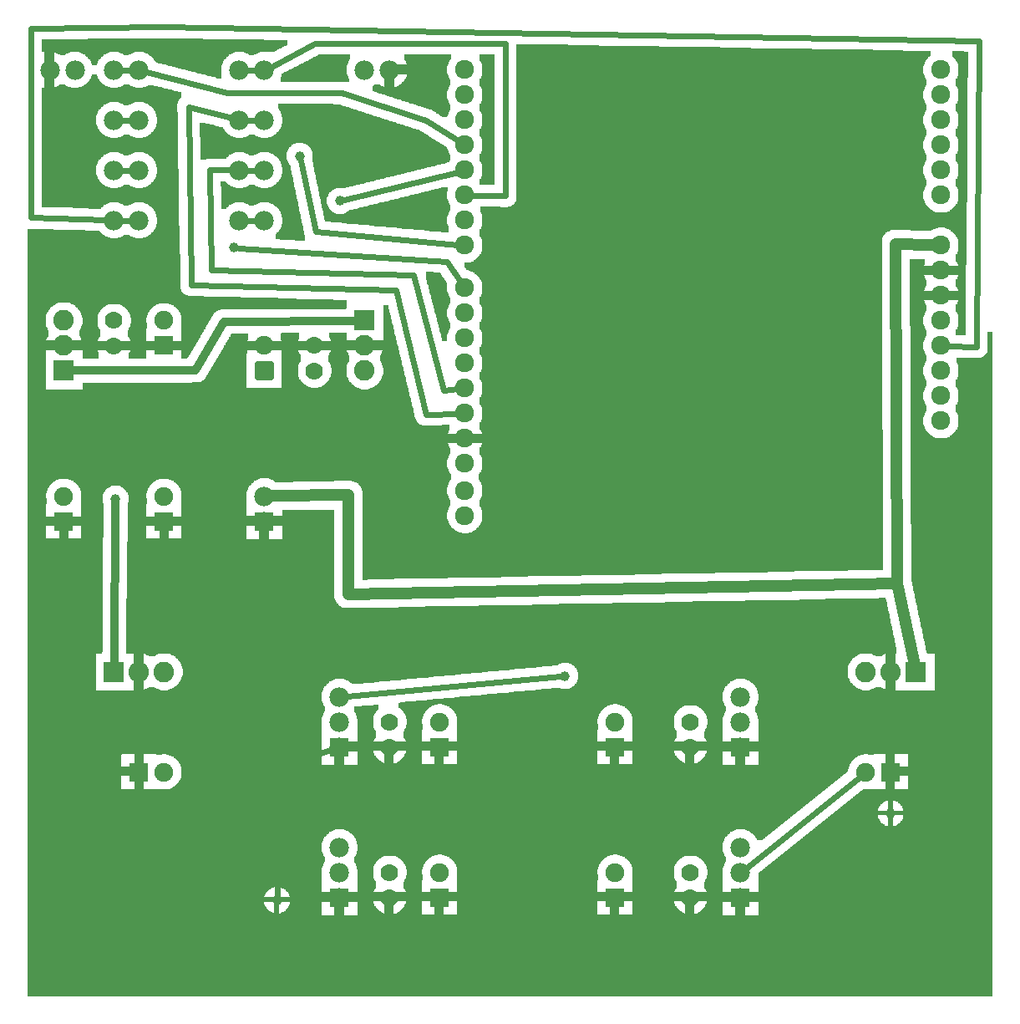
<source format=gtl>
G04 MADE WITH FRITZING*
G04 WWW.FRITZING.ORG*
G04 DOUBLE SIDED*
G04 HOLES PLATED*
G04 CONTOUR ON CENTER OF CONTOUR VECTOR*
%ASAXBY*%
%FSLAX23Y23*%
%MOIN*%
%OFA0B0*%
%SFA1.0B1.0*%
%ADD10C,0.075000*%
%ADD11C,0.075833*%
%ADD12C,0.078000*%
%ADD13C,0.082000*%
%ADD14C,0.070000*%
%ADD15C,0.039370*%
%ADD16R,0.078000X0.078000*%
%ADD17R,0.082000X0.082000*%
%ADD18R,0.075000X0.075000*%
%ADD19C,0.032000*%
%ADD20C,0.024000*%
%ADD21C,0.048000*%
%ADD22C,0.020000*%
%LNCOPPER1*%
G90*
G70*
G54D10*
X1234Y3746D03*
X1620Y3742D03*
X1117Y3545D03*
X2044Y3761D03*
G54D11*
X1790Y1961D03*
X1790Y2062D03*
X1790Y2169D03*
X1790Y2269D03*
X1790Y2369D03*
X1790Y2469D03*
X1790Y2569D03*
X1790Y2669D03*
X1790Y2769D03*
X1790Y2869D03*
X1790Y3039D03*
X1790Y3139D03*
X1790Y3239D03*
X1790Y3339D03*
X1790Y3439D03*
X1790Y3539D03*
X1790Y3639D03*
X1790Y3739D03*
X3690Y2339D03*
X3690Y2439D03*
X3690Y2539D03*
X3690Y2639D03*
X3690Y2739D03*
X3690Y2839D03*
X3690Y2939D03*
X3690Y3039D03*
X3690Y3239D03*
X3690Y3339D03*
X3690Y3439D03*
X3690Y3539D03*
X3690Y3639D03*
X3690Y3739D03*
G54D12*
X990Y1938D03*
X990Y2038D03*
X234Y3738D03*
X134Y3738D03*
X1390Y3738D03*
X1490Y3738D03*
X490Y3138D03*
X390Y3138D03*
X990Y3338D03*
X890Y3338D03*
X990Y3538D03*
X890Y3538D03*
X990Y3738D03*
X890Y3738D03*
X990Y3138D03*
X890Y3138D03*
X490Y3338D03*
X390Y3338D03*
X490Y3538D03*
X390Y3538D03*
X390Y3738D03*
X490Y3738D03*
G54D13*
X390Y1338D03*
X490Y1338D03*
X590Y1338D03*
X3590Y1338D03*
X3490Y1338D03*
X3390Y1338D03*
X1390Y2739D03*
X1390Y2639D03*
X1390Y2539D03*
X190Y2539D03*
X190Y2639D03*
X190Y2739D03*
G54D12*
X2890Y438D03*
X2890Y538D03*
X2890Y638D03*
X2890Y1038D03*
X2890Y1138D03*
X2890Y1238D03*
X1290Y438D03*
X1290Y538D03*
X1290Y638D03*
X1290Y1038D03*
X1290Y1138D03*
X1290Y1238D03*
G54D14*
X1490Y538D03*
X1490Y438D03*
X1490Y1138D03*
X1490Y1038D03*
X2690Y538D03*
X2690Y438D03*
X2690Y1138D03*
X2690Y1038D03*
G54D10*
X590Y2639D03*
X590Y2739D03*
X990Y2539D03*
X990Y2639D03*
X2390Y1038D03*
X2390Y1138D03*
X2390Y438D03*
X2390Y538D03*
X1690Y438D03*
X1690Y538D03*
X1690Y1038D03*
X1690Y1138D03*
X490Y938D03*
X590Y938D03*
X3490Y938D03*
X3390Y938D03*
G54D14*
X390Y2739D03*
X390Y2638D03*
X1190Y2639D03*
X1190Y2538D03*
G54D10*
X190Y1938D03*
X190Y2038D03*
X590Y1938D03*
X590Y2038D03*
G54D15*
X396Y2028D03*
X1041Y427D03*
X3489Y774D03*
X2190Y1322D03*
X870Y3030D03*
X1131Y3395D03*
X1292Y3216D03*
G54D16*
X990Y1938D03*
G54D17*
X390Y1338D03*
X3590Y1338D03*
X1390Y2739D03*
X190Y2539D03*
G54D16*
X2890Y438D03*
X2890Y1038D03*
X1290Y438D03*
X1290Y1038D03*
G54D18*
X590Y2639D03*
X2390Y1038D03*
X2390Y438D03*
X1690Y438D03*
X1690Y1038D03*
X490Y938D03*
X3490Y938D03*
X190Y1938D03*
X590Y1938D03*
G54D19*
X829Y2734D02*
X715Y2540D01*
D02*
X1353Y2738D02*
X829Y2734D01*
D02*
X715Y2540D02*
X222Y2539D01*
D02*
X391Y1371D02*
X396Y2009D01*
G54D20*
D02*
X1036Y949D02*
X1041Y446D01*
D02*
X1262Y1029D02*
X1036Y949D01*
D02*
X3368Y921D02*
X2914Y557D01*
D02*
X2171Y1320D02*
X1320Y1241D01*
G54D21*
D02*
X1326Y1648D02*
X1326Y2043D01*
D02*
X3516Y1690D02*
X1326Y1648D01*
D02*
X1326Y2043D02*
X1020Y2039D01*
D02*
X3581Y1381D02*
X3516Y1690D01*
D02*
X3509Y3043D02*
X3651Y3040D01*
D02*
X3516Y1690D02*
X3509Y3043D01*
G54D20*
D02*
X1952Y3236D02*
X1952Y3843D01*
D02*
X1952Y3843D02*
X1191Y3843D01*
D02*
X1819Y3238D02*
X1952Y3236D01*
D02*
X1191Y3843D02*
X1017Y3752D01*
D02*
X960Y3738D02*
X920Y3738D01*
D02*
X960Y3538D02*
X920Y3538D01*
D02*
X960Y3338D02*
X920Y3338D01*
D02*
X960Y3138D02*
X920Y3138D01*
D02*
X460Y3138D02*
X420Y3138D01*
D02*
X460Y3338D02*
X420Y3338D01*
D02*
X460Y3538D02*
X420Y3538D01*
D02*
X460Y3738D02*
X420Y3738D01*
D02*
X1767Y3454D02*
X1635Y3537D01*
D02*
X1635Y3537D02*
X1297Y3646D01*
D02*
X1297Y3646D02*
X842Y3648D01*
D02*
X842Y3648D02*
X520Y3731D01*
D02*
X1194Y3093D02*
X1135Y3377D01*
D02*
X1762Y3041D02*
X1194Y3093D01*
D02*
X778Y2941D02*
X772Y3339D01*
D02*
X772Y3339D02*
X860Y3339D01*
D02*
X1705Y2462D02*
X1585Y2919D01*
D02*
X1585Y2919D02*
X778Y2941D01*
D02*
X1762Y2466D02*
X1705Y2462D01*
D02*
X1516Y2859D02*
X699Y2882D01*
D02*
X687Y3591D02*
X861Y3546D01*
D02*
X699Y2882D02*
X687Y3591D01*
D02*
X1636Y2365D02*
X1516Y2859D01*
D02*
X1762Y2368D02*
X1636Y2365D01*
D02*
X1717Y2973D02*
X889Y3028D01*
D02*
X1774Y2892D02*
X1717Y2973D01*
D02*
X1763Y3332D02*
X1310Y3220D01*
D02*
X57Y3904D02*
X57Y3149D01*
D02*
X3842Y3855D02*
X580Y3909D01*
D02*
X580Y3909D02*
X57Y3904D01*
D02*
X3833Y2634D02*
X3842Y3855D01*
D02*
X3719Y2638D02*
X3833Y2634D01*
D02*
X57Y3149D02*
X360Y3139D01*
G36*
X498Y3865D02*
X498Y3863D01*
X284Y3863D01*
X284Y3861D01*
X102Y3861D01*
X102Y3809D01*
X908Y3809D01*
X908Y3807D01*
X916Y3807D01*
X916Y3805D01*
X920Y3805D01*
X920Y3803D01*
X924Y3803D01*
X924Y3801D01*
X928Y3801D01*
X928Y3799D01*
X930Y3799D01*
X930Y3797D01*
X950Y3797D01*
X950Y3799D01*
X954Y3799D01*
X954Y3801D01*
X958Y3801D01*
X958Y3803D01*
X960Y3803D01*
X960Y3805D01*
X966Y3805D01*
X966Y3807D01*
X972Y3807D01*
X972Y3809D01*
X1028Y3809D01*
X1028Y3811D01*
X1032Y3811D01*
X1032Y3813D01*
X1034Y3813D01*
X1034Y3815D01*
X1038Y3815D01*
X1038Y3817D01*
X1042Y3817D01*
X1042Y3819D01*
X1046Y3819D01*
X1046Y3821D01*
X1050Y3821D01*
X1050Y3823D01*
X1054Y3823D01*
X1054Y3825D01*
X1058Y3825D01*
X1058Y3827D01*
X1062Y3827D01*
X1062Y3829D01*
X1066Y3829D01*
X1066Y3831D01*
X1070Y3831D01*
X1070Y3833D01*
X1074Y3833D01*
X1074Y3835D01*
X1078Y3835D01*
X1078Y3837D01*
X1082Y3837D01*
X1082Y3857D01*
X988Y3857D01*
X988Y3859D01*
X866Y3859D01*
X866Y3861D01*
X744Y3861D01*
X744Y3863D01*
X624Y3863D01*
X624Y3865D01*
X498Y3865D01*
G37*
D02*
G36*
X152Y3809D02*
X152Y3807D01*
X158Y3807D01*
X158Y3805D01*
X164Y3805D01*
X164Y3803D01*
X166Y3803D01*
X166Y3801D01*
X170Y3801D01*
X170Y3799D01*
X174Y3799D01*
X174Y3797D01*
X194Y3797D01*
X194Y3799D01*
X198Y3799D01*
X198Y3801D01*
X200Y3801D01*
X200Y3803D01*
X204Y3803D01*
X204Y3805D01*
X210Y3805D01*
X210Y3807D01*
X216Y3807D01*
X216Y3809D01*
X152Y3809D01*
G37*
D02*
G36*
X252Y3809D02*
X252Y3807D01*
X258Y3807D01*
X258Y3805D01*
X264Y3805D01*
X264Y3803D01*
X266Y3803D01*
X266Y3801D01*
X270Y3801D01*
X270Y3799D01*
X274Y3799D01*
X274Y3797D01*
X276Y3797D01*
X276Y3795D01*
X278Y3795D01*
X278Y3793D01*
X280Y3793D01*
X280Y3791D01*
X284Y3791D01*
X284Y3789D01*
X286Y3789D01*
X286Y3785D01*
X288Y3785D01*
X288Y3783D01*
X290Y3783D01*
X290Y3781D01*
X292Y3781D01*
X292Y3779D01*
X294Y3779D01*
X294Y3775D01*
X296Y3775D01*
X296Y3773D01*
X298Y3773D01*
X298Y3769D01*
X300Y3769D01*
X300Y3763D01*
X302Y3763D01*
X302Y3757D01*
X322Y3757D01*
X322Y3763D01*
X324Y3763D01*
X324Y3769D01*
X326Y3769D01*
X326Y3773D01*
X328Y3773D01*
X328Y3775D01*
X330Y3775D01*
X330Y3779D01*
X332Y3779D01*
X332Y3781D01*
X334Y3781D01*
X334Y3783D01*
X336Y3783D01*
X336Y3785D01*
X338Y3785D01*
X338Y3789D01*
X340Y3789D01*
X340Y3791D01*
X344Y3791D01*
X344Y3793D01*
X346Y3793D01*
X346Y3795D01*
X348Y3795D01*
X348Y3797D01*
X350Y3797D01*
X350Y3799D01*
X354Y3799D01*
X354Y3801D01*
X358Y3801D01*
X358Y3803D01*
X360Y3803D01*
X360Y3805D01*
X366Y3805D01*
X366Y3807D01*
X372Y3807D01*
X372Y3809D01*
X252Y3809D01*
G37*
D02*
G36*
X408Y3809D02*
X408Y3807D01*
X416Y3807D01*
X416Y3805D01*
X420Y3805D01*
X420Y3803D01*
X424Y3803D01*
X424Y3801D01*
X428Y3801D01*
X428Y3799D01*
X430Y3799D01*
X430Y3797D01*
X450Y3797D01*
X450Y3799D01*
X454Y3799D01*
X454Y3801D01*
X458Y3801D01*
X458Y3803D01*
X460Y3803D01*
X460Y3805D01*
X466Y3805D01*
X466Y3807D01*
X472Y3807D01*
X472Y3809D01*
X408Y3809D01*
G37*
D02*
G36*
X508Y3809D02*
X508Y3807D01*
X516Y3807D01*
X516Y3805D01*
X520Y3805D01*
X520Y3803D01*
X524Y3803D01*
X524Y3801D01*
X528Y3801D01*
X528Y3799D01*
X530Y3799D01*
X530Y3797D01*
X532Y3797D01*
X532Y3795D01*
X536Y3795D01*
X536Y3793D01*
X538Y3793D01*
X538Y3791D01*
X540Y3791D01*
X540Y3789D01*
X542Y3789D01*
X542Y3787D01*
X544Y3787D01*
X544Y3785D01*
X546Y3785D01*
X546Y3783D01*
X548Y3783D01*
X548Y3779D01*
X550Y3779D01*
X550Y3777D01*
X552Y3777D01*
X552Y3773D01*
X554Y3773D01*
X554Y3769D01*
X558Y3769D01*
X558Y3767D01*
X566Y3767D01*
X566Y3765D01*
X574Y3765D01*
X574Y3763D01*
X582Y3763D01*
X582Y3761D01*
X590Y3761D01*
X590Y3759D01*
X598Y3759D01*
X598Y3757D01*
X606Y3757D01*
X606Y3755D01*
X614Y3755D01*
X614Y3753D01*
X622Y3753D01*
X622Y3751D01*
X628Y3751D01*
X628Y3749D01*
X636Y3749D01*
X636Y3747D01*
X644Y3747D01*
X644Y3745D01*
X652Y3745D01*
X652Y3743D01*
X660Y3743D01*
X660Y3741D01*
X668Y3741D01*
X668Y3739D01*
X676Y3739D01*
X676Y3737D01*
X684Y3737D01*
X684Y3735D01*
X692Y3735D01*
X692Y3733D01*
X700Y3733D01*
X700Y3731D01*
X708Y3731D01*
X708Y3729D01*
X714Y3729D01*
X714Y3727D01*
X722Y3727D01*
X722Y3725D01*
X730Y3725D01*
X730Y3723D01*
X738Y3723D01*
X738Y3721D01*
X746Y3721D01*
X746Y3719D01*
X754Y3719D01*
X754Y3717D01*
X762Y3717D01*
X762Y3715D01*
X770Y3715D01*
X770Y3713D01*
X778Y3713D01*
X778Y3711D01*
X786Y3711D01*
X786Y3709D01*
X794Y3709D01*
X794Y3707D01*
X800Y3707D01*
X800Y3705D01*
X820Y3705D01*
X820Y3757D01*
X822Y3757D01*
X822Y3763D01*
X824Y3763D01*
X824Y3769D01*
X826Y3769D01*
X826Y3773D01*
X828Y3773D01*
X828Y3775D01*
X830Y3775D01*
X830Y3779D01*
X832Y3779D01*
X832Y3781D01*
X834Y3781D01*
X834Y3783D01*
X836Y3783D01*
X836Y3785D01*
X838Y3785D01*
X838Y3789D01*
X840Y3789D01*
X840Y3791D01*
X844Y3791D01*
X844Y3793D01*
X846Y3793D01*
X846Y3795D01*
X848Y3795D01*
X848Y3797D01*
X850Y3797D01*
X850Y3799D01*
X854Y3799D01*
X854Y3801D01*
X858Y3801D01*
X858Y3803D01*
X860Y3803D01*
X860Y3805D01*
X866Y3805D01*
X866Y3807D01*
X872Y3807D01*
X872Y3809D01*
X508Y3809D01*
G37*
D02*
G36*
X1206Y3799D02*
X1206Y3797D01*
X1202Y3797D01*
X1202Y3795D01*
X1198Y3795D01*
X1198Y3793D01*
X1194Y3793D01*
X1194Y3791D01*
X1190Y3791D01*
X1190Y3789D01*
X1186Y3789D01*
X1186Y3787D01*
X1182Y3787D01*
X1182Y3785D01*
X1178Y3785D01*
X1178Y3783D01*
X1174Y3783D01*
X1174Y3781D01*
X1170Y3781D01*
X1170Y3779D01*
X1168Y3779D01*
X1168Y3777D01*
X1164Y3777D01*
X1164Y3775D01*
X1160Y3775D01*
X1160Y3773D01*
X1156Y3773D01*
X1156Y3771D01*
X1152Y3771D01*
X1152Y3769D01*
X1148Y3769D01*
X1148Y3767D01*
X1144Y3767D01*
X1144Y3765D01*
X1140Y3765D01*
X1140Y3763D01*
X1136Y3763D01*
X1136Y3761D01*
X1132Y3761D01*
X1132Y3759D01*
X1128Y3759D01*
X1128Y3757D01*
X1124Y3757D01*
X1124Y3755D01*
X1120Y3755D01*
X1120Y3753D01*
X1118Y3753D01*
X1118Y3751D01*
X1114Y3751D01*
X1114Y3749D01*
X1110Y3749D01*
X1110Y3747D01*
X1106Y3747D01*
X1106Y3745D01*
X1102Y3745D01*
X1102Y3743D01*
X1098Y3743D01*
X1098Y3741D01*
X1094Y3741D01*
X1094Y3739D01*
X1090Y3739D01*
X1090Y3737D01*
X1086Y3737D01*
X1086Y3735D01*
X1082Y3735D01*
X1082Y3733D01*
X1078Y3733D01*
X1078Y3731D01*
X1074Y3731D01*
X1074Y3729D01*
X1070Y3729D01*
X1070Y3727D01*
X1066Y3727D01*
X1066Y3725D01*
X1064Y3725D01*
X1064Y3723D01*
X1060Y3723D01*
X1060Y3717D01*
X1058Y3717D01*
X1058Y3711D01*
X1056Y3711D01*
X1056Y3691D01*
X1282Y3691D01*
X1282Y3689D01*
X1328Y3689D01*
X1328Y3705D01*
X1326Y3705D01*
X1326Y3709D01*
X1324Y3709D01*
X1324Y3713D01*
X1322Y3713D01*
X1322Y3719D01*
X1320Y3719D01*
X1320Y3757D01*
X1322Y3757D01*
X1322Y3763D01*
X1324Y3763D01*
X1324Y3769D01*
X1326Y3769D01*
X1326Y3773D01*
X1328Y3773D01*
X1328Y3775D01*
X1330Y3775D01*
X1330Y3779D01*
X1332Y3779D01*
X1332Y3799D01*
X1206Y3799D01*
G37*
D02*
G36*
X1848Y3799D02*
X1848Y3777D01*
X1850Y3777D01*
X1850Y3775D01*
X1852Y3775D01*
X1852Y3771D01*
X1854Y3771D01*
X1854Y3767D01*
X1856Y3767D01*
X1856Y3763D01*
X1858Y3763D01*
X1858Y3755D01*
X1860Y3755D01*
X1860Y3721D01*
X1858Y3721D01*
X1858Y3715D01*
X1856Y3715D01*
X1856Y3709D01*
X1854Y3709D01*
X1854Y3705D01*
X1852Y3705D01*
X1852Y3703D01*
X1850Y3703D01*
X1850Y3699D01*
X1848Y3699D01*
X1848Y3677D01*
X1850Y3677D01*
X1850Y3675D01*
X1852Y3675D01*
X1852Y3671D01*
X1854Y3671D01*
X1854Y3667D01*
X1856Y3667D01*
X1856Y3663D01*
X1858Y3663D01*
X1858Y3655D01*
X1860Y3655D01*
X1860Y3621D01*
X1858Y3621D01*
X1858Y3615D01*
X1856Y3615D01*
X1856Y3609D01*
X1854Y3609D01*
X1854Y3605D01*
X1852Y3605D01*
X1852Y3603D01*
X1850Y3603D01*
X1850Y3599D01*
X1848Y3599D01*
X1848Y3577D01*
X1850Y3577D01*
X1850Y3575D01*
X1852Y3575D01*
X1852Y3571D01*
X1854Y3571D01*
X1854Y3567D01*
X1856Y3567D01*
X1856Y3563D01*
X1858Y3563D01*
X1858Y3555D01*
X1860Y3555D01*
X1860Y3521D01*
X1858Y3521D01*
X1858Y3515D01*
X1856Y3515D01*
X1856Y3509D01*
X1854Y3509D01*
X1854Y3505D01*
X1852Y3505D01*
X1852Y3503D01*
X1850Y3503D01*
X1850Y3499D01*
X1848Y3499D01*
X1848Y3477D01*
X1850Y3477D01*
X1850Y3475D01*
X1852Y3475D01*
X1852Y3471D01*
X1854Y3471D01*
X1854Y3467D01*
X1856Y3467D01*
X1856Y3463D01*
X1858Y3463D01*
X1858Y3455D01*
X1860Y3455D01*
X1860Y3421D01*
X1858Y3421D01*
X1858Y3415D01*
X1856Y3415D01*
X1856Y3409D01*
X1854Y3409D01*
X1854Y3405D01*
X1852Y3405D01*
X1852Y3403D01*
X1850Y3403D01*
X1850Y3399D01*
X1848Y3399D01*
X1848Y3377D01*
X1850Y3377D01*
X1850Y3375D01*
X1852Y3375D01*
X1852Y3371D01*
X1854Y3371D01*
X1854Y3367D01*
X1856Y3367D01*
X1856Y3363D01*
X1858Y3363D01*
X1858Y3355D01*
X1860Y3355D01*
X1860Y3321D01*
X1858Y3321D01*
X1858Y3315D01*
X1856Y3315D01*
X1856Y3309D01*
X1854Y3309D01*
X1854Y3305D01*
X1852Y3305D01*
X1852Y3303D01*
X1850Y3303D01*
X1850Y3281D01*
X1908Y3281D01*
X1908Y3799D01*
X1848Y3799D01*
G37*
D02*
G36*
X1548Y3799D02*
X1548Y3779D01*
X1550Y3779D01*
X1550Y3777D01*
X1552Y3777D01*
X1552Y3773D01*
X1554Y3773D01*
X1554Y3769D01*
X1556Y3769D01*
X1556Y3765D01*
X1558Y3765D01*
X1558Y3761D01*
X1560Y3761D01*
X1560Y3751D01*
X1562Y3751D01*
X1562Y3725D01*
X1560Y3725D01*
X1560Y3717D01*
X1558Y3717D01*
X1558Y3711D01*
X1556Y3711D01*
X1556Y3707D01*
X1554Y3707D01*
X1554Y3703D01*
X1552Y3703D01*
X1552Y3701D01*
X1550Y3701D01*
X1550Y3697D01*
X1548Y3697D01*
X1548Y3695D01*
X1546Y3695D01*
X1546Y3693D01*
X1544Y3693D01*
X1544Y3691D01*
X1542Y3691D01*
X1542Y3689D01*
X1540Y3689D01*
X1540Y3687D01*
X1538Y3687D01*
X1538Y3685D01*
X1536Y3685D01*
X1536Y3683D01*
X1534Y3683D01*
X1534Y3681D01*
X1532Y3681D01*
X1532Y3679D01*
X1528Y3679D01*
X1528Y3677D01*
X1526Y3677D01*
X1526Y3675D01*
X1522Y3675D01*
X1522Y3673D01*
X1518Y3673D01*
X1518Y3671D01*
X1512Y3671D01*
X1512Y3669D01*
X1504Y3669D01*
X1504Y3667D01*
X1726Y3667D01*
X1726Y3669D01*
X1728Y3669D01*
X1728Y3673D01*
X1730Y3673D01*
X1730Y3677D01*
X1732Y3677D01*
X1732Y3701D01*
X1730Y3701D01*
X1730Y3703D01*
X1728Y3703D01*
X1728Y3707D01*
X1726Y3707D01*
X1726Y3711D01*
X1724Y3711D01*
X1724Y3717D01*
X1722Y3717D01*
X1722Y3725D01*
X1720Y3725D01*
X1720Y3753D01*
X1722Y3753D01*
X1722Y3761D01*
X1724Y3761D01*
X1724Y3765D01*
X1726Y3765D01*
X1726Y3769D01*
X1728Y3769D01*
X1728Y3773D01*
X1730Y3773D01*
X1730Y3777D01*
X1732Y3777D01*
X1732Y3779D01*
X1734Y3779D01*
X1734Y3799D01*
X1548Y3799D01*
G37*
D02*
G36*
X1428Y3679D02*
X1428Y3677D01*
X1426Y3677D01*
X1426Y3675D01*
X1422Y3675D01*
X1422Y3667D01*
X1476Y3667D01*
X1476Y3669D01*
X1468Y3669D01*
X1468Y3671D01*
X1464Y3671D01*
X1464Y3673D01*
X1458Y3673D01*
X1458Y3675D01*
X1456Y3675D01*
X1456Y3677D01*
X1452Y3677D01*
X1452Y3679D01*
X1428Y3679D01*
G37*
D02*
G36*
X1422Y3667D02*
X1422Y3665D01*
X1726Y3665D01*
X1726Y3667D01*
X1422Y3667D01*
G37*
D02*
G36*
X1422Y3667D02*
X1422Y3665D01*
X1726Y3665D01*
X1726Y3667D01*
X1422Y3667D01*
G37*
D02*
G36*
X1422Y3665D02*
X1422Y3653D01*
X1428Y3653D01*
X1428Y3651D01*
X1434Y3651D01*
X1434Y3649D01*
X1440Y3649D01*
X1440Y3647D01*
X1446Y3647D01*
X1446Y3645D01*
X1452Y3645D01*
X1452Y3643D01*
X1458Y3643D01*
X1458Y3641D01*
X1464Y3641D01*
X1464Y3639D01*
X1472Y3639D01*
X1472Y3637D01*
X1478Y3637D01*
X1478Y3635D01*
X1484Y3635D01*
X1484Y3633D01*
X1490Y3633D01*
X1490Y3631D01*
X1496Y3631D01*
X1496Y3629D01*
X1502Y3629D01*
X1502Y3627D01*
X1508Y3627D01*
X1508Y3625D01*
X1514Y3625D01*
X1514Y3623D01*
X1520Y3623D01*
X1520Y3621D01*
X1528Y3621D01*
X1528Y3619D01*
X1534Y3619D01*
X1534Y3617D01*
X1540Y3617D01*
X1540Y3615D01*
X1546Y3615D01*
X1546Y3613D01*
X1552Y3613D01*
X1552Y3611D01*
X1558Y3611D01*
X1558Y3609D01*
X1564Y3609D01*
X1564Y3607D01*
X1570Y3607D01*
X1570Y3605D01*
X1576Y3605D01*
X1576Y3603D01*
X1584Y3603D01*
X1584Y3601D01*
X1590Y3601D01*
X1590Y3599D01*
X1596Y3599D01*
X1596Y3597D01*
X1602Y3597D01*
X1602Y3595D01*
X1608Y3595D01*
X1608Y3593D01*
X1614Y3593D01*
X1614Y3591D01*
X1620Y3591D01*
X1620Y3589D01*
X1626Y3589D01*
X1626Y3587D01*
X1634Y3587D01*
X1634Y3585D01*
X1640Y3585D01*
X1640Y3583D01*
X1646Y3583D01*
X1646Y3581D01*
X1652Y3581D01*
X1652Y3579D01*
X1658Y3579D01*
X1658Y3577D01*
X1662Y3577D01*
X1662Y3575D01*
X1664Y3575D01*
X1664Y3573D01*
X1668Y3573D01*
X1668Y3571D01*
X1670Y3571D01*
X1670Y3569D01*
X1674Y3569D01*
X1674Y3567D01*
X1676Y3567D01*
X1676Y3565D01*
X1680Y3565D01*
X1680Y3563D01*
X1684Y3563D01*
X1684Y3561D01*
X1686Y3561D01*
X1686Y3559D01*
X1690Y3559D01*
X1690Y3557D01*
X1692Y3557D01*
X1692Y3555D01*
X1696Y3555D01*
X1696Y3553D01*
X1698Y3553D01*
X1698Y3551D01*
X1720Y3551D01*
X1720Y3553D01*
X1722Y3553D01*
X1722Y3561D01*
X1724Y3561D01*
X1724Y3565D01*
X1726Y3565D01*
X1726Y3569D01*
X1728Y3569D01*
X1728Y3573D01*
X1730Y3573D01*
X1730Y3577D01*
X1732Y3577D01*
X1732Y3601D01*
X1730Y3601D01*
X1730Y3603D01*
X1728Y3603D01*
X1728Y3607D01*
X1726Y3607D01*
X1726Y3611D01*
X1724Y3611D01*
X1724Y3617D01*
X1722Y3617D01*
X1722Y3625D01*
X1720Y3625D01*
X1720Y3653D01*
X1722Y3653D01*
X1722Y3661D01*
X1724Y3661D01*
X1724Y3665D01*
X1422Y3665D01*
G37*
D02*
G36*
X1046Y3603D02*
X1046Y3583D01*
X1048Y3583D01*
X1048Y3579D01*
X1050Y3579D01*
X1050Y3577D01*
X1052Y3577D01*
X1052Y3573D01*
X1054Y3573D01*
X1054Y3569D01*
X1056Y3569D01*
X1056Y3565D01*
X1058Y3565D01*
X1058Y3561D01*
X1060Y3561D01*
X1060Y3551D01*
X1062Y3551D01*
X1062Y3525D01*
X1060Y3525D01*
X1060Y3517D01*
X1058Y3517D01*
X1058Y3511D01*
X1056Y3511D01*
X1056Y3507D01*
X1054Y3507D01*
X1054Y3503D01*
X1052Y3503D01*
X1052Y3501D01*
X1050Y3501D01*
X1050Y3497D01*
X1048Y3497D01*
X1048Y3495D01*
X1046Y3495D01*
X1046Y3493D01*
X1044Y3493D01*
X1044Y3491D01*
X1042Y3491D01*
X1042Y3489D01*
X1040Y3489D01*
X1040Y3487D01*
X1038Y3487D01*
X1038Y3485D01*
X1036Y3485D01*
X1036Y3483D01*
X1034Y3483D01*
X1034Y3481D01*
X1032Y3481D01*
X1032Y3479D01*
X1028Y3479D01*
X1028Y3477D01*
X1026Y3477D01*
X1026Y3475D01*
X1022Y3475D01*
X1022Y3473D01*
X1018Y3473D01*
X1018Y3471D01*
X1012Y3471D01*
X1012Y3469D01*
X1004Y3469D01*
X1004Y3467D01*
X1656Y3467D01*
X1656Y3469D01*
X1654Y3469D01*
X1654Y3471D01*
X1650Y3471D01*
X1650Y3473D01*
X1648Y3473D01*
X1648Y3475D01*
X1644Y3475D01*
X1644Y3477D01*
X1642Y3477D01*
X1642Y3479D01*
X1638Y3479D01*
X1638Y3481D01*
X1634Y3481D01*
X1634Y3483D01*
X1632Y3483D01*
X1632Y3485D01*
X1628Y3485D01*
X1628Y3487D01*
X1626Y3487D01*
X1626Y3489D01*
X1622Y3489D01*
X1622Y3491D01*
X1620Y3491D01*
X1620Y3493D01*
X1616Y3493D01*
X1616Y3495D01*
X1612Y3495D01*
X1612Y3497D01*
X1608Y3497D01*
X1608Y3499D01*
X1602Y3499D01*
X1602Y3501D01*
X1594Y3501D01*
X1594Y3503D01*
X1588Y3503D01*
X1588Y3505D01*
X1582Y3505D01*
X1582Y3507D01*
X1576Y3507D01*
X1576Y3509D01*
X1570Y3509D01*
X1570Y3511D01*
X1564Y3511D01*
X1564Y3513D01*
X1558Y3513D01*
X1558Y3515D01*
X1552Y3515D01*
X1552Y3517D01*
X1546Y3517D01*
X1546Y3519D01*
X1538Y3519D01*
X1538Y3521D01*
X1532Y3521D01*
X1532Y3523D01*
X1526Y3523D01*
X1526Y3525D01*
X1520Y3525D01*
X1520Y3527D01*
X1514Y3527D01*
X1514Y3529D01*
X1508Y3529D01*
X1508Y3531D01*
X1502Y3531D01*
X1502Y3533D01*
X1496Y3533D01*
X1496Y3535D01*
X1490Y3535D01*
X1490Y3537D01*
X1482Y3537D01*
X1482Y3539D01*
X1476Y3539D01*
X1476Y3541D01*
X1470Y3541D01*
X1470Y3543D01*
X1464Y3543D01*
X1464Y3545D01*
X1458Y3545D01*
X1458Y3547D01*
X1452Y3547D01*
X1452Y3549D01*
X1446Y3549D01*
X1446Y3551D01*
X1440Y3551D01*
X1440Y3553D01*
X1434Y3553D01*
X1434Y3555D01*
X1426Y3555D01*
X1426Y3557D01*
X1420Y3557D01*
X1420Y3559D01*
X1414Y3559D01*
X1414Y3561D01*
X1408Y3561D01*
X1408Y3563D01*
X1402Y3563D01*
X1402Y3565D01*
X1396Y3565D01*
X1396Y3567D01*
X1390Y3567D01*
X1390Y3569D01*
X1384Y3569D01*
X1384Y3571D01*
X1378Y3571D01*
X1378Y3573D01*
X1370Y3573D01*
X1370Y3575D01*
X1364Y3575D01*
X1364Y3577D01*
X1358Y3577D01*
X1358Y3579D01*
X1352Y3579D01*
X1352Y3581D01*
X1346Y3581D01*
X1346Y3583D01*
X1340Y3583D01*
X1340Y3585D01*
X1334Y3585D01*
X1334Y3587D01*
X1328Y3587D01*
X1328Y3589D01*
X1320Y3589D01*
X1320Y3591D01*
X1314Y3591D01*
X1314Y3593D01*
X1308Y3593D01*
X1308Y3595D01*
X1302Y3595D01*
X1302Y3597D01*
X1296Y3597D01*
X1296Y3599D01*
X1290Y3599D01*
X1290Y3601D01*
X1266Y3601D01*
X1266Y3603D01*
X1046Y3603D01*
G37*
D02*
G36*
X732Y3527D02*
X732Y3471D01*
X734Y3471D01*
X734Y3467D01*
X876Y3467D01*
X876Y3469D01*
X868Y3469D01*
X868Y3471D01*
X864Y3471D01*
X864Y3473D01*
X858Y3473D01*
X858Y3475D01*
X856Y3475D01*
X856Y3477D01*
X852Y3477D01*
X852Y3479D01*
X850Y3479D01*
X850Y3481D01*
X846Y3481D01*
X846Y3483D01*
X844Y3483D01*
X844Y3485D01*
X842Y3485D01*
X842Y3487D01*
X840Y3487D01*
X840Y3489D01*
X838Y3489D01*
X838Y3491D01*
X836Y3491D01*
X836Y3493D01*
X834Y3493D01*
X834Y3495D01*
X832Y3495D01*
X832Y3499D01*
X830Y3499D01*
X830Y3501D01*
X828Y3501D01*
X828Y3505D01*
X826Y3505D01*
X826Y3509D01*
X818Y3509D01*
X818Y3511D01*
X810Y3511D01*
X810Y3513D01*
X802Y3513D01*
X802Y3515D01*
X794Y3515D01*
X794Y3517D01*
X788Y3517D01*
X788Y3519D01*
X780Y3519D01*
X780Y3521D01*
X772Y3521D01*
X772Y3523D01*
X764Y3523D01*
X764Y3525D01*
X756Y3525D01*
X756Y3527D01*
X732Y3527D01*
G37*
D02*
G36*
X928Y3479D02*
X928Y3477D01*
X926Y3477D01*
X926Y3475D01*
X922Y3475D01*
X922Y3473D01*
X918Y3473D01*
X918Y3471D01*
X912Y3471D01*
X912Y3469D01*
X904Y3469D01*
X904Y3467D01*
X976Y3467D01*
X976Y3469D01*
X968Y3469D01*
X968Y3471D01*
X964Y3471D01*
X964Y3473D01*
X958Y3473D01*
X958Y3475D01*
X956Y3475D01*
X956Y3477D01*
X952Y3477D01*
X952Y3479D01*
X928Y3479D01*
G37*
D02*
G36*
X734Y3467D02*
X734Y3465D01*
X1660Y3465D01*
X1660Y3467D01*
X734Y3467D01*
G37*
D02*
G36*
X734Y3467D02*
X734Y3465D01*
X1660Y3465D01*
X1660Y3467D01*
X734Y3467D01*
G37*
D02*
G36*
X734Y3467D02*
X734Y3465D01*
X1660Y3465D01*
X1660Y3467D01*
X734Y3467D01*
G37*
D02*
G36*
X734Y3465D02*
X734Y3447D01*
X1146Y3447D01*
X1146Y3445D01*
X1152Y3445D01*
X1152Y3443D01*
X1156Y3443D01*
X1156Y3441D01*
X1158Y3441D01*
X1158Y3439D01*
X1162Y3439D01*
X1162Y3437D01*
X1164Y3437D01*
X1164Y3435D01*
X1166Y3435D01*
X1166Y3433D01*
X1168Y3433D01*
X1168Y3431D01*
X1170Y3431D01*
X1170Y3429D01*
X1172Y3429D01*
X1172Y3427D01*
X1174Y3427D01*
X1174Y3425D01*
X1176Y3425D01*
X1176Y3421D01*
X1178Y3421D01*
X1178Y3417D01*
X1180Y3417D01*
X1180Y3413D01*
X1182Y3413D01*
X1182Y3369D01*
X1184Y3369D01*
X1184Y3359D01*
X1186Y3359D01*
X1186Y3349D01*
X1188Y3349D01*
X1188Y3339D01*
X1190Y3339D01*
X1190Y3331D01*
X1192Y3331D01*
X1192Y3321D01*
X1194Y3321D01*
X1194Y3311D01*
X1196Y3311D01*
X1196Y3301D01*
X1198Y3301D01*
X1198Y3291D01*
X1200Y3291D01*
X1200Y3283D01*
X1202Y3283D01*
X1202Y3273D01*
X1204Y3273D01*
X1204Y3263D01*
X1206Y3263D01*
X1206Y3253D01*
X1208Y3253D01*
X1208Y3243D01*
X1210Y3243D01*
X1210Y3235D01*
X1212Y3235D01*
X1212Y3225D01*
X1214Y3225D01*
X1214Y3215D01*
X1216Y3215D01*
X1216Y3205D01*
X1218Y3205D01*
X1218Y3195D01*
X1220Y3195D01*
X1220Y3187D01*
X1222Y3187D01*
X1222Y3177D01*
X1224Y3177D01*
X1224Y3167D01*
X1226Y3167D01*
X1226Y3163D01*
X1284Y3163D01*
X1284Y3165D01*
X1274Y3165D01*
X1274Y3167D01*
X1270Y3167D01*
X1270Y3169D01*
X1266Y3169D01*
X1266Y3171D01*
X1262Y3171D01*
X1262Y3173D01*
X1260Y3173D01*
X1260Y3175D01*
X1258Y3175D01*
X1258Y3177D01*
X1256Y3177D01*
X1256Y3179D01*
X1254Y3179D01*
X1254Y3181D01*
X1252Y3181D01*
X1252Y3183D01*
X1250Y3183D01*
X1250Y3185D01*
X1248Y3185D01*
X1248Y3189D01*
X1246Y3189D01*
X1246Y3191D01*
X1244Y3191D01*
X1244Y3197D01*
X1242Y3197D01*
X1242Y3203D01*
X1240Y3203D01*
X1240Y3229D01*
X1242Y3229D01*
X1242Y3235D01*
X1244Y3235D01*
X1244Y3239D01*
X1246Y3239D01*
X1246Y3243D01*
X1248Y3243D01*
X1248Y3245D01*
X1250Y3245D01*
X1250Y3249D01*
X1252Y3249D01*
X1252Y3251D01*
X1254Y3251D01*
X1254Y3253D01*
X1256Y3253D01*
X1256Y3255D01*
X1258Y3255D01*
X1258Y3257D01*
X1262Y3257D01*
X1262Y3259D01*
X1264Y3259D01*
X1264Y3261D01*
X1268Y3261D01*
X1268Y3263D01*
X1270Y3263D01*
X1270Y3265D01*
X1276Y3265D01*
X1276Y3267D01*
X1314Y3267D01*
X1314Y3269D01*
X1322Y3269D01*
X1322Y3271D01*
X1330Y3271D01*
X1330Y3273D01*
X1338Y3273D01*
X1338Y3275D01*
X1346Y3275D01*
X1346Y3277D01*
X1354Y3277D01*
X1354Y3279D01*
X1362Y3279D01*
X1362Y3281D01*
X1372Y3281D01*
X1372Y3283D01*
X1380Y3283D01*
X1380Y3285D01*
X1388Y3285D01*
X1388Y3287D01*
X1396Y3287D01*
X1396Y3289D01*
X1404Y3289D01*
X1404Y3291D01*
X1412Y3291D01*
X1412Y3293D01*
X1420Y3293D01*
X1420Y3295D01*
X1428Y3295D01*
X1428Y3297D01*
X1436Y3297D01*
X1436Y3299D01*
X1444Y3299D01*
X1444Y3301D01*
X1452Y3301D01*
X1452Y3303D01*
X1460Y3303D01*
X1460Y3305D01*
X1468Y3305D01*
X1468Y3307D01*
X1476Y3307D01*
X1476Y3309D01*
X1484Y3309D01*
X1484Y3311D01*
X1492Y3311D01*
X1492Y3313D01*
X1500Y3313D01*
X1500Y3315D01*
X1508Y3315D01*
X1508Y3317D01*
X1518Y3317D01*
X1518Y3319D01*
X1526Y3319D01*
X1526Y3321D01*
X1534Y3321D01*
X1534Y3323D01*
X1542Y3323D01*
X1542Y3325D01*
X1550Y3325D01*
X1550Y3327D01*
X1558Y3327D01*
X1558Y3329D01*
X1566Y3329D01*
X1566Y3331D01*
X1574Y3331D01*
X1574Y3333D01*
X1582Y3333D01*
X1582Y3335D01*
X1590Y3335D01*
X1590Y3337D01*
X1598Y3337D01*
X1598Y3339D01*
X1606Y3339D01*
X1606Y3341D01*
X1614Y3341D01*
X1614Y3343D01*
X1622Y3343D01*
X1622Y3345D01*
X1630Y3345D01*
X1630Y3347D01*
X1638Y3347D01*
X1638Y3349D01*
X1646Y3349D01*
X1646Y3351D01*
X1656Y3351D01*
X1656Y3353D01*
X1664Y3353D01*
X1664Y3355D01*
X1672Y3355D01*
X1672Y3357D01*
X1680Y3357D01*
X1680Y3359D01*
X1688Y3359D01*
X1688Y3361D01*
X1696Y3361D01*
X1696Y3363D01*
X1704Y3363D01*
X1704Y3365D01*
X1712Y3365D01*
X1712Y3367D01*
X1720Y3367D01*
X1720Y3369D01*
X1728Y3369D01*
X1728Y3373D01*
X1730Y3373D01*
X1730Y3377D01*
X1732Y3377D01*
X1732Y3401D01*
X1730Y3401D01*
X1730Y3403D01*
X1728Y3403D01*
X1728Y3407D01*
X1726Y3407D01*
X1726Y3411D01*
X1724Y3411D01*
X1724Y3417D01*
X1722Y3417D01*
X1722Y3425D01*
X1720Y3425D01*
X1720Y3429D01*
X1716Y3429D01*
X1716Y3431D01*
X1714Y3431D01*
X1714Y3433D01*
X1710Y3433D01*
X1710Y3435D01*
X1708Y3435D01*
X1708Y3437D01*
X1704Y3437D01*
X1704Y3439D01*
X1702Y3439D01*
X1702Y3441D01*
X1698Y3441D01*
X1698Y3443D01*
X1694Y3443D01*
X1694Y3445D01*
X1692Y3445D01*
X1692Y3447D01*
X1688Y3447D01*
X1688Y3449D01*
X1686Y3449D01*
X1686Y3451D01*
X1682Y3451D01*
X1682Y3453D01*
X1680Y3453D01*
X1680Y3455D01*
X1676Y3455D01*
X1676Y3457D01*
X1672Y3457D01*
X1672Y3459D01*
X1670Y3459D01*
X1670Y3461D01*
X1666Y3461D01*
X1666Y3463D01*
X1664Y3463D01*
X1664Y3465D01*
X734Y3465D01*
G37*
D02*
G36*
X734Y3447D02*
X734Y3409D01*
X1008Y3409D01*
X1008Y3407D01*
X1016Y3407D01*
X1016Y3405D01*
X1020Y3405D01*
X1020Y3403D01*
X1024Y3403D01*
X1024Y3401D01*
X1028Y3401D01*
X1028Y3399D01*
X1030Y3399D01*
X1030Y3397D01*
X1032Y3397D01*
X1032Y3395D01*
X1036Y3395D01*
X1036Y3393D01*
X1038Y3393D01*
X1038Y3391D01*
X1040Y3391D01*
X1040Y3389D01*
X1042Y3389D01*
X1042Y3387D01*
X1044Y3387D01*
X1044Y3385D01*
X1046Y3385D01*
X1046Y3383D01*
X1048Y3383D01*
X1048Y3379D01*
X1050Y3379D01*
X1050Y3377D01*
X1052Y3377D01*
X1052Y3373D01*
X1054Y3373D01*
X1054Y3369D01*
X1056Y3369D01*
X1056Y3365D01*
X1058Y3365D01*
X1058Y3361D01*
X1060Y3361D01*
X1060Y3351D01*
X1062Y3351D01*
X1062Y3325D01*
X1060Y3325D01*
X1060Y3317D01*
X1058Y3317D01*
X1058Y3311D01*
X1056Y3311D01*
X1056Y3307D01*
X1054Y3307D01*
X1054Y3303D01*
X1052Y3303D01*
X1052Y3301D01*
X1050Y3301D01*
X1050Y3297D01*
X1048Y3297D01*
X1048Y3295D01*
X1046Y3295D01*
X1046Y3293D01*
X1044Y3293D01*
X1044Y3291D01*
X1042Y3291D01*
X1042Y3289D01*
X1040Y3289D01*
X1040Y3287D01*
X1038Y3287D01*
X1038Y3285D01*
X1036Y3285D01*
X1036Y3283D01*
X1034Y3283D01*
X1034Y3281D01*
X1032Y3281D01*
X1032Y3279D01*
X1028Y3279D01*
X1028Y3277D01*
X1026Y3277D01*
X1026Y3275D01*
X1022Y3275D01*
X1022Y3273D01*
X1018Y3273D01*
X1018Y3271D01*
X1012Y3271D01*
X1012Y3269D01*
X1004Y3269D01*
X1004Y3267D01*
X1112Y3267D01*
X1112Y3271D01*
X1110Y3271D01*
X1110Y3279D01*
X1108Y3279D01*
X1108Y3289D01*
X1106Y3289D01*
X1106Y3299D01*
X1104Y3299D01*
X1104Y3309D01*
X1102Y3309D01*
X1102Y3319D01*
X1100Y3319D01*
X1100Y3327D01*
X1098Y3327D01*
X1098Y3337D01*
X1096Y3337D01*
X1096Y3347D01*
X1094Y3347D01*
X1094Y3357D01*
X1092Y3357D01*
X1092Y3361D01*
X1090Y3361D01*
X1090Y3365D01*
X1088Y3365D01*
X1088Y3367D01*
X1086Y3367D01*
X1086Y3371D01*
X1084Y3371D01*
X1084Y3373D01*
X1082Y3373D01*
X1082Y3379D01*
X1080Y3379D01*
X1080Y3411D01*
X1082Y3411D01*
X1082Y3417D01*
X1084Y3417D01*
X1084Y3421D01*
X1086Y3421D01*
X1086Y3423D01*
X1088Y3423D01*
X1088Y3427D01*
X1090Y3427D01*
X1090Y3429D01*
X1092Y3429D01*
X1092Y3431D01*
X1094Y3431D01*
X1094Y3433D01*
X1096Y3433D01*
X1096Y3435D01*
X1098Y3435D01*
X1098Y3437D01*
X1100Y3437D01*
X1100Y3439D01*
X1104Y3439D01*
X1104Y3441D01*
X1106Y3441D01*
X1106Y3443D01*
X1110Y3443D01*
X1110Y3445D01*
X1116Y3445D01*
X1116Y3447D01*
X734Y3447D01*
G37*
D02*
G36*
X734Y3409D02*
X734Y3381D01*
X758Y3381D01*
X758Y3383D01*
X836Y3383D01*
X836Y3385D01*
X838Y3385D01*
X838Y3389D01*
X840Y3389D01*
X840Y3391D01*
X844Y3391D01*
X844Y3393D01*
X846Y3393D01*
X846Y3395D01*
X848Y3395D01*
X848Y3397D01*
X850Y3397D01*
X850Y3399D01*
X854Y3399D01*
X854Y3401D01*
X858Y3401D01*
X858Y3403D01*
X860Y3403D01*
X860Y3405D01*
X866Y3405D01*
X866Y3407D01*
X872Y3407D01*
X872Y3409D01*
X734Y3409D01*
G37*
D02*
G36*
X908Y3409D02*
X908Y3407D01*
X916Y3407D01*
X916Y3405D01*
X920Y3405D01*
X920Y3403D01*
X924Y3403D01*
X924Y3401D01*
X928Y3401D01*
X928Y3399D01*
X930Y3399D01*
X930Y3397D01*
X950Y3397D01*
X950Y3399D01*
X954Y3399D01*
X954Y3401D01*
X958Y3401D01*
X958Y3403D01*
X960Y3403D01*
X960Y3405D01*
X966Y3405D01*
X966Y3407D01*
X972Y3407D01*
X972Y3409D01*
X908Y3409D01*
G37*
D02*
G36*
X816Y3293D02*
X816Y3273D01*
X818Y3273D01*
X818Y3267D01*
X876Y3267D01*
X876Y3269D01*
X868Y3269D01*
X868Y3271D01*
X864Y3271D01*
X864Y3273D01*
X858Y3273D01*
X858Y3275D01*
X856Y3275D01*
X856Y3277D01*
X852Y3277D01*
X852Y3279D01*
X850Y3279D01*
X850Y3281D01*
X846Y3281D01*
X846Y3283D01*
X844Y3283D01*
X844Y3285D01*
X842Y3285D01*
X842Y3287D01*
X840Y3287D01*
X840Y3289D01*
X838Y3289D01*
X838Y3291D01*
X836Y3291D01*
X836Y3293D01*
X816Y3293D01*
G37*
D02*
G36*
X928Y3279D02*
X928Y3277D01*
X926Y3277D01*
X926Y3275D01*
X922Y3275D01*
X922Y3273D01*
X918Y3273D01*
X918Y3271D01*
X912Y3271D01*
X912Y3269D01*
X904Y3269D01*
X904Y3267D01*
X976Y3267D01*
X976Y3269D01*
X968Y3269D01*
X968Y3271D01*
X964Y3271D01*
X964Y3273D01*
X958Y3273D01*
X958Y3275D01*
X956Y3275D01*
X956Y3277D01*
X952Y3277D01*
X952Y3279D01*
X928Y3279D01*
G37*
D02*
G36*
X1702Y3271D02*
X1702Y3269D01*
X1694Y3269D01*
X1694Y3267D01*
X1686Y3267D01*
X1686Y3265D01*
X1678Y3265D01*
X1678Y3263D01*
X1670Y3263D01*
X1670Y3261D01*
X1662Y3261D01*
X1662Y3259D01*
X1654Y3259D01*
X1654Y3257D01*
X1646Y3257D01*
X1646Y3255D01*
X1638Y3255D01*
X1638Y3253D01*
X1630Y3253D01*
X1630Y3251D01*
X1622Y3251D01*
X1622Y3249D01*
X1614Y3249D01*
X1614Y3247D01*
X1606Y3247D01*
X1606Y3245D01*
X1596Y3245D01*
X1596Y3243D01*
X1588Y3243D01*
X1588Y3241D01*
X1580Y3241D01*
X1580Y3239D01*
X1572Y3239D01*
X1572Y3237D01*
X1564Y3237D01*
X1564Y3235D01*
X1556Y3235D01*
X1556Y3233D01*
X1548Y3233D01*
X1548Y3231D01*
X1540Y3231D01*
X1540Y3229D01*
X1532Y3229D01*
X1532Y3227D01*
X1524Y3227D01*
X1524Y3225D01*
X1516Y3225D01*
X1516Y3223D01*
X1508Y3223D01*
X1508Y3221D01*
X1500Y3221D01*
X1500Y3219D01*
X1492Y3219D01*
X1492Y3217D01*
X1484Y3217D01*
X1484Y3215D01*
X1476Y3215D01*
X1476Y3213D01*
X1468Y3213D01*
X1468Y3211D01*
X1458Y3211D01*
X1458Y3209D01*
X1450Y3209D01*
X1450Y3207D01*
X1442Y3207D01*
X1442Y3205D01*
X1434Y3205D01*
X1434Y3203D01*
X1426Y3203D01*
X1426Y3201D01*
X1418Y3201D01*
X1418Y3199D01*
X1410Y3199D01*
X1410Y3197D01*
X1402Y3197D01*
X1402Y3195D01*
X1394Y3195D01*
X1394Y3193D01*
X1386Y3193D01*
X1386Y3191D01*
X1378Y3191D01*
X1378Y3189D01*
X1370Y3189D01*
X1370Y3187D01*
X1362Y3187D01*
X1362Y3185D01*
X1354Y3185D01*
X1354Y3183D01*
X1346Y3183D01*
X1346Y3181D01*
X1338Y3181D01*
X1338Y3179D01*
X1330Y3179D01*
X1330Y3177D01*
X1326Y3177D01*
X1326Y3175D01*
X1324Y3175D01*
X1324Y3173D01*
X1320Y3173D01*
X1320Y3171D01*
X1318Y3171D01*
X1318Y3169D01*
X1314Y3169D01*
X1314Y3167D01*
X1310Y3167D01*
X1310Y3165D01*
X1300Y3165D01*
X1300Y3163D01*
X1724Y3163D01*
X1724Y3165D01*
X1726Y3165D01*
X1726Y3169D01*
X1728Y3169D01*
X1728Y3173D01*
X1730Y3173D01*
X1730Y3177D01*
X1732Y3177D01*
X1732Y3201D01*
X1730Y3201D01*
X1730Y3203D01*
X1728Y3203D01*
X1728Y3207D01*
X1726Y3207D01*
X1726Y3211D01*
X1724Y3211D01*
X1724Y3217D01*
X1722Y3217D01*
X1722Y3225D01*
X1720Y3225D01*
X1720Y3253D01*
X1722Y3253D01*
X1722Y3271D01*
X1702Y3271D01*
G37*
D02*
G36*
X818Y3267D02*
X818Y3265D01*
X1112Y3265D01*
X1112Y3267D01*
X818Y3267D01*
G37*
D02*
G36*
X818Y3267D02*
X818Y3265D01*
X1112Y3265D01*
X1112Y3267D01*
X818Y3267D01*
G37*
D02*
G36*
X818Y3267D02*
X818Y3265D01*
X1112Y3265D01*
X1112Y3267D01*
X818Y3267D01*
G37*
D02*
G36*
X818Y3265D02*
X818Y3209D01*
X1008Y3209D01*
X1008Y3207D01*
X1016Y3207D01*
X1016Y3205D01*
X1020Y3205D01*
X1020Y3203D01*
X1024Y3203D01*
X1024Y3201D01*
X1028Y3201D01*
X1028Y3199D01*
X1030Y3199D01*
X1030Y3197D01*
X1032Y3197D01*
X1032Y3195D01*
X1036Y3195D01*
X1036Y3193D01*
X1038Y3193D01*
X1038Y3191D01*
X1040Y3191D01*
X1040Y3189D01*
X1042Y3189D01*
X1042Y3187D01*
X1044Y3187D01*
X1044Y3185D01*
X1046Y3185D01*
X1046Y3183D01*
X1048Y3183D01*
X1048Y3179D01*
X1050Y3179D01*
X1050Y3177D01*
X1052Y3177D01*
X1052Y3173D01*
X1054Y3173D01*
X1054Y3169D01*
X1056Y3169D01*
X1056Y3165D01*
X1058Y3165D01*
X1058Y3161D01*
X1060Y3161D01*
X1060Y3151D01*
X1062Y3151D01*
X1062Y3125D01*
X1060Y3125D01*
X1060Y3117D01*
X1058Y3117D01*
X1058Y3111D01*
X1056Y3111D01*
X1056Y3107D01*
X1054Y3107D01*
X1054Y3103D01*
X1052Y3103D01*
X1052Y3101D01*
X1050Y3101D01*
X1050Y3097D01*
X1048Y3097D01*
X1048Y3095D01*
X1046Y3095D01*
X1046Y3093D01*
X1044Y3093D01*
X1044Y3091D01*
X1042Y3091D01*
X1042Y3089D01*
X1040Y3089D01*
X1040Y3087D01*
X1038Y3087D01*
X1038Y3085D01*
X1036Y3085D01*
X1036Y3083D01*
X1034Y3083D01*
X1034Y3063D01*
X1052Y3063D01*
X1052Y3061D01*
X1082Y3061D01*
X1082Y3059D01*
X1112Y3059D01*
X1112Y3057D01*
X1152Y3057D01*
X1152Y3079D01*
X1150Y3079D01*
X1150Y3087D01*
X1148Y3087D01*
X1148Y3097D01*
X1146Y3097D01*
X1146Y3107D01*
X1144Y3107D01*
X1144Y3117D01*
X1142Y3117D01*
X1142Y3127D01*
X1140Y3127D01*
X1140Y3135D01*
X1138Y3135D01*
X1138Y3145D01*
X1136Y3145D01*
X1136Y3155D01*
X1134Y3155D01*
X1134Y3165D01*
X1132Y3165D01*
X1132Y3175D01*
X1130Y3175D01*
X1130Y3183D01*
X1128Y3183D01*
X1128Y3193D01*
X1126Y3193D01*
X1126Y3203D01*
X1124Y3203D01*
X1124Y3213D01*
X1122Y3213D01*
X1122Y3223D01*
X1120Y3223D01*
X1120Y3231D01*
X1118Y3231D01*
X1118Y3241D01*
X1116Y3241D01*
X1116Y3251D01*
X1114Y3251D01*
X1114Y3261D01*
X1112Y3261D01*
X1112Y3265D01*
X818Y3265D01*
G37*
D02*
G36*
X818Y3209D02*
X818Y3185D01*
X838Y3185D01*
X838Y3189D01*
X840Y3189D01*
X840Y3191D01*
X844Y3191D01*
X844Y3193D01*
X846Y3193D01*
X846Y3195D01*
X848Y3195D01*
X848Y3197D01*
X850Y3197D01*
X850Y3199D01*
X854Y3199D01*
X854Y3201D01*
X858Y3201D01*
X858Y3203D01*
X860Y3203D01*
X860Y3205D01*
X866Y3205D01*
X866Y3207D01*
X872Y3207D01*
X872Y3209D01*
X818Y3209D01*
G37*
D02*
G36*
X908Y3209D02*
X908Y3207D01*
X916Y3207D01*
X916Y3205D01*
X920Y3205D01*
X920Y3203D01*
X924Y3203D01*
X924Y3201D01*
X928Y3201D01*
X928Y3199D01*
X930Y3199D01*
X930Y3197D01*
X950Y3197D01*
X950Y3199D01*
X954Y3199D01*
X954Y3201D01*
X958Y3201D01*
X958Y3203D01*
X960Y3203D01*
X960Y3205D01*
X966Y3205D01*
X966Y3207D01*
X972Y3207D01*
X972Y3209D01*
X908Y3209D01*
G37*
D02*
G36*
X1226Y3163D02*
X1226Y3161D01*
X1724Y3161D01*
X1724Y3163D01*
X1226Y3163D01*
G37*
D02*
G36*
X1226Y3163D02*
X1226Y3161D01*
X1724Y3161D01*
X1724Y3163D01*
X1226Y3163D01*
G37*
D02*
G36*
X1226Y3161D02*
X1226Y3157D01*
X1228Y3157D01*
X1228Y3147D01*
X1230Y3147D01*
X1230Y3139D01*
X1232Y3139D01*
X1232Y3133D01*
X1254Y3133D01*
X1254Y3131D01*
X1276Y3131D01*
X1276Y3129D01*
X1298Y3129D01*
X1298Y3127D01*
X1320Y3127D01*
X1320Y3125D01*
X1342Y3125D01*
X1342Y3123D01*
X1364Y3123D01*
X1364Y3121D01*
X1386Y3121D01*
X1386Y3119D01*
X1408Y3119D01*
X1408Y3117D01*
X1430Y3117D01*
X1430Y3115D01*
X1452Y3115D01*
X1452Y3113D01*
X1474Y3113D01*
X1474Y3111D01*
X1496Y3111D01*
X1496Y3109D01*
X1518Y3109D01*
X1518Y3107D01*
X1540Y3107D01*
X1540Y3105D01*
X1562Y3105D01*
X1562Y3103D01*
X1584Y3103D01*
X1584Y3101D01*
X1606Y3101D01*
X1606Y3099D01*
X1628Y3099D01*
X1628Y3097D01*
X1650Y3097D01*
X1650Y3095D01*
X1672Y3095D01*
X1672Y3093D01*
X1694Y3093D01*
X1694Y3091D01*
X1726Y3091D01*
X1726Y3111D01*
X1724Y3111D01*
X1724Y3117D01*
X1722Y3117D01*
X1722Y3125D01*
X1720Y3125D01*
X1720Y3153D01*
X1722Y3153D01*
X1722Y3161D01*
X1226Y3161D01*
G37*
D02*
G36*
X1634Y2933D02*
X1634Y2909D01*
X1636Y2909D01*
X1636Y2901D01*
X1638Y2901D01*
X1638Y2893D01*
X1640Y2893D01*
X1640Y2885D01*
X1642Y2885D01*
X1642Y2879D01*
X1644Y2879D01*
X1644Y2871D01*
X1646Y2871D01*
X1646Y2863D01*
X1648Y2863D01*
X1648Y2855D01*
X1650Y2855D01*
X1650Y2847D01*
X1652Y2847D01*
X1652Y2839D01*
X1654Y2839D01*
X1654Y2833D01*
X1656Y2833D01*
X1656Y2825D01*
X1658Y2825D01*
X1658Y2817D01*
X1660Y2817D01*
X1660Y2809D01*
X1662Y2809D01*
X1662Y2801D01*
X1664Y2801D01*
X1664Y2795D01*
X1666Y2795D01*
X1666Y2787D01*
X1668Y2787D01*
X1668Y2779D01*
X1670Y2779D01*
X1670Y2771D01*
X1672Y2771D01*
X1672Y2763D01*
X1674Y2763D01*
X1674Y2755D01*
X1676Y2755D01*
X1676Y2749D01*
X1678Y2749D01*
X1678Y2741D01*
X1680Y2741D01*
X1680Y2733D01*
X1682Y2733D01*
X1682Y2725D01*
X1684Y2725D01*
X1684Y2717D01*
X1686Y2717D01*
X1686Y2711D01*
X1688Y2711D01*
X1688Y2703D01*
X1690Y2703D01*
X1690Y2695D01*
X1692Y2695D01*
X1692Y2687D01*
X1694Y2687D01*
X1694Y2679D01*
X1696Y2679D01*
X1696Y2671D01*
X1698Y2671D01*
X1698Y2665D01*
X1700Y2665D01*
X1700Y2657D01*
X1720Y2657D01*
X1720Y2683D01*
X1722Y2683D01*
X1722Y2691D01*
X1724Y2691D01*
X1724Y2695D01*
X1726Y2695D01*
X1726Y2699D01*
X1728Y2699D01*
X1728Y2703D01*
X1730Y2703D01*
X1730Y2707D01*
X1732Y2707D01*
X1732Y2731D01*
X1730Y2731D01*
X1730Y2733D01*
X1728Y2733D01*
X1728Y2737D01*
X1726Y2737D01*
X1726Y2741D01*
X1724Y2741D01*
X1724Y2747D01*
X1722Y2747D01*
X1722Y2755D01*
X1720Y2755D01*
X1720Y2783D01*
X1722Y2783D01*
X1722Y2791D01*
X1724Y2791D01*
X1724Y2795D01*
X1726Y2795D01*
X1726Y2799D01*
X1728Y2799D01*
X1728Y2803D01*
X1730Y2803D01*
X1730Y2807D01*
X1732Y2807D01*
X1732Y2831D01*
X1730Y2831D01*
X1730Y2833D01*
X1728Y2833D01*
X1728Y2837D01*
X1726Y2837D01*
X1726Y2841D01*
X1724Y2841D01*
X1724Y2847D01*
X1722Y2847D01*
X1722Y2855D01*
X1720Y2855D01*
X1720Y2889D01*
X1718Y2889D01*
X1718Y2891D01*
X1716Y2891D01*
X1716Y2895D01*
X1714Y2895D01*
X1714Y2897D01*
X1712Y2897D01*
X1712Y2901D01*
X1710Y2901D01*
X1710Y2903D01*
X1708Y2903D01*
X1708Y2907D01*
X1706Y2907D01*
X1706Y2909D01*
X1704Y2909D01*
X1704Y2911D01*
X1702Y2911D01*
X1702Y2915D01*
X1700Y2915D01*
X1700Y2917D01*
X1698Y2917D01*
X1698Y2921D01*
X1696Y2921D01*
X1696Y2923D01*
X1694Y2923D01*
X1694Y2927D01*
X1692Y2927D01*
X1692Y2929D01*
X1690Y2929D01*
X1690Y2931D01*
X1664Y2931D01*
X1664Y2933D01*
X1634Y2933D01*
G37*
D02*
G36*
X1996Y3841D02*
X1996Y3221D01*
X1994Y3221D01*
X1994Y3215D01*
X1992Y3215D01*
X1992Y3211D01*
X1990Y3211D01*
X1990Y3207D01*
X1988Y3207D01*
X1988Y3205D01*
X1986Y3205D01*
X1986Y3203D01*
X1984Y3203D01*
X1984Y3201D01*
X1982Y3201D01*
X1982Y3199D01*
X1980Y3199D01*
X1980Y3197D01*
X1976Y3197D01*
X1976Y3195D01*
X1972Y3195D01*
X1972Y3193D01*
X1962Y3193D01*
X1962Y3191D01*
X3638Y3191D01*
X3638Y3193D01*
X3636Y3193D01*
X3636Y3195D01*
X3634Y3195D01*
X3634Y3197D01*
X3632Y3197D01*
X3632Y3201D01*
X3630Y3201D01*
X3630Y3203D01*
X3628Y3203D01*
X3628Y3207D01*
X3626Y3207D01*
X3626Y3211D01*
X3624Y3211D01*
X3624Y3217D01*
X3622Y3217D01*
X3622Y3225D01*
X3620Y3225D01*
X3620Y3253D01*
X3622Y3253D01*
X3622Y3261D01*
X3624Y3261D01*
X3624Y3265D01*
X3626Y3265D01*
X3626Y3269D01*
X3628Y3269D01*
X3628Y3273D01*
X3630Y3273D01*
X3630Y3277D01*
X3632Y3277D01*
X3632Y3301D01*
X3630Y3301D01*
X3630Y3303D01*
X3628Y3303D01*
X3628Y3307D01*
X3626Y3307D01*
X3626Y3311D01*
X3624Y3311D01*
X3624Y3317D01*
X3622Y3317D01*
X3622Y3325D01*
X3620Y3325D01*
X3620Y3353D01*
X3622Y3353D01*
X3622Y3361D01*
X3624Y3361D01*
X3624Y3365D01*
X3626Y3365D01*
X3626Y3369D01*
X3628Y3369D01*
X3628Y3373D01*
X3630Y3373D01*
X3630Y3377D01*
X3632Y3377D01*
X3632Y3401D01*
X3630Y3401D01*
X3630Y3403D01*
X3628Y3403D01*
X3628Y3407D01*
X3626Y3407D01*
X3626Y3411D01*
X3624Y3411D01*
X3624Y3417D01*
X3622Y3417D01*
X3622Y3425D01*
X3620Y3425D01*
X3620Y3453D01*
X3622Y3453D01*
X3622Y3461D01*
X3624Y3461D01*
X3624Y3465D01*
X3626Y3465D01*
X3626Y3469D01*
X3628Y3469D01*
X3628Y3473D01*
X3630Y3473D01*
X3630Y3477D01*
X3632Y3477D01*
X3632Y3501D01*
X3630Y3501D01*
X3630Y3503D01*
X3628Y3503D01*
X3628Y3507D01*
X3626Y3507D01*
X3626Y3511D01*
X3624Y3511D01*
X3624Y3517D01*
X3622Y3517D01*
X3622Y3525D01*
X3620Y3525D01*
X3620Y3553D01*
X3622Y3553D01*
X3622Y3561D01*
X3624Y3561D01*
X3624Y3565D01*
X3626Y3565D01*
X3626Y3569D01*
X3628Y3569D01*
X3628Y3573D01*
X3630Y3573D01*
X3630Y3577D01*
X3632Y3577D01*
X3632Y3601D01*
X3630Y3601D01*
X3630Y3603D01*
X3628Y3603D01*
X3628Y3607D01*
X3626Y3607D01*
X3626Y3611D01*
X3624Y3611D01*
X3624Y3617D01*
X3622Y3617D01*
X3622Y3625D01*
X3620Y3625D01*
X3620Y3653D01*
X3622Y3653D01*
X3622Y3661D01*
X3624Y3661D01*
X3624Y3665D01*
X3626Y3665D01*
X3626Y3669D01*
X3628Y3669D01*
X3628Y3673D01*
X3630Y3673D01*
X3630Y3677D01*
X3632Y3677D01*
X3632Y3701D01*
X3630Y3701D01*
X3630Y3703D01*
X3628Y3703D01*
X3628Y3707D01*
X3626Y3707D01*
X3626Y3711D01*
X3624Y3711D01*
X3624Y3717D01*
X3622Y3717D01*
X3622Y3725D01*
X3620Y3725D01*
X3620Y3753D01*
X3622Y3753D01*
X3622Y3761D01*
X3624Y3761D01*
X3624Y3765D01*
X3626Y3765D01*
X3626Y3769D01*
X3628Y3769D01*
X3628Y3773D01*
X3630Y3773D01*
X3630Y3777D01*
X3632Y3777D01*
X3632Y3779D01*
X3634Y3779D01*
X3634Y3781D01*
X3636Y3781D01*
X3636Y3785D01*
X3638Y3785D01*
X3638Y3787D01*
X3640Y3787D01*
X3640Y3789D01*
X3642Y3789D01*
X3642Y3791D01*
X3644Y3791D01*
X3644Y3793D01*
X3648Y3793D01*
X3648Y3795D01*
X3650Y3795D01*
X3650Y3815D01*
X3538Y3815D01*
X3538Y3817D01*
X3418Y3817D01*
X3418Y3819D01*
X3296Y3819D01*
X3296Y3821D01*
X3174Y3821D01*
X3174Y3823D01*
X3052Y3823D01*
X3052Y3825D01*
X2932Y3825D01*
X2932Y3827D01*
X2810Y3827D01*
X2810Y3829D01*
X2688Y3829D01*
X2688Y3831D01*
X2566Y3831D01*
X2566Y3833D01*
X2446Y3833D01*
X2446Y3835D01*
X2324Y3835D01*
X2324Y3837D01*
X2202Y3837D01*
X2202Y3839D01*
X2080Y3839D01*
X2080Y3841D01*
X1996Y3841D01*
G37*
D02*
G36*
X3734Y3813D02*
X3734Y3793D01*
X3736Y3793D01*
X3736Y3791D01*
X3738Y3791D01*
X3738Y3789D01*
X3740Y3789D01*
X3740Y3787D01*
X3742Y3787D01*
X3742Y3785D01*
X3744Y3785D01*
X3744Y3783D01*
X3746Y3783D01*
X3746Y3781D01*
X3748Y3781D01*
X3748Y3777D01*
X3750Y3777D01*
X3750Y3775D01*
X3752Y3775D01*
X3752Y3771D01*
X3754Y3771D01*
X3754Y3767D01*
X3756Y3767D01*
X3756Y3763D01*
X3758Y3763D01*
X3758Y3755D01*
X3760Y3755D01*
X3760Y3721D01*
X3758Y3721D01*
X3758Y3715D01*
X3756Y3715D01*
X3756Y3709D01*
X3754Y3709D01*
X3754Y3705D01*
X3752Y3705D01*
X3752Y3703D01*
X3750Y3703D01*
X3750Y3699D01*
X3748Y3699D01*
X3748Y3677D01*
X3750Y3677D01*
X3750Y3675D01*
X3752Y3675D01*
X3752Y3671D01*
X3754Y3671D01*
X3754Y3667D01*
X3756Y3667D01*
X3756Y3663D01*
X3758Y3663D01*
X3758Y3655D01*
X3760Y3655D01*
X3760Y3621D01*
X3758Y3621D01*
X3758Y3615D01*
X3756Y3615D01*
X3756Y3609D01*
X3754Y3609D01*
X3754Y3605D01*
X3752Y3605D01*
X3752Y3603D01*
X3750Y3603D01*
X3750Y3599D01*
X3748Y3599D01*
X3748Y3577D01*
X3750Y3577D01*
X3750Y3575D01*
X3752Y3575D01*
X3752Y3571D01*
X3754Y3571D01*
X3754Y3567D01*
X3756Y3567D01*
X3756Y3563D01*
X3758Y3563D01*
X3758Y3555D01*
X3760Y3555D01*
X3760Y3521D01*
X3758Y3521D01*
X3758Y3515D01*
X3756Y3515D01*
X3756Y3509D01*
X3754Y3509D01*
X3754Y3505D01*
X3752Y3505D01*
X3752Y3503D01*
X3750Y3503D01*
X3750Y3499D01*
X3748Y3499D01*
X3748Y3477D01*
X3750Y3477D01*
X3750Y3475D01*
X3752Y3475D01*
X3752Y3471D01*
X3754Y3471D01*
X3754Y3467D01*
X3756Y3467D01*
X3756Y3463D01*
X3758Y3463D01*
X3758Y3455D01*
X3760Y3455D01*
X3760Y3421D01*
X3758Y3421D01*
X3758Y3415D01*
X3756Y3415D01*
X3756Y3409D01*
X3754Y3409D01*
X3754Y3405D01*
X3752Y3405D01*
X3752Y3403D01*
X3750Y3403D01*
X3750Y3399D01*
X3748Y3399D01*
X3748Y3377D01*
X3750Y3377D01*
X3750Y3375D01*
X3752Y3375D01*
X3752Y3371D01*
X3754Y3371D01*
X3754Y3367D01*
X3756Y3367D01*
X3756Y3363D01*
X3758Y3363D01*
X3758Y3355D01*
X3760Y3355D01*
X3760Y3321D01*
X3758Y3321D01*
X3758Y3315D01*
X3756Y3315D01*
X3756Y3309D01*
X3754Y3309D01*
X3754Y3305D01*
X3752Y3305D01*
X3752Y3303D01*
X3750Y3303D01*
X3750Y3299D01*
X3748Y3299D01*
X3748Y3277D01*
X3750Y3277D01*
X3750Y3275D01*
X3752Y3275D01*
X3752Y3271D01*
X3754Y3271D01*
X3754Y3267D01*
X3756Y3267D01*
X3756Y3263D01*
X3758Y3263D01*
X3758Y3255D01*
X3760Y3255D01*
X3760Y3221D01*
X3758Y3221D01*
X3758Y3215D01*
X3756Y3215D01*
X3756Y3209D01*
X3754Y3209D01*
X3754Y3205D01*
X3752Y3205D01*
X3752Y3203D01*
X3750Y3203D01*
X3750Y3199D01*
X3748Y3199D01*
X3748Y3197D01*
X3746Y3197D01*
X3746Y3195D01*
X3744Y3195D01*
X3744Y3193D01*
X3742Y3193D01*
X3742Y3189D01*
X3740Y3189D01*
X3740Y3187D01*
X3736Y3187D01*
X3736Y3185D01*
X3734Y3185D01*
X3734Y3183D01*
X3732Y3183D01*
X3732Y3181D01*
X3730Y3181D01*
X3730Y3179D01*
X3726Y3179D01*
X3726Y3177D01*
X3724Y3177D01*
X3724Y3175D01*
X3720Y3175D01*
X3720Y3173D01*
X3714Y3173D01*
X3714Y3171D01*
X3708Y3171D01*
X3708Y3169D01*
X3792Y3169D01*
X3792Y3209D01*
X3794Y3209D01*
X3794Y3457D01*
X3796Y3457D01*
X3796Y3707D01*
X3798Y3707D01*
X3798Y3811D01*
X3782Y3811D01*
X3782Y3813D01*
X3734Y3813D01*
G37*
D02*
G36*
X302Y3719D02*
X302Y3713D01*
X300Y3713D01*
X300Y3709D01*
X298Y3709D01*
X298Y3705D01*
X296Y3705D01*
X296Y3701D01*
X294Y3701D01*
X294Y3699D01*
X292Y3699D01*
X292Y3695D01*
X290Y3695D01*
X290Y3693D01*
X288Y3693D01*
X288Y3691D01*
X286Y3691D01*
X286Y3689D01*
X284Y3689D01*
X284Y3687D01*
X282Y3687D01*
X282Y3685D01*
X280Y3685D01*
X280Y3683D01*
X278Y3683D01*
X278Y3681D01*
X274Y3681D01*
X274Y3679D01*
X272Y3679D01*
X272Y3677D01*
X268Y3677D01*
X268Y3675D01*
X266Y3675D01*
X266Y3673D01*
X262Y3673D01*
X262Y3671D01*
X256Y3671D01*
X256Y3669D01*
X248Y3669D01*
X248Y3667D01*
X376Y3667D01*
X376Y3669D01*
X368Y3669D01*
X368Y3671D01*
X364Y3671D01*
X364Y3673D01*
X358Y3673D01*
X358Y3675D01*
X356Y3675D01*
X356Y3677D01*
X352Y3677D01*
X352Y3679D01*
X350Y3679D01*
X350Y3681D01*
X346Y3681D01*
X346Y3683D01*
X344Y3683D01*
X344Y3685D01*
X342Y3685D01*
X342Y3687D01*
X340Y3687D01*
X340Y3689D01*
X338Y3689D01*
X338Y3691D01*
X336Y3691D01*
X336Y3693D01*
X334Y3693D01*
X334Y3695D01*
X332Y3695D01*
X332Y3699D01*
X330Y3699D01*
X330Y3701D01*
X328Y3701D01*
X328Y3705D01*
X326Y3705D01*
X326Y3709D01*
X324Y3709D01*
X324Y3713D01*
X322Y3713D01*
X322Y3719D01*
X302Y3719D01*
G37*
D02*
G36*
X172Y3679D02*
X172Y3677D01*
X168Y3677D01*
X168Y3675D01*
X166Y3675D01*
X166Y3673D01*
X162Y3673D01*
X162Y3671D01*
X156Y3671D01*
X156Y3669D01*
X148Y3669D01*
X148Y3667D01*
X220Y3667D01*
X220Y3669D01*
X212Y3669D01*
X212Y3671D01*
X206Y3671D01*
X206Y3673D01*
X202Y3673D01*
X202Y3675D01*
X198Y3675D01*
X198Y3677D01*
X196Y3677D01*
X196Y3679D01*
X172Y3679D01*
G37*
D02*
G36*
X428Y3679D02*
X428Y3677D01*
X426Y3677D01*
X426Y3675D01*
X422Y3675D01*
X422Y3673D01*
X418Y3673D01*
X418Y3671D01*
X412Y3671D01*
X412Y3669D01*
X404Y3669D01*
X404Y3667D01*
X476Y3667D01*
X476Y3669D01*
X468Y3669D01*
X468Y3671D01*
X464Y3671D01*
X464Y3673D01*
X458Y3673D01*
X458Y3675D01*
X456Y3675D01*
X456Y3677D01*
X452Y3677D01*
X452Y3679D01*
X428Y3679D01*
G37*
D02*
G36*
X526Y3677D02*
X526Y3675D01*
X522Y3675D01*
X522Y3673D01*
X518Y3673D01*
X518Y3671D01*
X512Y3671D01*
X512Y3669D01*
X504Y3669D01*
X504Y3667D01*
X582Y3667D01*
X582Y3669D01*
X574Y3669D01*
X574Y3671D01*
X566Y3671D01*
X566Y3673D01*
X558Y3673D01*
X558Y3675D01*
X550Y3675D01*
X550Y3677D01*
X526Y3677D01*
G37*
D02*
G36*
X102Y3667D02*
X102Y3665D01*
X590Y3665D01*
X590Y3667D01*
X102Y3667D01*
G37*
D02*
G36*
X102Y3667D02*
X102Y3665D01*
X590Y3665D01*
X590Y3667D01*
X102Y3667D01*
G37*
D02*
G36*
X102Y3667D02*
X102Y3665D01*
X590Y3665D01*
X590Y3667D01*
X102Y3667D01*
G37*
D02*
G36*
X102Y3667D02*
X102Y3665D01*
X590Y3665D01*
X590Y3667D01*
X102Y3667D01*
G37*
D02*
G36*
X102Y3665D02*
X102Y3609D01*
X508Y3609D01*
X508Y3607D01*
X516Y3607D01*
X516Y3605D01*
X520Y3605D01*
X520Y3603D01*
X524Y3603D01*
X524Y3601D01*
X528Y3601D01*
X528Y3599D01*
X530Y3599D01*
X530Y3597D01*
X532Y3597D01*
X532Y3595D01*
X536Y3595D01*
X536Y3593D01*
X538Y3593D01*
X538Y3591D01*
X540Y3591D01*
X540Y3589D01*
X542Y3589D01*
X542Y3587D01*
X544Y3587D01*
X544Y3585D01*
X546Y3585D01*
X546Y3583D01*
X548Y3583D01*
X548Y3579D01*
X550Y3579D01*
X550Y3577D01*
X552Y3577D01*
X552Y3573D01*
X554Y3573D01*
X554Y3569D01*
X556Y3569D01*
X556Y3565D01*
X558Y3565D01*
X558Y3561D01*
X560Y3561D01*
X560Y3551D01*
X562Y3551D01*
X562Y3525D01*
X560Y3525D01*
X560Y3517D01*
X558Y3517D01*
X558Y3511D01*
X556Y3511D01*
X556Y3507D01*
X554Y3507D01*
X554Y3503D01*
X552Y3503D01*
X552Y3501D01*
X550Y3501D01*
X550Y3497D01*
X548Y3497D01*
X548Y3495D01*
X546Y3495D01*
X546Y3493D01*
X544Y3493D01*
X544Y3491D01*
X542Y3491D01*
X542Y3489D01*
X540Y3489D01*
X540Y3487D01*
X538Y3487D01*
X538Y3485D01*
X536Y3485D01*
X536Y3483D01*
X534Y3483D01*
X534Y3481D01*
X532Y3481D01*
X532Y3479D01*
X528Y3479D01*
X528Y3477D01*
X526Y3477D01*
X526Y3475D01*
X522Y3475D01*
X522Y3473D01*
X518Y3473D01*
X518Y3471D01*
X512Y3471D01*
X512Y3469D01*
X504Y3469D01*
X504Y3467D01*
X644Y3467D01*
X644Y3569D01*
X642Y3569D01*
X642Y3603D01*
X644Y3603D01*
X644Y3611D01*
X646Y3611D01*
X646Y3615D01*
X648Y3615D01*
X648Y3619D01*
X650Y3619D01*
X650Y3621D01*
X652Y3621D01*
X652Y3623D01*
X654Y3623D01*
X654Y3625D01*
X656Y3625D01*
X656Y3627D01*
X658Y3627D01*
X658Y3629D01*
X660Y3629D01*
X660Y3649D01*
X652Y3649D01*
X652Y3651D01*
X644Y3651D01*
X644Y3653D01*
X636Y3653D01*
X636Y3655D01*
X630Y3655D01*
X630Y3657D01*
X622Y3657D01*
X622Y3659D01*
X614Y3659D01*
X614Y3661D01*
X606Y3661D01*
X606Y3663D01*
X598Y3663D01*
X598Y3665D01*
X102Y3665D01*
G37*
D02*
G36*
X102Y3609D02*
X102Y3467D01*
X376Y3467D01*
X376Y3469D01*
X368Y3469D01*
X368Y3471D01*
X364Y3471D01*
X364Y3473D01*
X358Y3473D01*
X358Y3475D01*
X356Y3475D01*
X356Y3477D01*
X352Y3477D01*
X352Y3479D01*
X350Y3479D01*
X350Y3481D01*
X346Y3481D01*
X346Y3483D01*
X344Y3483D01*
X344Y3485D01*
X342Y3485D01*
X342Y3487D01*
X340Y3487D01*
X340Y3489D01*
X338Y3489D01*
X338Y3491D01*
X336Y3491D01*
X336Y3493D01*
X334Y3493D01*
X334Y3495D01*
X332Y3495D01*
X332Y3499D01*
X330Y3499D01*
X330Y3501D01*
X328Y3501D01*
X328Y3505D01*
X326Y3505D01*
X326Y3509D01*
X324Y3509D01*
X324Y3513D01*
X322Y3513D01*
X322Y3519D01*
X320Y3519D01*
X320Y3557D01*
X322Y3557D01*
X322Y3563D01*
X324Y3563D01*
X324Y3569D01*
X326Y3569D01*
X326Y3573D01*
X328Y3573D01*
X328Y3575D01*
X330Y3575D01*
X330Y3579D01*
X332Y3579D01*
X332Y3581D01*
X334Y3581D01*
X334Y3583D01*
X336Y3583D01*
X336Y3585D01*
X338Y3585D01*
X338Y3589D01*
X340Y3589D01*
X340Y3591D01*
X344Y3591D01*
X344Y3593D01*
X346Y3593D01*
X346Y3595D01*
X348Y3595D01*
X348Y3597D01*
X350Y3597D01*
X350Y3599D01*
X354Y3599D01*
X354Y3601D01*
X358Y3601D01*
X358Y3603D01*
X360Y3603D01*
X360Y3605D01*
X366Y3605D01*
X366Y3607D01*
X372Y3607D01*
X372Y3609D01*
X102Y3609D01*
G37*
D02*
G36*
X408Y3609D02*
X408Y3607D01*
X416Y3607D01*
X416Y3605D01*
X420Y3605D01*
X420Y3603D01*
X424Y3603D01*
X424Y3601D01*
X428Y3601D01*
X428Y3599D01*
X430Y3599D01*
X430Y3597D01*
X450Y3597D01*
X450Y3599D01*
X454Y3599D01*
X454Y3601D01*
X458Y3601D01*
X458Y3603D01*
X460Y3603D01*
X460Y3605D01*
X466Y3605D01*
X466Y3607D01*
X472Y3607D01*
X472Y3609D01*
X408Y3609D01*
G37*
D02*
G36*
X428Y3479D02*
X428Y3477D01*
X426Y3477D01*
X426Y3475D01*
X422Y3475D01*
X422Y3473D01*
X418Y3473D01*
X418Y3471D01*
X412Y3471D01*
X412Y3469D01*
X404Y3469D01*
X404Y3467D01*
X476Y3467D01*
X476Y3469D01*
X468Y3469D01*
X468Y3471D01*
X464Y3471D01*
X464Y3473D01*
X458Y3473D01*
X458Y3475D01*
X456Y3475D01*
X456Y3477D01*
X452Y3477D01*
X452Y3479D01*
X428Y3479D01*
G37*
D02*
G36*
X102Y3467D02*
X102Y3465D01*
X644Y3465D01*
X644Y3467D01*
X102Y3467D01*
G37*
D02*
G36*
X102Y3467D02*
X102Y3465D01*
X644Y3465D01*
X644Y3467D01*
X102Y3467D01*
G37*
D02*
G36*
X102Y3467D02*
X102Y3465D01*
X644Y3465D01*
X644Y3467D01*
X102Y3467D01*
G37*
D02*
G36*
X102Y3465D02*
X102Y3409D01*
X508Y3409D01*
X508Y3407D01*
X516Y3407D01*
X516Y3405D01*
X520Y3405D01*
X520Y3403D01*
X524Y3403D01*
X524Y3401D01*
X528Y3401D01*
X528Y3399D01*
X530Y3399D01*
X530Y3397D01*
X532Y3397D01*
X532Y3395D01*
X536Y3395D01*
X536Y3393D01*
X538Y3393D01*
X538Y3391D01*
X540Y3391D01*
X540Y3389D01*
X542Y3389D01*
X542Y3387D01*
X544Y3387D01*
X544Y3385D01*
X546Y3385D01*
X546Y3383D01*
X548Y3383D01*
X548Y3379D01*
X550Y3379D01*
X550Y3377D01*
X552Y3377D01*
X552Y3373D01*
X554Y3373D01*
X554Y3369D01*
X556Y3369D01*
X556Y3365D01*
X558Y3365D01*
X558Y3361D01*
X560Y3361D01*
X560Y3351D01*
X562Y3351D01*
X562Y3325D01*
X560Y3325D01*
X560Y3317D01*
X558Y3317D01*
X558Y3311D01*
X556Y3311D01*
X556Y3307D01*
X554Y3307D01*
X554Y3303D01*
X552Y3303D01*
X552Y3301D01*
X550Y3301D01*
X550Y3297D01*
X548Y3297D01*
X548Y3295D01*
X546Y3295D01*
X546Y3293D01*
X544Y3293D01*
X544Y3291D01*
X542Y3291D01*
X542Y3289D01*
X540Y3289D01*
X540Y3287D01*
X538Y3287D01*
X538Y3285D01*
X536Y3285D01*
X536Y3283D01*
X534Y3283D01*
X534Y3281D01*
X532Y3281D01*
X532Y3279D01*
X528Y3279D01*
X528Y3277D01*
X526Y3277D01*
X526Y3275D01*
X522Y3275D01*
X522Y3273D01*
X518Y3273D01*
X518Y3271D01*
X512Y3271D01*
X512Y3269D01*
X504Y3269D01*
X504Y3267D01*
X648Y3267D01*
X648Y3343D01*
X646Y3343D01*
X646Y3455D01*
X644Y3455D01*
X644Y3465D01*
X102Y3465D01*
G37*
D02*
G36*
X102Y3409D02*
X102Y3267D01*
X376Y3267D01*
X376Y3269D01*
X368Y3269D01*
X368Y3271D01*
X364Y3271D01*
X364Y3273D01*
X358Y3273D01*
X358Y3275D01*
X356Y3275D01*
X356Y3277D01*
X352Y3277D01*
X352Y3279D01*
X350Y3279D01*
X350Y3281D01*
X346Y3281D01*
X346Y3283D01*
X344Y3283D01*
X344Y3285D01*
X342Y3285D01*
X342Y3287D01*
X340Y3287D01*
X340Y3289D01*
X338Y3289D01*
X338Y3291D01*
X336Y3291D01*
X336Y3293D01*
X334Y3293D01*
X334Y3295D01*
X332Y3295D01*
X332Y3299D01*
X330Y3299D01*
X330Y3301D01*
X328Y3301D01*
X328Y3305D01*
X326Y3305D01*
X326Y3309D01*
X324Y3309D01*
X324Y3313D01*
X322Y3313D01*
X322Y3319D01*
X320Y3319D01*
X320Y3357D01*
X322Y3357D01*
X322Y3363D01*
X324Y3363D01*
X324Y3369D01*
X326Y3369D01*
X326Y3373D01*
X328Y3373D01*
X328Y3375D01*
X330Y3375D01*
X330Y3379D01*
X332Y3379D01*
X332Y3381D01*
X334Y3381D01*
X334Y3383D01*
X336Y3383D01*
X336Y3385D01*
X338Y3385D01*
X338Y3389D01*
X340Y3389D01*
X340Y3391D01*
X344Y3391D01*
X344Y3393D01*
X346Y3393D01*
X346Y3395D01*
X348Y3395D01*
X348Y3397D01*
X350Y3397D01*
X350Y3399D01*
X354Y3399D01*
X354Y3401D01*
X358Y3401D01*
X358Y3403D01*
X360Y3403D01*
X360Y3405D01*
X366Y3405D01*
X366Y3407D01*
X372Y3407D01*
X372Y3409D01*
X102Y3409D01*
G37*
D02*
G36*
X408Y3409D02*
X408Y3407D01*
X416Y3407D01*
X416Y3405D01*
X420Y3405D01*
X420Y3403D01*
X424Y3403D01*
X424Y3401D01*
X428Y3401D01*
X428Y3399D01*
X430Y3399D01*
X430Y3397D01*
X450Y3397D01*
X450Y3399D01*
X454Y3399D01*
X454Y3401D01*
X458Y3401D01*
X458Y3403D01*
X460Y3403D01*
X460Y3405D01*
X466Y3405D01*
X466Y3407D01*
X472Y3407D01*
X472Y3409D01*
X408Y3409D01*
G37*
D02*
G36*
X428Y3279D02*
X428Y3277D01*
X426Y3277D01*
X426Y3275D01*
X422Y3275D01*
X422Y3273D01*
X418Y3273D01*
X418Y3271D01*
X412Y3271D01*
X412Y3269D01*
X404Y3269D01*
X404Y3267D01*
X476Y3267D01*
X476Y3269D01*
X468Y3269D01*
X468Y3271D01*
X464Y3271D01*
X464Y3273D01*
X458Y3273D01*
X458Y3275D01*
X456Y3275D01*
X456Y3277D01*
X452Y3277D01*
X452Y3279D01*
X428Y3279D01*
G37*
D02*
G36*
X102Y3267D02*
X102Y3265D01*
X648Y3265D01*
X648Y3267D01*
X102Y3267D01*
G37*
D02*
G36*
X102Y3267D02*
X102Y3265D01*
X648Y3265D01*
X648Y3267D01*
X102Y3267D01*
G37*
D02*
G36*
X102Y3267D02*
X102Y3265D01*
X648Y3265D01*
X648Y3267D01*
X102Y3267D01*
G37*
D02*
G36*
X102Y3265D02*
X102Y3209D01*
X508Y3209D01*
X508Y3207D01*
X516Y3207D01*
X516Y3205D01*
X520Y3205D01*
X520Y3203D01*
X524Y3203D01*
X524Y3201D01*
X528Y3201D01*
X528Y3199D01*
X530Y3199D01*
X530Y3197D01*
X532Y3197D01*
X532Y3195D01*
X536Y3195D01*
X536Y3193D01*
X538Y3193D01*
X538Y3191D01*
X540Y3191D01*
X540Y3189D01*
X542Y3189D01*
X542Y3187D01*
X544Y3187D01*
X544Y3185D01*
X546Y3185D01*
X546Y3183D01*
X548Y3183D01*
X548Y3179D01*
X550Y3179D01*
X550Y3177D01*
X552Y3177D01*
X552Y3173D01*
X554Y3173D01*
X554Y3169D01*
X556Y3169D01*
X556Y3165D01*
X558Y3165D01*
X558Y3161D01*
X560Y3161D01*
X560Y3151D01*
X562Y3151D01*
X562Y3125D01*
X560Y3125D01*
X560Y3117D01*
X558Y3117D01*
X558Y3111D01*
X556Y3111D01*
X556Y3107D01*
X554Y3107D01*
X554Y3103D01*
X552Y3103D01*
X552Y3101D01*
X550Y3101D01*
X550Y3097D01*
X548Y3097D01*
X548Y3095D01*
X546Y3095D01*
X546Y3093D01*
X544Y3093D01*
X544Y3091D01*
X542Y3091D01*
X542Y3089D01*
X540Y3089D01*
X540Y3087D01*
X538Y3087D01*
X538Y3085D01*
X536Y3085D01*
X536Y3083D01*
X534Y3083D01*
X534Y3081D01*
X532Y3081D01*
X532Y3079D01*
X528Y3079D01*
X528Y3077D01*
X526Y3077D01*
X526Y3075D01*
X522Y3075D01*
X522Y3073D01*
X518Y3073D01*
X518Y3071D01*
X512Y3071D01*
X512Y3069D01*
X504Y3069D01*
X504Y3067D01*
X652Y3067D01*
X652Y3117D01*
X650Y3117D01*
X650Y3231D01*
X648Y3231D01*
X648Y3265D01*
X102Y3265D01*
G37*
D02*
G36*
X102Y3209D02*
X102Y3191D01*
X164Y3191D01*
X164Y3189D01*
X226Y3189D01*
X226Y3187D01*
X288Y3187D01*
X288Y3185D01*
X338Y3185D01*
X338Y3189D01*
X340Y3189D01*
X340Y3191D01*
X344Y3191D01*
X344Y3193D01*
X346Y3193D01*
X346Y3195D01*
X348Y3195D01*
X348Y3197D01*
X350Y3197D01*
X350Y3199D01*
X354Y3199D01*
X354Y3201D01*
X358Y3201D01*
X358Y3203D01*
X360Y3203D01*
X360Y3205D01*
X366Y3205D01*
X366Y3207D01*
X372Y3207D01*
X372Y3209D01*
X102Y3209D01*
G37*
D02*
G36*
X408Y3209D02*
X408Y3207D01*
X416Y3207D01*
X416Y3205D01*
X420Y3205D01*
X420Y3203D01*
X424Y3203D01*
X424Y3201D01*
X428Y3201D01*
X428Y3199D01*
X430Y3199D01*
X430Y3197D01*
X450Y3197D01*
X450Y3199D01*
X454Y3199D01*
X454Y3201D01*
X458Y3201D01*
X458Y3203D01*
X460Y3203D01*
X460Y3205D01*
X466Y3205D01*
X466Y3207D01*
X472Y3207D01*
X472Y3209D01*
X408Y3209D01*
G37*
D02*
G36*
X1852Y3193D02*
X1852Y3191D01*
X1932Y3191D01*
X1932Y3193D01*
X1852Y3193D01*
G37*
D02*
G36*
X1852Y3191D02*
X1852Y3189D01*
X3640Y3189D01*
X3640Y3191D01*
X1852Y3191D01*
G37*
D02*
G36*
X1852Y3191D02*
X1852Y3189D01*
X3640Y3189D01*
X3640Y3191D01*
X1852Y3191D01*
G37*
D02*
G36*
X1852Y3189D02*
X1852Y3171D01*
X1854Y3171D01*
X1854Y3169D01*
X3672Y3169D01*
X3672Y3171D01*
X3666Y3171D01*
X3666Y3173D01*
X3662Y3173D01*
X3662Y3175D01*
X3658Y3175D01*
X3658Y3177D01*
X3654Y3177D01*
X3654Y3179D01*
X3652Y3179D01*
X3652Y3181D01*
X3648Y3181D01*
X3648Y3183D01*
X3646Y3183D01*
X3646Y3185D01*
X3644Y3185D01*
X3644Y3187D01*
X3642Y3187D01*
X3642Y3189D01*
X1852Y3189D01*
G37*
D02*
G36*
X1854Y3169D02*
X1854Y3167D01*
X3792Y3167D01*
X3792Y3169D01*
X1854Y3169D01*
G37*
D02*
G36*
X1854Y3169D02*
X1854Y3167D01*
X3792Y3167D01*
X3792Y3169D01*
X1854Y3169D01*
G37*
D02*
G36*
X1856Y3167D02*
X1856Y3163D01*
X1858Y3163D01*
X1858Y3155D01*
X1860Y3155D01*
X1860Y3121D01*
X1858Y3121D01*
X1858Y3115D01*
X1856Y3115D01*
X1856Y3109D01*
X3704Y3109D01*
X3704Y3107D01*
X3712Y3107D01*
X3712Y3105D01*
X3718Y3105D01*
X3718Y3103D01*
X3722Y3103D01*
X3722Y3101D01*
X3724Y3101D01*
X3724Y3099D01*
X3728Y3099D01*
X3728Y3097D01*
X3730Y3097D01*
X3730Y3095D01*
X3734Y3095D01*
X3734Y3093D01*
X3736Y3093D01*
X3736Y3091D01*
X3738Y3091D01*
X3738Y3089D01*
X3740Y3089D01*
X3740Y3087D01*
X3742Y3087D01*
X3742Y3085D01*
X3744Y3085D01*
X3744Y3083D01*
X3746Y3083D01*
X3746Y3081D01*
X3748Y3081D01*
X3748Y3077D01*
X3750Y3077D01*
X3750Y3075D01*
X3752Y3075D01*
X3752Y3071D01*
X3754Y3071D01*
X3754Y3067D01*
X3756Y3067D01*
X3756Y3063D01*
X3758Y3063D01*
X3758Y3055D01*
X3760Y3055D01*
X3760Y3021D01*
X3758Y3021D01*
X3758Y3015D01*
X3756Y3015D01*
X3756Y3009D01*
X3754Y3009D01*
X3754Y3005D01*
X3752Y3005D01*
X3752Y3003D01*
X3750Y3003D01*
X3750Y2999D01*
X3748Y2999D01*
X3748Y2977D01*
X3750Y2977D01*
X3750Y2975D01*
X3752Y2975D01*
X3752Y2971D01*
X3754Y2971D01*
X3754Y2967D01*
X3756Y2967D01*
X3756Y2963D01*
X3758Y2963D01*
X3758Y2955D01*
X3760Y2955D01*
X3760Y2921D01*
X3758Y2921D01*
X3758Y2915D01*
X3756Y2915D01*
X3756Y2909D01*
X3754Y2909D01*
X3754Y2905D01*
X3752Y2905D01*
X3752Y2903D01*
X3750Y2903D01*
X3750Y2899D01*
X3748Y2899D01*
X3748Y2877D01*
X3750Y2877D01*
X3750Y2875D01*
X3752Y2875D01*
X3752Y2871D01*
X3754Y2871D01*
X3754Y2867D01*
X3756Y2867D01*
X3756Y2863D01*
X3758Y2863D01*
X3758Y2855D01*
X3760Y2855D01*
X3760Y2821D01*
X3758Y2821D01*
X3758Y2815D01*
X3756Y2815D01*
X3756Y2809D01*
X3754Y2809D01*
X3754Y2805D01*
X3752Y2805D01*
X3752Y2803D01*
X3750Y2803D01*
X3750Y2799D01*
X3748Y2799D01*
X3748Y2777D01*
X3750Y2777D01*
X3750Y2775D01*
X3752Y2775D01*
X3752Y2771D01*
X3754Y2771D01*
X3754Y2767D01*
X3756Y2767D01*
X3756Y2763D01*
X3758Y2763D01*
X3758Y2755D01*
X3760Y2755D01*
X3760Y2721D01*
X3758Y2721D01*
X3758Y2715D01*
X3756Y2715D01*
X3756Y2709D01*
X3754Y2709D01*
X3754Y2705D01*
X3752Y2705D01*
X3752Y2703D01*
X3750Y2703D01*
X3750Y2681D01*
X3788Y2681D01*
X3788Y2709D01*
X3790Y2709D01*
X3790Y2959D01*
X3792Y2959D01*
X3792Y3167D01*
X1856Y3167D01*
G37*
D02*
G36*
X1854Y3109D02*
X1854Y3105D01*
X1852Y3105D01*
X1852Y3103D01*
X1850Y3103D01*
X1850Y3099D01*
X3570Y3099D01*
X3570Y3097D01*
X3652Y3097D01*
X3652Y3099D01*
X3656Y3099D01*
X3656Y3101D01*
X3660Y3101D01*
X3660Y3103D01*
X3664Y3103D01*
X3664Y3105D01*
X3668Y3105D01*
X3668Y3107D01*
X3678Y3107D01*
X3678Y3109D01*
X1854Y3109D01*
G37*
D02*
G36*
X44Y3105D02*
X44Y3067D01*
X376Y3067D01*
X376Y3069D01*
X368Y3069D01*
X368Y3071D01*
X364Y3071D01*
X364Y3073D01*
X358Y3073D01*
X358Y3075D01*
X356Y3075D01*
X356Y3077D01*
X352Y3077D01*
X352Y3079D01*
X350Y3079D01*
X350Y3081D01*
X346Y3081D01*
X346Y3083D01*
X344Y3083D01*
X344Y3085D01*
X342Y3085D01*
X342Y3087D01*
X340Y3087D01*
X340Y3089D01*
X338Y3089D01*
X338Y3091D01*
X336Y3091D01*
X336Y3093D01*
X334Y3093D01*
X334Y3095D01*
X332Y3095D01*
X332Y3097D01*
X274Y3097D01*
X274Y3099D01*
X212Y3099D01*
X212Y3101D01*
X148Y3101D01*
X148Y3103D01*
X86Y3103D01*
X86Y3105D01*
X44Y3105D01*
G37*
D02*
G36*
X1848Y3099D02*
X1848Y3077D01*
X1850Y3077D01*
X1850Y3075D01*
X1852Y3075D01*
X1852Y3071D01*
X1854Y3071D01*
X1854Y3067D01*
X1856Y3067D01*
X1856Y3063D01*
X1858Y3063D01*
X1858Y3055D01*
X1860Y3055D01*
X1860Y3021D01*
X1858Y3021D01*
X1858Y3015D01*
X1856Y3015D01*
X1856Y3009D01*
X1854Y3009D01*
X1854Y3005D01*
X1852Y3005D01*
X1852Y3003D01*
X1850Y3003D01*
X1850Y2999D01*
X1848Y2999D01*
X1848Y2997D01*
X1846Y2997D01*
X1846Y2995D01*
X1844Y2995D01*
X1844Y2993D01*
X1842Y2993D01*
X1842Y2989D01*
X1840Y2989D01*
X1840Y2987D01*
X1836Y2987D01*
X1836Y2985D01*
X1834Y2985D01*
X1834Y2983D01*
X1832Y2983D01*
X1832Y2981D01*
X1830Y2981D01*
X1830Y2979D01*
X1826Y2979D01*
X1826Y2977D01*
X1824Y2977D01*
X1824Y2975D01*
X1820Y2975D01*
X1820Y2973D01*
X1814Y2973D01*
X1814Y2971D01*
X1808Y2971D01*
X1808Y2969D01*
X1790Y2969D01*
X1790Y2949D01*
X1792Y2949D01*
X1792Y2947D01*
X1794Y2947D01*
X1794Y2943D01*
X1796Y2943D01*
X1796Y2941D01*
X1798Y2941D01*
X1798Y2939D01*
X1804Y2939D01*
X1804Y2937D01*
X1812Y2937D01*
X1812Y2935D01*
X1818Y2935D01*
X1818Y2933D01*
X1822Y2933D01*
X1822Y2931D01*
X1824Y2931D01*
X1824Y2929D01*
X1828Y2929D01*
X1828Y2927D01*
X1830Y2927D01*
X1830Y2925D01*
X1834Y2925D01*
X1834Y2923D01*
X1836Y2923D01*
X1836Y2921D01*
X1838Y2921D01*
X1838Y2919D01*
X1840Y2919D01*
X1840Y2917D01*
X1842Y2917D01*
X1842Y2915D01*
X1844Y2915D01*
X1844Y2913D01*
X1846Y2913D01*
X1846Y2911D01*
X1848Y2911D01*
X1848Y2907D01*
X1850Y2907D01*
X1850Y2905D01*
X1852Y2905D01*
X1852Y2901D01*
X1854Y2901D01*
X1854Y2897D01*
X1856Y2897D01*
X1856Y2893D01*
X1858Y2893D01*
X1858Y2885D01*
X1860Y2885D01*
X1860Y2851D01*
X1858Y2851D01*
X1858Y2845D01*
X1856Y2845D01*
X1856Y2839D01*
X1854Y2839D01*
X1854Y2835D01*
X1852Y2835D01*
X1852Y2833D01*
X1850Y2833D01*
X1850Y2829D01*
X1848Y2829D01*
X1848Y2807D01*
X1850Y2807D01*
X1850Y2805D01*
X1852Y2805D01*
X1852Y2801D01*
X1854Y2801D01*
X1854Y2797D01*
X1856Y2797D01*
X1856Y2793D01*
X1858Y2793D01*
X1858Y2785D01*
X1860Y2785D01*
X1860Y2751D01*
X1858Y2751D01*
X1858Y2745D01*
X1856Y2745D01*
X1856Y2739D01*
X1854Y2739D01*
X1854Y2735D01*
X1852Y2735D01*
X1852Y2733D01*
X1850Y2733D01*
X1850Y2729D01*
X1848Y2729D01*
X1848Y2707D01*
X1850Y2707D01*
X1850Y2705D01*
X1852Y2705D01*
X1852Y2701D01*
X1854Y2701D01*
X1854Y2697D01*
X1856Y2697D01*
X1856Y2693D01*
X1858Y2693D01*
X1858Y2685D01*
X1860Y2685D01*
X1860Y2651D01*
X1858Y2651D01*
X1858Y2645D01*
X1856Y2645D01*
X1856Y2639D01*
X1854Y2639D01*
X1854Y2635D01*
X1852Y2635D01*
X1852Y2633D01*
X1850Y2633D01*
X1850Y2629D01*
X1848Y2629D01*
X1848Y2607D01*
X1850Y2607D01*
X1850Y2605D01*
X1852Y2605D01*
X1852Y2601D01*
X1854Y2601D01*
X1854Y2597D01*
X1856Y2597D01*
X1856Y2593D01*
X1858Y2593D01*
X1858Y2585D01*
X1860Y2585D01*
X1860Y2551D01*
X1858Y2551D01*
X1858Y2545D01*
X1856Y2545D01*
X1856Y2539D01*
X1854Y2539D01*
X1854Y2535D01*
X1852Y2535D01*
X1852Y2533D01*
X1850Y2533D01*
X1850Y2529D01*
X1848Y2529D01*
X1848Y2507D01*
X1850Y2507D01*
X1850Y2505D01*
X1852Y2505D01*
X1852Y2501D01*
X1854Y2501D01*
X1854Y2497D01*
X1856Y2497D01*
X1856Y2493D01*
X1858Y2493D01*
X1858Y2485D01*
X1860Y2485D01*
X1860Y2451D01*
X1858Y2451D01*
X1858Y2445D01*
X1856Y2445D01*
X1856Y2439D01*
X1854Y2439D01*
X1854Y2435D01*
X1852Y2435D01*
X1852Y2433D01*
X1850Y2433D01*
X1850Y2429D01*
X1848Y2429D01*
X1848Y2407D01*
X1850Y2407D01*
X1850Y2405D01*
X1852Y2405D01*
X1852Y2401D01*
X1854Y2401D01*
X1854Y2397D01*
X1856Y2397D01*
X1856Y2393D01*
X1858Y2393D01*
X1858Y2385D01*
X1860Y2385D01*
X1860Y2351D01*
X1858Y2351D01*
X1858Y2345D01*
X1856Y2345D01*
X1856Y2339D01*
X1854Y2339D01*
X1854Y2335D01*
X1852Y2335D01*
X1852Y2333D01*
X1850Y2333D01*
X1850Y2329D01*
X1848Y2329D01*
X1848Y2307D01*
X1850Y2307D01*
X1850Y2305D01*
X1852Y2305D01*
X1852Y2301D01*
X1854Y2301D01*
X1854Y2297D01*
X1856Y2297D01*
X1856Y2293D01*
X1858Y2293D01*
X1858Y2285D01*
X1860Y2285D01*
X1860Y2251D01*
X1858Y2251D01*
X1858Y2245D01*
X1856Y2245D01*
X1856Y2239D01*
X1854Y2239D01*
X1854Y2235D01*
X1852Y2235D01*
X1852Y2233D01*
X1850Y2233D01*
X1850Y2229D01*
X1848Y2229D01*
X1848Y2207D01*
X1850Y2207D01*
X1850Y2205D01*
X1852Y2205D01*
X1852Y2201D01*
X1854Y2201D01*
X1854Y2197D01*
X1856Y2197D01*
X1856Y2193D01*
X1858Y2193D01*
X1858Y2185D01*
X1860Y2185D01*
X1860Y2151D01*
X1858Y2151D01*
X1858Y2145D01*
X1856Y2145D01*
X1856Y2139D01*
X1854Y2139D01*
X1854Y2135D01*
X1852Y2135D01*
X1852Y2133D01*
X1850Y2133D01*
X1850Y2129D01*
X1848Y2129D01*
X1848Y2127D01*
X1846Y2127D01*
X1846Y2125D01*
X1844Y2125D01*
X1844Y2105D01*
X1846Y2105D01*
X1846Y2103D01*
X1848Y2103D01*
X1848Y2101D01*
X1850Y2101D01*
X1850Y2097D01*
X1852Y2097D01*
X1852Y2095D01*
X1854Y2095D01*
X1854Y2091D01*
X1856Y2091D01*
X1856Y2085D01*
X1858Y2085D01*
X1858Y2079D01*
X1860Y2079D01*
X1860Y2045D01*
X1858Y2045D01*
X1858Y2037D01*
X1856Y2037D01*
X1856Y2033D01*
X1854Y2033D01*
X1854Y2029D01*
X1852Y2029D01*
X1852Y2025D01*
X1850Y2025D01*
X1850Y2023D01*
X1848Y2023D01*
X1848Y2001D01*
X1850Y2001D01*
X1850Y1997D01*
X1852Y1997D01*
X1852Y1995D01*
X1854Y1995D01*
X1854Y1991D01*
X1856Y1991D01*
X1856Y1985D01*
X1858Y1985D01*
X1858Y1979D01*
X1860Y1979D01*
X1860Y1945D01*
X1858Y1945D01*
X1858Y1937D01*
X1856Y1937D01*
X1856Y1933D01*
X1854Y1933D01*
X1854Y1929D01*
X1852Y1929D01*
X1852Y1925D01*
X1850Y1925D01*
X1850Y1923D01*
X1848Y1923D01*
X1848Y1919D01*
X1846Y1919D01*
X1846Y1917D01*
X1844Y1917D01*
X1844Y1915D01*
X1842Y1915D01*
X1842Y1913D01*
X1840Y1913D01*
X1840Y1911D01*
X1838Y1911D01*
X1838Y1909D01*
X1836Y1909D01*
X1836Y1907D01*
X1834Y1907D01*
X1834Y1905D01*
X1830Y1905D01*
X1830Y1903D01*
X1828Y1903D01*
X1828Y1901D01*
X1824Y1901D01*
X1824Y1899D01*
X1822Y1899D01*
X1822Y1897D01*
X1818Y1897D01*
X1818Y1895D01*
X1812Y1895D01*
X1812Y1893D01*
X1804Y1893D01*
X1804Y1891D01*
X3460Y1891D01*
X3460Y1909D01*
X3458Y1909D01*
X3458Y2305D01*
X3456Y2305D01*
X3456Y2701D01*
X3454Y2701D01*
X3454Y3063D01*
X3456Y3063D01*
X3456Y3069D01*
X3458Y3069D01*
X3458Y3073D01*
X3460Y3073D01*
X3460Y3077D01*
X3462Y3077D01*
X3462Y3079D01*
X3464Y3079D01*
X3464Y3083D01*
X3466Y3083D01*
X3466Y3085D01*
X3468Y3085D01*
X3468Y3087D01*
X3470Y3087D01*
X3470Y3089D01*
X3474Y3089D01*
X3474Y3091D01*
X3476Y3091D01*
X3476Y3093D01*
X3480Y3093D01*
X3480Y3095D01*
X3484Y3095D01*
X3484Y3097D01*
X3490Y3097D01*
X3490Y3099D01*
X1848Y3099D01*
G37*
D02*
G36*
X428Y3079D02*
X428Y3077D01*
X426Y3077D01*
X426Y3075D01*
X422Y3075D01*
X422Y3073D01*
X418Y3073D01*
X418Y3071D01*
X412Y3071D01*
X412Y3069D01*
X404Y3069D01*
X404Y3067D01*
X476Y3067D01*
X476Y3069D01*
X468Y3069D01*
X468Y3071D01*
X464Y3071D01*
X464Y3073D01*
X458Y3073D01*
X458Y3075D01*
X456Y3075D01*
X456Y3077D01*
X452Y3077D01*
X452Y3079D01*
X428Y3079D01*
G37*
D02*
G36*
X44Y3067D02*
X44Y3065D01*
X652Y3065D01*
X652Y3067D01*
X44Y3067D01*
G37*
D02*
G36*
X44Y3067D02*
X44Y3065D01*
X652Y3065D01*
X652Y3067D01*
X44Y3067D01*
G37*
D02*
G36*
X44Y3067D02*
X44Y3065D01*
X652Y3065D01*
X652Y3067D01*
X44Y3067D01*
G37*
D02*
G36*
X44Y3065D02*
X44Y2811D01*
X210Y2811D01*
X210Y2809D01*
X216Y2809D01*
X216Y2807D01*
X610Y2807D01*
X610Y2805D01*
X616Y2805D01*
X616Y2803D01*
X620Y2803D01*
X620Y2801D01*
X624Y2801D01*
X624Y2799D01*
X628Y2799D01*
X628Y2797D01*
X630Y2797D01*
X630Y2795D01*
X632Y2795D01*
X632Y2793D01*
X636Y2793D01*
X636Y2791D01*
X638Y2791D01*
X638Y2789D01*
X640Y2789D01*
X640Y2787D01*
X642Y2787D01*
X642Y2785D01*
X644Y2785D01*
X644Y2783D01*
X646Y2783D01*
X646Y2779D01*
X648Y2779D01*
X648Y2777D01*
X650Y2777D01*
X650Y2773D01*
X652Y2773D01*
X652Y2771D01*
X654Y2771D01*
X654Y2767D01*
X656Y2767D01*
X656Y2761D01*
X658Y2761D01*
X658Y2753D01*
X660Y2753D01*
X660Y2587D01*
X682Y2587D01*
X682Y2589D01*
X686Y2589D01*
X686Y2593D01*
X688Y2593D01*
X688Y2597D01*
X690Y2597D01*
X690Y2599D01*
X692Y2599D01*
X692Y2603D01*
X694Y2603D01*
X694Y2607D01*
X696Y2607D01*
X696Y2609D01*
X698Y2609D01*
X698Y2613D01*
X700Y2613D01*
X700Y2617D01*
X702Y2617D01*
X702Y2621D01*
X704Y2621D01*
X704Y2623D01*
X706Y2623D01*
X706Y2627D01*
X708Y2627D01*
X708Y2631D01*
X710Y2631D01*
X710Y2633D01*
X712Y2633D01*
X712Y2637D01*
X714Y2637D01*
X714Y2641D01*
X716Y2641D01*
X716Y2645D01*
X718Y2645D01*
X718Y2647D01*
X720Y2647D01*
X720Y2651D01*
X722Y2651D01*
X722Y2655D01*
X724Y2655D01*
X724Y2657D01*
X726Y2657D01*
X726Y2661D01*
X728Y2661D01*
X728Y2665D01*
X730Y2665D01*
X730Y2667D01*
X732Y2667D01*
X732Y2671D01*
X734Y2671D01*
X734Y2675D01*
X736Y2675D01*
X736Y2679D01*
X738Y2679D01*
X738Y2681D01*
X740Y2681D01*
X740Y2685D01*
X742Y2685D01*
X742Y2689D01*
X744Y2689D01*
X744Y2691D01*
X746Y2691D01*
X746Y2695D01*
X748Y2695D01*
X748Y2699D01*
X750Y2699D01*
X750Y2703D01*
X752Y2703D01*
X752Y2705D01*
X754Y2705D01*
X754Y2709D01*
X756Y2709D01*
X756Y2713D01*
X758Y2713D01*
X758Y2715D01*
X760Y2715D01*
X760Y2719D01*
X762Y2719D01*
X762Y2723D01*
X764Y2723D01*
X764Y2725D01*
X766Y2725D01*
X766Y2729D01*
X768Y2729D01*
X768Y2733D01*
X770Y2733D01*
X770Y2737D01*
X772Y2737D01*
X772Y2739D01*
X774Y2739D01*
X774Y2743D01*
X776Y2743D01*
X776Y2747D01*
X778Y2747D01*
X778Y2749D01*
X780Y2749D01*
X780Y2753D01*
X782Y2753D01*
X782Y2757D01*
X784Y2757D01*
X784Y2761D01*
X786Y2761D01*
X786Y2763D01*
X788Y2763D01*
X788Y2767D01*
X790Y2767D01*
X790Y2769D01*
X792Y2769D01*
X792Y2771D01*
X794Y2771D01*
X794Y2773D01*
X796Y2773D01*
X796Y2775D01*
X800Y2775D01*
X800Y2777D01*
X804Y2777D01*
X804Y2779D01*
X808Y2779D01*
X808Y2781D01*
X816Y2781D01*
X816Y2783D01*
X1042Y2783D01*
X1042Y2785D01*
X1314Y2785D01*
X1314Y2787D01*
X1318Y2787D01*
X1318Y2821D01*
X1266Y2821D01*
X1266Y2823D01*
X1192Y2823D01*
X1192Y2825D01*
X1118Y2825D01*
X1118Y2827D01*
X1044Y2827D01*
X1044Y2829D01*
X970Y2829D01*
X970Y2831D01*
X896Y2831D01*
X896Y2833D01*
X822Y2833D01*
X822Y2835D01*
X748Y2835D01*
X748Y2837D01*
X686Y2837D01*
X686Y2839D01*
X680Y2839D01*
X680Y2841D01*
X674Y2841D01*
X674Y2843D01*
X672Y2843D01*
X672Y2845D01*
X668Y2845D01*
X668Y2847D01*
X666Y2847D01*
X666Y2849D01*
X664Y2849D01*
X664Y2851D01*
X662Y2851D01*
X662Y2855D01*
X660Y2855D01*
X660Y2859D01*
X658Y2859D01*
X658Y2863D01*
X656Y2863D01*
X656Y2893D01*
X654Y2893D01*
X654Y3005D01*
X652Y3005D01*
X652Y3065D01*
X44Y3065D01*
G37*
D02*
G36*
X3566Y2985D02*
X3566Y2717D01*
X3568Y2717D01*
X3568Y2321D01*
X3570Y2321D01*
X3570Y2269D01*
X3672Y2269D01*
X3672Y2271D01*
X3666Y2271D01*
X3666Y2273D01*
X3662Y2273D01*
X3662Y2275D01*
X3658Y2275D01*
X3658Y2277D01*
X3654Y2277D01*
X3654Y2279D01*
X3652Y2279D01*
X3652Y2281D01*
X3648Y2281D01*
X3648Y2283D01*
X3646Y2283D01*
X3646Y2285D01*
X3644Y2285D01*
X3644Y2287D01*
X3642Y2287D01*
X3642Y2289D01*
X3640Y2289D01*
X3640Y2291D01*
X3638Y2291D01*
X3638Y2293D01*
X3636Y2293D01*
X3636Y2295D01*
X3634Y2295D01*
X3634Y2297D01*
X3632Y2297D01*
X3632Y2301D01*
X3630Y2301D01*
X3630Y2303D01*
X3628Y2303D01*
X3628Y2307D01*
X3626Y2307D01*
X3626Y2311D01*
X3624Y2311D01*
X3624Y2317D01*
X3622Y2317D01*
X3622Y2325D01*
X3620Y2325D01*
X3620Y2353D01*
X3622Y2353D01*
X3622Y2361D01*
X3624Y2361D01*
X3624Y2365D01*
X3626Y2365D01*
X3626Y2369D01*
X3628Y2369D01*
X3628Y2373D01*
X3630Y2373D01*
X3630Y2377D01*
X3632Y2377D01*
X3632Y2401D01*
X3630Y2401D01*
X3630Y2403D01*
X3628Y2403D01*
X3628Y2407D01*
X3626Y2407D01*
X3626Y2411D01*
X3624Y2411D01*
X3624Y2417D01*
X3622Y2417D01*
X3622Y2425D01*
X3620Y2425D01*
X3620Y2453D01*
X3622Y2453D01*
X3622Y2461D01*
X3624Y2461D01*
X3624Y2465D01*
X3626Y2465D01*
X3626Y2469D01*
X3628Y2469D01*
X3628Y2473D01*
X3630Y2473D01*
X3630Y2477D01*
X3632Y2477D01*
X3632Y2501D01*
X3630Y2501D01*
X3630Y2503D01*
X3628Y2503D01*
X3628Y2507D01*
X3626Y2507D01*
X3626Y2511D01*
X3624Y2511D01*
X3624Y2517D01*
X3622Y2517D01*
X3622Y2525D01*
X3620Y2525D01*
X3620Y2553D01*
X3622Y2553D01*
X3622Y2561D01*
X3624Y2561D01*
X3624Y2565D01*
X3626Y2565D01*
X3626Y2569D01*
X3628Y2569D01*
X3628Y2573D01*
X3630Y2573D01*
X3630Y2577D01*
X3632Y2577D01*
X3632Y2601D01*
X3630Y2601D01*
X3630Y2603D01*
X3628Y2603D01*
X3628Y2607D01*
X3626Y2607D01*
X3626Y2611D01*
X3624Y2611D01*
X3624Y2617D01*
X3622Y2617D01*
X3622Y2625D01*
X3620Y2625D01*
X3620Y2653D01*
X3622Y2653D01*
X3622Y2661D01*
X3624Y2661D01*
X3624Y2665D01*
X3626Y2665D01*
X3626Y2669D01*
X3628Y2669D01*
X3628Y2673D01*
X3630Y2673D01*
X3630Y2677D01*
X3632Y2677D01*
X3632Y2701D01*
X3630Y2701D01*
X3630Y2703D01*
X3628Y2703D01*
X3628Y2707D01*
X3626Y2707D01*
X3626Y2711D01*
X3624Y2711D01*
X3624Y2717D01*
X3622Y2717D01*
X3622Y2725D01*
X3620Y2725D01*
X3620Y2753D01*
X3622Y2753D01*
X3622Y2761D01*
X3624Y2761D01*
X3624Y2765D01*
X3626Y2765D01*
X3626Y2769D01*
X3628Y2769D01*
X3628Y2773D01*
X3630Y2773D01*
X3630Y2777D01*
X3632Y2777D01*
X3632Y2801D01*
X3630Y2801D01*
X3630Y2803D01*
X3628Y2803D01*
X3628Y2807D01*
X3626Y2807D01*
X3626Y2811D01*
X3624Y2811D01*
X3624Y2817D01*
X3622Y2817D01*
X3622Y2825D01*
X3620Y2825D01*
X3620Y2853D01*
X3622Y2853D01*
X3622Y2861D01*
X3624Y2861D01*
X3624Y2865D01*
X3626Y2865D01*
X3626Y2869D01*
X3628Y2869D01*
X3628Y2873D01*
X3630Y2873D01*
X3630Y2877D01*
X3632Y2877D01*
X3632Y2901D01*
X3630Y2901D01*
X3630Y2903D01*
X3628Y2903D01*
X3628Y2907D01*
X3626Y2907D01*
X3626Y2911D01*
X3624Y2911D01*
X3624Y2917D01*
X3622Y2917D01*
X3622Y2925D01*
X3620Y2925D01*
X3620Y2953D01*
X3622Y2953D01*
X3622Y2961D01*
X3624Y2961D01*
X3624Y2965D01*
X3626Y2965D01*
X3626Y2985D01*
X3566Y2985D01*
G37*
D02*
G36*
X44Y2811D02*
X44Y2465D01*
X118Y2465D01*
X118Y2657D01*
X120Y2657D01*
X120Y2665D01*
X122Y2665D01*
X122Y2669D01*
X124Y2669D01*
X124Y2673D01*
X126Y2673D01*
X126Y2675D01*
X128Y2675D01*
X128Y2679D01*
X130Y2679D01*
X130Y2699D01*
X128Y2699D01*
X128Y2701D01*
X126Y2701D01*
X126Y2705D01*
X124Y2705D01*
X124Y2709D01*
X122Y2709D01*
X122Y2713D01*
X120Y2713D01*
X120Y2719D01*
X118Y2719D01*
X118Y2757D01*
X120Y2757D01*
X120Y2765D01*
X122Y2765D01*
X122Y2769D01*
X124Y2769D01*
X124Y2773D01*
X126Y2773D01*
X126Y2775D01*
X128Y2775D01*
X128Y2779D01*
X130Y2779D01*
X130Y2781D01*
X132Y2781D01*
X132Y2785D01*
X134Y2785D01*
X134Y2787D01*
X136Y2787D01*
X136Y2789D01*
X138Y2789D01*
X138Y2791D01*
X140Y2791D01*
X140Y2793D01*
X142Y2793D01*
X142Y2795D01*
X144Y2795D01*
X144Y2797D01*
X148Y2797D01*
X148Y2799D01*
X150Y2799D01*
X150Y2801D01*
X154Y2801D01*
X154Y2803D01*
X156Y2803D01*
X156Y2805D01*
X160Y2805D01*
X160Y2807D01*
X166Y2807D01*
X166Y2809D01*
X172Y2809D01*
X172Y2811D01*
X44Y2811D01*
G37*
D02*
G36*
X220Y2807D02*
X220Y2805D01*
X408Y2805D01*
X408Y2803D01*
X414Y2803D01*
X414Y2801D01*
X418Y2801D01*
X418Y2799D01*
X422Y2799D01*
X422Y2797D01*
X426Y2797D01*
X426Y2795D01*
X428Y2795D01*
X428Y2793D01*
X432Y2793D01*
X432Y2791D01*
X434Y2791D01*
X434Y2789D01*
X436Y2789D01*
X436Y2787D01*
X438Y2787D01*
X438Y2785D01*
X440Y2785D01*
X440Y2783D01*
X442Y2783D01*
X442Y2781D01*
X444Y2781D01*
X444Y2779D01*
X446Y2779D01*
X446Y2775D01*
X448Y2775D01*
X448Y2773D01*
X450Y2773D01*
X450Y2769D01*
X452Y2769D01*
X452Y2765D01*
X454Y2765D01*
X454Y2759D01*
X456Y2759D01*
X456Y2751D01*
X458Y2751D01*
X458Y2727D01*
X456Y2727D01*
X456Y2717D01*
X454Y2717D01*
X454Y2713D01*
X452Y2713D01*
X452Y2709D01*
X450Y2709D01*
X450Y2705D01*
X448Y2705D01*
X448Y2701D01*
X446Y2701D01*
X446Y2699D01*
X444Y2699D01*
X444Y2677D01*
X446Y2677D01*
X446Y2675D01*
X448Y2675D01*
X448Y2673D01*
X450Y2673D01*
X450Y2669D01*
X452Y2669D01*
X452Y2665D01*
X454Y2665D01*
X454Y2659D01*
X456Y2659D01*
X456Y2651D01*
X458Y2651D01*
X458Y2627D01*
X456Y2627D01*
X456Y2617D01*
X454Y2617D01*
X454Y2613D01*
X452Y2613D01*
X452Y2609D01*
X450Y2609D01*
X450Y2587D01*
X520Y2587D01*
X520Y2707D01*
X522Y2707D01*
X522Y2729D01*
X520Y2729D01*
X520Y2749D01*
X522Y2749D01*
X522Y2759D01*
X524Y2759D01*
X524Y2765D01*
X526Y2765D01*
X526Y2769D01*
X528Y2769D01*
X528Y2773D01*
X530Y2773D01*
X530Y2775D01*
X532Y2775D01*
X532Y2779D01*
X534Y2779D01*
X534Y2781D01*
X536Y2781D01*
X536Y2783D01*
X538Y2783D01*
X538Y2785D01*
X540Y2785D01*
X540Y2787D01*
X542Y2787D01*
X542Y2789D01*
X544Y2789D01*
X544Y2791D01*
X546Y2791D01*
X546Y2793D01*
X548Y2793D01*
X548Y2795D01*
X550Y2795D01*
X550Y2797D01*
X554Y2797D01*
X554Y2799D01*
X556Y2799D01*
X556Y2801D01*
X560Y2801D01*
X560Y2803D01*
X564Y2803D01*
X564Y2805D01*
X570Y2805D01*
X570Y2807D01*
X220Y2807D01*
G37*
D02*
G36*
X224Y2805D02*
X224Y2803D01*
X228Y2803D01*
X228Y2801D01*
X230Y2801D01*
X230Y2799D01*
X234Y2799D01*
X234Y2797D01*
X236Y2797D01*
X236Y2795D01*
X238Y2795D01*
X238Y2793D01*
X240Y2793D01*
X240Y2791D01*
X242Y2791D01*
X242Y2789D01*
X244Y2789D01*
X244Y2787D01*
X246Y2787D01*
X246Y2785D01*
X248Y2785D01*
X248Y2783D01*
X250Y2783D01*
X250Y2781D01*
X252Y2781D01*
X252Y2777D01*
X254Y2777D01*
X254Y2773D01*
X256Y2773D01*
X256Y2771D01*
X258Y2771D01*
X258Y2765D01*
X260Y2765D01*
X260Y2761D01*
X262Y2761D01*
X262Y2751D01*
X264Y2751D01*
X264Y2725D01*
X262Y2725D01*
X262Y2717D01*
X260Y2717D01*
X260Y2711D01*
X258Y2711D01*
X258Y2707D01*
X256Y2707D01*
X256Y2703D01*
X254Y2703D01*
X254Y2699D01*
X252Y2699D01*
X252Y2677D01*
X254Y2677D01*
X254Y2673D01*
X256Y2673D01*
X256Y2671D01*
X258Y2671D01*
X258Y2665D01*
X260Y2665D01*
X260Y2661D01*
X262Y2661D01*
X262Y2651D01*
X264Y2651D01*
X264Y2587D01*
X330Y2587D01*
X330Y2609D01*
X328Y2609D01*
X328Y2613D01*
X326Y2613D01*
X326Y2619D01*
X324Y2619D01*
X324Y2657D01*
X326Y2657D01*
X326Y2663D01*
X328Y2663D01*
X328Y2667D01*
X330Y2667D01*
X330Y2671D01*
X332Y2671D01*
X332Y2675D01*
X334Y2675D01*
X334Y2677D01*
X336Y2677D01*
X336Y2699D01*
X334Y2699D01*
X334Y2703D01*
X332Y2703D01*
X332Y2707D01*
X330Y2707D01*
X330Y2709D01*
X328Y2709D01*
X328Y2715D01*
X326Y2715D01*
X326Y2721D01*
X324Y2721D01*
X324Y2757D01*
X326Y2757D01*
X326Y2763D01*
X328Y2763D01*
X328Y2767D01*
X330Y2767D01*
X330Y2771D01*
X332Y2771D01*
X332Y2775D01*
X334Y2775D01*
X334Y2777D01*
X336Y2777D01*
X336Y2779D01*
X338Y2779D01*
X338Y2783D01*
X340Y2783D01*
X340Y2785D01*
X342Y2785D01*
X342Y2787D01*
X344Y2787D01*
X344Y2789D01*
X346Y2789D01*
X346Y2791D01*
X350Y2791D01*
X350Y2793D01*
X352Y2793D01*
X352Y2795D01*
X354Y2795D01*
X354Y2797D01*
X358Y2797D01*
X358Y2799D01*
X362Y2799D01*
X362Y2801D01*
X366Y2801D01*
X366Y2803D01*
X372Y2803D01*
X372Y2805D01*
X224Y2805D01*
G37*
D02*
G36*
X1464Y2801D02*
X1464Y2625D01*
X1462Y2625D01*
X1462Y2617D01*
X1460Y2617D01*
X1460Y2611D01*
X1458Y2611D01*
X1458Y2607D01*
X1456Y2607D01*
X1456Y2603D01*
X1454Y2603D01*
X1454Y2599D01*
X1452Y2599D01*
X1452Y2577D01*
X1454Y2577D01*
X1454Y2573D01*
X1456Y2573D01*
X1456Y2571D01*
X1458Y2571D01*
X1458Y2565D01*
X1460Y2565D01*
X1460Y2561D01*
X1462Y2561D01*
X1462Y2551D01*
X1464Y2551D01*
X1464Y2525D01*
X1462Y2525D01*
X1462Y2517D01*
X1460Y2517D01*
X1460Y2511D01*
X1458Y2511D01*
X1458Y2507D01*
X1456Y2507D01*
X1456Y2503D01*
X1454Y2503D01*
X1454Y2499D01*
X1452Y2499D01*
X1452Y2497D01*
X1450Y2497D01*
X1450Y2495D01*
X1448Y2495D01*
X1448Y2491D01*
X1446Y2491D01*
X1446Y2489D01*
X1444Y2489D01*
X1444Y2487D01*
X1442Y2487D01*
X1442Y2485D01*
X1440Y2485D01*
X1440Y2483D01*
X1438Y2483D01*
X1438Y2481D01*
X1434Y2481D01*
X1434Y2479D01*
X1432Y2479D01*
X1432Y2477D01*
X1430Y2477D01*
X1430Y2475D01*
X1426Y2475D01*
X1426Y2473D01*
X1422Y2473D01*
X1422Y2471D01*
X1418Y2471D01*
X1418Y2469D01*
X1412Y2469D01*
X1412Y2467D01*
X1404Y2467D01*
X1404Y2465D01*
X1564Y2465D01*
X1564Y2471D01*
X1562Y2471D01*
X1562Y2479D01*
X1560Y2479D01*
X1560Y2487D01*
X1558Y2487D01*
X1558Y2495D01*
X1556Y2495D01*
X1556Y2505D01*
X1554Y2505D01*
X1554Y2513D01*
X1552Y2513D01*
X1552Y2521D01*
X1550Y2521D01*
X1550Y2529D01*
X1548Y2529D01*
X1548Y2537D01*
X1546Y2537D01*
X1546Y2545D01*
X1544Y2545D01*
X1544Y2553D01*
X1542Y2553D01*
X1542Y2561D01*
X1540Y2561D01*
X1540Y2571D01*
X1538Y2571D01*
X1538Y2579D01*
X1536Y2579D01*
X1536Y2587D01*
X1534Y2587D01*
X1534Y2595D01*
X1532Y2595D01*
X1532Y2603D01*
X1530Y2603D01*
X1530Y2611D01*
X1528Y2611D01*
X1528Y2619D01*
X1526Y2619D01*
X1526Y2627D01*
X1524Y2627D01*
X1524Y2637D01*
X1522Y2637D01*
X1522Y2645D01*
X1520Y2645D01*
X1520Y2653D01*
X1518Y2653D01*
X1518Y2661D01*
X1516Y2661D01*
X1516Y2669D01*
X1514Y2669D01*
X1514Y2677D01*
X1512Y2677D01*
X1512Y2685D01*
X1510Y2685D01*
X1510Y2695D01*
X1508Y2695D01*
X1508Y2703D01*
X1506Y2703D01*
X1506Y2711D01*
X1504Y2711D01*
X1504Y2719D01*
X1502Y2719D01*
X1502Y2727D01*
X1500Y2727D01*
X1500Y2735D01*
X1498Y2735D01*
X1498Y2743D01*
X1496Y2743D01*
X1496Y2751D01*
X1494Y2751D01*
X1494Y2761D01*
X1492Y2761D01*
X1492Y2769D01*
X1490Y2769D01*
X1490Y2777D01*
X1488Y2777D01*
X1488Y2785D01*
X1486Y2785D01*
X1486Y2793D01*
X1484Y2793D01*
X1484Y2801D01*
X1464Y2801D01*
G37*
D02*
G36*
X3876Y2693D02*
X3876Y2617D01*
X3874Y2617D01*
X3874Y2611D01*
X3872Y2611D01*
X3872Y2607D01*
X3870Y2607D01*
X3870Y2605D01*
X3868Y2605D01*
X3868Y2603D01*
X3866Y2603D01*
X3866Y2601D01*
X3864Y2601D01*
X3864Y2599D01*
X3862Y2599D01*
X3862Y2597D01*
X3860Y2597D01*
X3860Y2595D01*
X3856Y2595D01*
X3856Y2593D01*
X3852Y2593D01*
X3852Y2591D01*
X3752Y2591D01*
X3752Y2571D01*
X3754Y2571D01*
X3754Y2567D01*
X3756Y2567D01*
X3756Y2563D01*
X3758Y2563D01*
X3758Y2555D01*
X3760Y2555D01*
X3760Y2521D01*
X3758Y2521D01*
X3758Y2515D01*
X3756Y2515D01*
X3756Y2509D01*
X3754Y2509D01*
X3754Y2505D01*
X3752Y2505D01*
X3752Y2503D01*
X3750Y2503D01*
X3750Y2499D01*
X3748Y2499D01*
X3748Y2477D01*
X3750Y2477D01*
X3750Y2475D01*
X3752Y2475D01*
X3752Y2471D01*
X3754Y2471D01*
X3754Y2467D01*
X3756Y2467D01*
X3756Y2463D01*
X3758Y2463D01*
X3758Y2455D01*
X3760Y2455D01*
X3760Y2421D01*
X3758Y2421D01*
X3758Y2415D01*
X3756Y2415D01*
X3756Y2409D01*
X3754Y2409D01*
X3754Y2405D01*
X3752Y2405D01*
X3752Y2403D01*
X3750Y2403D01*
X3750Y2399D01*
X3748Y2399D01*
X3748Y2377D01*
X3750Y2377D01*
X3750Y2375D01*
X3752Y2375D01*
X3752Y2371D01*
X3754Y2371D01*
X3754Y2367D01*
X3756Y2367D01*
X3756Y2363D01*
X3758Y2363D01*
X3758Y2355D01*
X3760Y2355D01*
X3760Y2321D01*
X3758Y2321D01*
X3758Y2315D01*
X3756Y2315D01*
X3756Y2309D01*
X3754Y2309D01*
X3754Y2305D01*
X3752Y2305D01*
X3752Y2303D01*
X3750Y2303D01*
X3750Y2299D01*
X3748Y2299D01*
X3748Y2297D01*
X3746Y2297D01*
X3746Y2295D01*
X3744Y2295D01*
X3744Y2293D01*
X3742Y2293D01*
X3742Y2289D01*
X3740Y2289D01*
X3740Y2287D01*
X3736Y2287D01*
X3736Y2285D01*
X3734Y2285D01*
X3734Y2283D01*
X3732Y2283D01*
X3732Y2281D01*
X3730Y2281D01*
X3730Y2279D01*
X3726Y2279D01*
X3726Y2277D01*
X3724Y2277D01*
X3724Y2275D01*
X3720Y2275D01*
X3720Y2273D01*
X3714Y2273D01*
X3714Y2271D01*
X3708Y2271D01*
X3708Y2269D01*
X3896Y2269D01*
X3896Y2693D01*
X3876Y2693D01*
G37*
D02*
G36*
X1058Y2689D02*
X1058Y2687D01*
X1054Y2687D01*
X1054Y2667D01*
X1056Y2667D01*
X1056Y2661D01*
X1058Y2661D01*
X1058Y2653D01*
X1060Y2653D01*
X1060Y2471D01*
X1176Y2471D01*
X1176Y2473D01*
X1168Y2473D01*
X1168Y2475D01*
X1164Y2475D01*
X1164Y2477D01*
X1160Y2477D01*
X1160Y2479D01*
X1156Y2479D01*
X1156Y2481D01*
X1154Y2481D01*
X1154Y2483D01*
X1150Y2483D01*
X1150Y2485D01*
X1148Y2485D01*
X1148Y2487D01*
X1146Y2487D01*
X1146Y2489D01*
X1144Y2489D01*
X1144Y2491D01*
X1142Y2491D01*
X1142Y2493D01*
X1140Y2493D01*
X1140Y2495D01*
X1138Y2495D01*
X1138Y2497D01*
X1136Y2497D01*
X1136Y2499D01*
X1134Y2499D01*
X1134Y2503D01*
X1132Y2503D01*
X1132Y2505D01*
X1130Y2505D01*
X1130Y2509D01*
X1128Y2509D01*
X1128Y2513D01*
X1126Y2513D01*
X1126Y2519D01*
X1124Y2519D01*
X1124Y2557D01*
X1126Y2557D01*
X1126Y2563D01*
X1128Y2563D01*
X1128Y2567D01*
X1130Y2567D01*
X1130Y2571D01*
X1132Y2571D01*
X1132Y2575D01*
X1134Y2575D01*
X1134Y2577D01*
X1136Y2577D01*
X1136Y2599D01*
X1134Y2599D01*
X1134Y2603D01*
X1132Y2603D01*
X1132Y2607D01*
X1130Y2607D01*
X1130Y2609D01*
X1128Y2609D01*
X1128Y2615D01*
X1126Y2615D01*
X1126Y2621D01*
X1124Y2621D01*
X1124Y2657D01*
X1126Y2657D01*
X1126Y2663D01*
X1128Y2663D01*
X1128Y2667D01*
X1130Y2667D01*
X1130Y2689D01*
X1058Y2689D01*
G37*
D02*
G36*
X1250Y2689D02*
X1250Y2669D01*
X1252Y2669D01*
X1252Y2665D01*
X1254Y2665D01*
X1254Y2659D01*
X1256Y2659D01*
X1256Y2651D01*
X1258Y2651D01*
X1258Y2627D01*
X1256Y2627D01*
X1256Y2617D01*
X1254Y2617D01*
X1254Y2613D01*
X1252Y2613D01*
X1252Y2609D01*
X1250Y2609D01*
X1250Y2605D01*
X1248Y2605D01*
X1248Y2601D01*
X1246Y2601D01*
X1246Y2599D01*
X1244Y2599D01*
X1244Y2577D01*
X1246Y2577D01*
X1246Y2575D01*
X1248Y2575D01*
X1248Y2573D01*
X1250Y2573D01*
X1250Y2569D01*
X1252Y2569D01*
X1252Y2565D01*
X1254Y2565D01*
X1254Y2559D01*
X1256Y2559D01*
X1256Y2551D01*
X1258Y2551D01*
X1258Y2527D01*
X1256Y2527D01*
X1256Y2517D01*
X1254Y2517D01*
X1254Y2513D01*
X1252Y2513D01*
X1252Y2509D01*
X1250Y2509D01*
X1250Y2505D01*
X1248Y2505D01*
X1248Y2501D01*
X1246Y2501D01*
X1246Y2499D01*
X1244Y2499D01*
X1244Y2497D01*
X1242Y2497D01*
X1242Y2493D01*
X1240Y2493D01*
X1240Y2491D01*
X1238Y2491D01*
X1238Y2489D01*
X1236Y2489D01*
X1236Y2487D01*
X1232Y2487D01*
X1232Y2485D01*
X1230Y2485D01*
X1230Y2483D01*
X1228Y2483D01*
X1228Y2481D01*
X1224Y2481D01*
X1224Y2479D01*
X1222Y2479D01*
X1222Y2477D01*
X1218Y2477D01*
X1218Y2475D01*
X1212Y2475D01*
X1212Y2473D01*
X1204Y2473D01*
X1204Y2471D01*
X1358Y2471D01*
X1358Y2473D01*
X1354Y2473D01*
X1354Y2475D01*
X1352Y2475D01*
X1352Y2477D01*
X1348Y2477D01*
X1348Y2479D01*
X1346Y2479D01*
X1346Y2481D01*
X1344Y2481D01*
X1344Y2483D01*
X1342Y2483D01*
X1342Y2485D01*
X1340Y2485D01*
X1340Y2487D01*
X1338Y2487D01*
X1338Y2489D01*
X1336Y2489D01*
X1336Y2491D01*
X1334Y2491D01*
X1334Y2493D01*
X1332Y2493D01*
X1332Y2495D01*
X1330Y2495D01*
X1330Y2499D01*
X1328Y2499D01*
X1328Y2501D01*
X1326Y2501D01*
X1326Y2505D01*
X1324Y2505D01*
X1324Y2509D01*
X1322Y2509D01*
X1322Y2513D01*
X1320Y2513D01*
X1320Y2519D01*
X1318Y2519D01*
X1318Y2557D01*
X1320Y2557D01*
X1320Y2565D01*
X1322Y2565D01*
X1322Y2569D01*
X1324Y2569D01*
X1324Y2573D01*
X1326Y2573D01*
X1326Y2575D01*
X1328Y2575D01*
X1328Y2579D01*
X1330Y2579D01*
X1330Y2599D01*
X1328Y2599D01*
X1328Y2601D01*
X1326Y2601D01*
X1326Y2605D01*
X1324Y2605D01*
X1324Y2609D01*
X1322Y2609D01*
X1322Y2613D01*
X1320Y2613D01*
X1320Y2619D01*
X1318Y2619D01*
X1318Y2689D01*
X1250Y2689D01*
G37*
D02*
G36*
X858Y2687D02*
X858Y2683D01*
X856Y2683D01*
X856Y2679D01*
X854Y2679D01*
X854Y2675D01*
X852Y2675D01*
X852Y2673D01*
X850Y2673D01*
X850Y2669D01*
X848Y2669D01*
X848Y2665D01*
X846Y2665D01*
X846Y2663D01*
X844Y2663D01*
X844Y2659D01*
X842Y2659D01*
X842Y2655D01*
X840Y2655D01*
X840Y2653D01*
X838Y2653D01*
X838Y2649D01*
X836Y2649D01*
X836Y2645D01*
X834Y2645D01*
X834Y2641D01*
X832Y2641D01*
X832Y2639D01*
X830Y2639D01*
X830Y2635D01*
X828Y2635D01*
X828Y2631D01*
X826Y2631D01*
X826Y2629D01*
X824Y2629D01*
X824Y2625D01*
X822Y2625D01*
X822Y2621D01*
X820Y2621D01*
X820Y2617D01*
X818Y2617D01*
X818Y2615D01*
X816Y2615D01*
X816Y2611D01*
X814Y2611D01*
X814Y2607D01*
X812Y2607D01*
X812Y2605D01*
X810Y2605D01*
X810Y2601D01*
X808Y2601D01*
X808Y2597D01*
X806Y2597D01*
X806Y2595D01*
X804Y2595D01*
X804Y2591D01*
X802Y2591D01*
X802Y2587D01*
X800Y2587D01*
X800Y2583D01*
X798Y2583D01*
X798Y2581D01*
X796Y2581D01*
X796Y2577D01*
X794Y2577D01*
X794Y2573D01*
X792Y2573D01*
X792Y2571D01*
X790Y2571D01*
X790Y2567D01*
X788Y2567D01*
X788Y2563D01*
X786Y2563D01*
X786Y2559D01*
X784Y2559D01*
X784Y2557D01*
X782Y2557D01*
X782Y2553D01*
X780Y2553D01*
X780Y2549D01*
X778Y2549D01*
X778Y2547D01*
X776Y2547D01*
X776Y2543D01*
X774Y2543D01*
X774Y2539D01*
X772Y2539D01*
X772Y2537D01*
X770Y2537D01*
X770Y2533D01*
X768Y2533D01*
X768Y2529D01*
X766Y2529D01*
X766Y2525D01*
X764Y2525D01*
X764Y2523D01*
X762Y2523D01*
X762Y2519D01*
X760Y2519D01*
X760Y2515D01*
X758Y2515D01*
X758Y2513D01*
X756Y2513D01*
X756Y2509D01*
X754Y2509D01*
X754Y2507D01*
X752Y2507D01*
X752Y2505D01*
X750Y2505D01*
X750Y2503D01*
X748Y2503D01*
X748Y2501D01*
X746Y2501D01*
X746Y2499D01*
X742Y2499D01*
X742Y2497D01*
X740Y2497D01*
X740Y2495D01*
X734Y2495D01*
X734Y2493D01*
X702Y2493D01*
X702Y2491D01*
X264Y2491D01*
X264Y2469D01*
X920Y2469D01*
X920Y2607D01*
X922Y2607D01*
X922Y2629D01*
X920Y2629D01*
X920Y2649D01*
X922Y2649D01*
X922Y2659D01*
X924Y2659D01*
X924Y2665D01*
X926Y2665D01*
X926Y2687D01*
X858Y2687D01*
G37*
D02*
G36*
X1060Y2471D02*
X1060Y2469D01*
X1362Y2469D01*
X1362Y2471D01*
X1060Y2471D01*
G37*
D02*
G36*
X1060Y2471D02*
X1060Y2469D01*
X1362Y2469D01*
X1362Y2471D01*
X1060Y2471D01*
G37*
D02*
G36*
X264Y2469D02*
X264Y2467D01*
X1368Y2467D01*
X1368Y2469D01*
X264Y2469D01*
G37*
D02*
G36*
X264Y2469D02*
X264Y2467D01*
X1368Y2467D01*
X1368Y2469D01*
X264Y2469D01*
G37*
D02*
G36*
X264Y2467D02*
X264Y2465D01*
X1376Y2465D01*
X1376Y2467D01*
X264Y2467D01*
G37*
D02*
G36*
X44Y2465D02*
X44Y2463D01*
X1564Y2463D01*
X1564Y2465D01*
X44Y2465D01*
G37*
D02*
G36*
X44Y2465D02*
X44Y2463D01*
X1564Y2463D01*
X1564Y2465D01*
X44Y2465D01*
G37*
D02*
G36*
X44Y2465D02*
X44Y2463D01*
X1564Y2463D01*
X1564Y2465D01*
X44Y2465D01*
G37*
D02*
G36*
X44Y2463D02*
X44Y2321D01*
X1618Y2321D01*
X1618Y2323D01*
X1614Y2323D01*
X1614Y2325D01*
X1610Y2325D01*
X1610Y2327D01*
X1606Y2327D01*
X1606Y2329D01*
X1604Y2329D01*
X1604Y2331D01*
X1602Y2331D01*
X1602Y2333D01*
X1600Y2333D01*
X1600Y2335D01*
X1598Y2335D01*
X1598Y2339D01*
X1596Y2339D01*
X1596Y2341D01*
X1594Y2341D01*
X1594Y2347D01*
X1592Y2347D01*
X1592Y2355D01*
X1590Y2355D01*
X1590Y2363D01*
X1588Y2363D01*
X1588Y2371D01*
X1586Y2371D01*
X1586Y2381D01*
X1584Y2381D01*
X1584Y2389D01*
X1582Y2389D01*
X1582Y2397D01*
X1580Y2397D01*
X1580Y2405D01*
X1578Y2405D01*
X1578Y2413D01*
X1576Y2413D01*
X1576Y2421D01*
X1574Y2421D01*
X1574Y2429D01*
X1572Y2429D01*
X1572Y2437D01*
X1570Y2437D01*
X1570Y2447D01*
X1568Y2447D01*
X1568Y2455D01*
X1566Y2455D01*
X1566Y2463D01*
X44Y2463D01*
G37*
D02*
G36*
X1698Y2323D02*
X1698Y2321D01*
X1730Y2321D01*
X1730Y2323D01*
X1698Y2323D01*
G37*
D02*
G36*
X44Y2321D02*
X44Y2319D01*
X1730Y2319D01*
X1730Y2321D01*
X44Y2321D01*
G37*
D02*
G36*
X44Y2321D02*
X44Y2319D01*
X1730Y2319D01*
X1730Y2321D01*
X44Y2321D01*
G37*
D02*
G36*
X44Y2319D02*
X44Y2109D01*
X1008Y2109D01*
X1008Y2107D01*
X1016Y2107D01*
X1016Y2105D01*
X1020Y2105D01*
X1020Y2103D01*
X1024Y2103D01*
X1024Y2101D01*
X1028Y2101D01*
X1028Y2099D01*
X1340Y2099D01*
X1340Y2097D01*
X1348Y2097D01*
X1348Y2095D01*
X1354Y2095D01*
X1354Y2093D01*
X1358Y2093D01*
X1358Y2091D01*
X1360Y2091D01*
X1360Y2089D01*
X1364Y2089D01*
X1364Y2087D01*
X1366Y2087D01*
X1366Y2085D01*
X1368Y2085D01*
X1368Y2083D01*
X1370Y2083D01*
X1370Y2081D01*
X1372Y2081D01*
X1372Y2077D01*
X1374Y2077D01*
X1374Y2075D01*
X1376Y2075D01*
X1376Y2071D01*
X1378Y2071D01*
X1378Y2067D01*
X1380Y2067D01*
X1380Y2059D01*
X1382Y2059D01*
X1382Y1891D01*
X1778Y1891D01*
X1778Y1893D01*
X1768Y1893D01*
X1768Y1895D01*
X1764Y1895D01*
X1764Y1897D01*
X1760Y1897D01*
X1760Y1899D01*
X1756Y1899D01*
X1756Y1901D01*
X1752Y1901D01*
X1752Y1903D01*
X1750Y1903D01*
X1750Y1905D01*
X1748Y1905D01*
X1748Y1907D01*
X1744Y1907D01*
X1744Y1909D01*
X1742Y1909D01*
X1742Y1911D01*
X1740Y1911D01*
X1740Y1913D01*
X1738Y1913D01*
X1738Y1915D01*
X1736Y1915D01*
X1736Y1919D01*
X1734Y1919D01*
X1734Y1921D01*
X1732Y1921D01*
X1732Y1923D01*
X1730Y1923D01*
X1730Y1927D01*
X1728Y1927D01*
X1728Y1931D01*
X1726Y1931D01*
X1726Y1935D01*
X1724Y1935D01*
X1724Y1939D01*
X1722Y1939D01*
X1722Y1947D01*
X1720Y1947D01*
X1720Y1975D01*
X1722Y1975D01*
X1722Y1983D01*
X1724Y1983D01*
X1724Y1989D01*
X1726Y1989D01*
X1726Y1993D01*
X1728Y1993D01*
X1728Y1997D01*
X1730Y1997D01*
X1730Y1999D01*
X1732Y1999D01*
X1732Y2023D01*
X1730Y2023D01*
X1730Y2027D01*
X1728Y2027D01*
X1728Y2031D01*
X1726Y2031D01*
X1726Y2035D01*
X1724Y2035D01*
X1724Y2039D01*
X1722Y2039D01*
X1722Y2047D01*
X1720Y2047D01*
X1720Y2075D01*
X1722Y2075D01*
X1722Y2083D01*
X1724Y2083D01*
X1724Y2089D01*
X1726Y2089D01*
X1726Y2093D01*
X1728Y2093D01*
X1728Y2097D01*
X1730Y2097D01*
X1730Y2099D01*
X1732Y2099D01*
X1732Y2103D01*
X1734Y2103D01*
X1734Y2105D01*
X1736Y2105D01*
X1736Y2125D01*
X1734Y2125D01*
X1734Y2127D01*
X1732Y2127D01*
X1732Y2131D01*
X1730Y2131D01*
X1730Y2133D01*
X1728Y2133D01*
X1728Y2137D01*
X1726Y2137D01*
X1726Y2141D01*
X1724Y2141D01*
X1724Y2147D01*
X1722Y2147D01*
X1722Y2155D01*
X1720Y2155D01*
X1720Y2183D01*
X1722Y2183D01*
X1722Y2191D01*
X1724Y2191D01*
X1724Y2195D01*
X1726Y2195D01*
X1726Y2199D01*
X1728Y2199D01*
X1728Y2203D01*
X1730Y2203D01*
X1730Y2207D01*
X1732Y2207D01*
X1732Y2231D01*
X1730Y2231D01*
X1730Y2233D01*
X1728Y2233D01*
X1728Y2237D01*
X1726Y2237D01*
X1726Y2241D01*
X1724Y2241D01*
X1724Y2247D01*
X1722Y2247D01*
X1722Y2255D01*
X1720Y2255D01*
X1720Y2283D01*
X1722Y2283D01*
X1722Y2291D01*
X1724Y2291D01*
X1724Y2295D01*
X1726Y2295D01*
X1726Y2299D01*
X1728Y2299D01*
X1728Y2303D01*
X1730Y2303D01*
X1730Y2319D01*
X44Y2319D01*
G37*
D02*
G36*
X3570Y2269D02*
X3570Y2267D01*
X3896Y2267D01*
X3896Y2269D01*
X3570Y2269D01*
G37*
D02*
G36*
X3570Y2269D02*
X3570Y2267D01*
X3896Y2267D01*
X3896Y2269D01*
X3570Y2269D01*
G37*
D02*
G36*
X3570Y2267D02*
X3570Y1927D01*
X3572Y1927D01*
X3572Y1697D01*
X3574Y1697D01*
X3574Y1689D01*
X3576Y1689D01*
X3576Y1679D01*
X3578Y1679D01*
X3578Y1669D01*
X3580Y1669D01*
X3580Y1659D01*
X3582Y1659D01*
X3582Y1651D01*
X3584Y1651D01*
X3584Y1641D01*
X3586Y1641D01*
X3586Y1631D01*
X3588Y1631D01*
X3588Y1621D01*
X3590Y1621D01*
X3590Y1613D01*
X3592Y1613D01*
X3592Y1603D01*
X3594Y1603D01*
X3594Y1593D01*
X3596Y1593D01*
X3596Y1585D01*
X3598Y1585D01*
X3598Y1575D01*
X3600Y1575D01*
X3600Y1565D01*
X3602Y1565D01*
X3602Y1555D01*
X3604Y1555D01*
X3604Y1547D01*
X3606Y1547D01*
X3606Y1537D01*
X3608Y1537D01*
X3608Y1527D01*
X3610Y1527D01*
X3610Y1517D01*
X3612Y1517D01*
X3612Y1509D01*
X3614Y1509D01*
X3614Y1499D01*
X3616Y1499D01*
X3616Y1489D01*
X3618Y1489D01*
X3618Y1481D01*
X3620Y1481D01*
X3620Y1471D01*
X3622Y1471D01*
X3622Y1461D01*
X3624Y1461D01*
X3624Y1451D01*
X3626Y1451D01*
X3626Y1443D01*
X3628Y1443D01*
X3628Y1433D01*
X3630Y1433D01*
X3630Y1423D01*
X3632Y1423D01*
X3632Y1413D01*
X3634Y1413D01*
X3634Y1411D01*
X3664Y1411D01*
X3664Y1265D01*
X3896Y1265D01*
X3896Y2267D01*
X3570Y2267D01*
G37*
D02*
G36*
X44Y2109D02*
X44Y2107D01*
X610Y2107D01*
X610Y2105D01*
X616Y2105D01*
X616Y2103D01*
X620Y2103D01*
X620Y2101D01*
X624Y2101D01*
X624Y2099D01*
X628Y2099D01*
X628Y2097D01*
X630Y2097D01*
X630Y2095D01*
X632Y2095D01*
X632Y2093D01*
X636Y2093D01*
X636Y2091D01*
X638Y2091D01*
X638Y2089D01*
X640Y2089D01*
X640Y2087D01*
X642Y2087D01*
X642Y2085D01*
X644Y2085D01*
X644Y2083D01*
X646Y2083D01*
X646Y2079D01*
X648Y2079D01*
X648Y2077D01*
X650Y2077D01*
X650Y2073D01*
X652Y2073D01*
X652Y2071D01*
X654Y2071D01*
X654Y2067D01*
X656Y2067D01*
X656Y2061D01*
X658Y2061D01*
X658Y2053D01*
X660Y2053D01*
X660Y1869D01*
X920Y1869D01*
X920Y2057D01*
X922Y2057D01*
X922Y2063D01*
X924Y2063D01*
X924Y2069D01*
X926Y2069D01*
X926Y2073D01*
X928Y2073D01*
X928Y2075D01*
X930Y2075D01*
X930Y2079D01*
X932Y2079D01*
X932Y2081D01*
X934Y2081D01*
X934Y2083D01*
X936Y2083D01*
X936Y2085D01*
X938Y2085D01*
X938Y2089D01*
X940Y2089D01*
X940Y2091D01*
X944Y2091D01*
X944Y2093D01*
X946Y2093D01*
X946Y2095D01*
X948Y2095D01*
X948Y2097D01*
X950Y2097D01*
X950Y2099D01*
X954Y2099D01*
X954Y2101D01*
X958Y2101D01*
X958Y2103D01*
X960Y2103D01*
X960Y2105D01*
X966Y2105D01*
X966Y2107D01*
X972Y2107D01*
X972Y2109D01*
X44Y2109D01*
G37*
D02*
G36*
X44Y2107D02*
X44Y1869D01*
X120Y1869D01*
X120Y2007D01*
X122Y2007D01*
X122Y2029D01*
X120Y2029D01*
X120Y2049D01*
X122Y2049D01*
X122Y2059D01*
X124Y2059D01*
X124Y2065D01*
X126Y2065D01*
X126Y2069D01*
X128Y2069D01*
X128Y2073D01*
X130Y2073D01*
X130Y2075D01*
X132Y2075D01*
X132Y2079D01*
X134Y2079D01*
X134Y2081D01*
X136Y2081D01*
X136Y2083D01*
X138Y2083D01*
X138Y2085D01*
X140Y2085D01*
X140Y2087D01*
X142Y2087D01*
X142Y2089D01*
X144Y2089D01*
X144Y2091D01*
X146Y2091D01*
X146Y2093D01*
X148Y2093D01*
X148Y2095D01*
X150Y2095D01*
X150Y2097D01*
X154Y2097D01*
X154Y2099D01*
X156Y2099D01*
X156Y2101D01*
X160Y2101D01*
X160Y2103D01*
X164Y2103D01*
X164Y2105D01*
X170Y2105D01*
X170Y2107D01*
X44Y2107D01*
G37*
D02*
G36*
X210Y2107D02*
X210Y2105D01*
X216Y2105D01*
X216Y2103D01*
X220Y2103D01*
X220Y2101D01*
X224Y2101D01*
X224Y2099D01*
X228Y2099D01*
X228Y2097D01*
X230Y2097D01*
X230Y2095D01*
X232Y2095D01*
X232Y2093D01*
X236Y2093D01*
X236Y2091D01*
X238Y2091D01*
X238Y2089D01*
X240Y2089D01*
X240Y2087D01*
X242Y2087D01*
X242Y2085D01*
X244Y2085D01*
X244Y2083D01*
X246Y2083D01*
X246Y2079D01*
X414Y2079D01*
X414Y2077D01*
X418Y2077D01*
X418Y2075D01*
X422Y2075D01*
X422Y2073D01*
X426Y2073D01*
X426Y2071D01*
X428Y2071D01*
X428Y2069D01*
X430Y2069D01*
X430Y2067D01*
X432Y2067D01*
X432Y2065D01*
X434Y2065D01*
X434Y2063D01*
X436Y2063D01*
X436Y2061D01*
X438Y2061D01*
X438Y2059D01*
X440Y2059D01*
X440Y2055D01*
X442Y2055D01*
X442Y2053D01*
X444Y2053D01*
X444Y2049D01*
X446Y2049D01*
X446Y2043D01*
X448Y2043D01*
X448Y2013D01*
X446Y2013D01*
X446Y2007D01*
X444Y2007D01*
X444Y1869D01*
X520Y1869D01*
X520Y2007D01*
X522Y2007D01*
X522Y2029D01*
X520Y2029D01*
X520Y2049D01*
X522Y2049D01*
X522Y2059D01*
X524Y2059D01*
X524Y2065D01*
X526Y2065D01*
X526Y2069D01*
X528Y2069D01*
X528Y2073D01*
X530Y2073D01*
X530Y2075D01*
X532Y2075D01*
X532Y2079D01*
X534Y2079D01*
X534Y2081D01*
X536Y2081D01*
X536Y2083D01*
X538Y2083D01*
X538Y2085D01*
X540Y2085D01*
X540Y2087D01*
X542Y2087D01*
X542Y2089D01*
X544Y2089D01*
X544Y2091D01*
X546Y2091D01*
X546Y2093D01*
X548Y2093D01*
X548Y2095D01*
X550Y2095D01*
X550Y2097D01*
X554Y2097D01*
X554Y2099D01*
X556Y2099D01*
X556Y2101D01*
X560Y2101D01*
X560Y2103D01*
X564Y2103D01*
X564Y2105D01*
X570Y2105D01*
X570Y2107D01*
X210Y2107D01*
G37*
D02*
G36*
X1030Y2099D02*
X1030Y2097D01*
X1032Y2097D01*
X1032Y2095D01*
X1106Y2095D01*
X1106Y2097D01*
X1270Y2097D01*
X1270Y2099D01*
X1030Y2099D01*
G37*
D02*
G36*
X248Y2079D02*
X248Y2077D01*
X250Y2077D01*
X250Y2073D01*
X252Y2073D01*
X252Y2071D01*
X254Y2071D01*
X254Y2067D01*
X256Y2067D01*
X256Y2061D01*
X258Y2061D01*
X258Y2053D01*
X260Y2053D01*
X260Y1869D01*
X346Y1869D01*
X346Y1873D01*
X348Y1873D01*
X348Y2009D01*
X346Y2009D01*
X346Y2017D01*
X344Y2017D01*
X344Y2039D01*
X346Y2039D01*
X346Y2047D01*
X348Y2047D01*
X348Y2051D01*
X350Y2051D01*
X350Y2055D01*
X352Y2055D01*
X352Y2057D01*
X354Y2057D01*
X354Y2061D01*
X356Y2061D01*
X356Y2063D01*
X358Y2063D01*
X358Y2065D01*
X360Y2065D01*
X360Y2067D01*
X362Y2067D01*
X362Y2069D01*
X364Y2069D01*
X364Y2071D01*
X368Y2071D01*
X368Y2073D01*
X370Y2073D01*
X370Y2075D01*
X374Y2075D01*
X374Y2077D01*
X378Y2077D01*
X378Y2079D01*
X248Y2079D01*
G37*
D02*
G36*
X1120Y1985D02*
X1120Y1983D01*
X1062Y1983D01*
X1062Y1867D01*
X1270Y1867D01*
X1270Y1985D01*
X1120Y1985D01*
G37*
D02*
G36*
X1382Y1891D02*
X1382Y1889D01*
X3460Y1889D01*
X3460Y1891D01*
X1382Y1891D01*
G37*
D02*
G36*
X1382Y1891D02*
X1382Y1889D01*
X3460Y1889D01*
X3460Y1891D01*
X1382Y1891D01*
G37*
D02*
G36*
X1382Y1889D02*
X1382Y1705D01*
X1402Y1705D01*
X1402Y1707D01*
X1508Y1707D01*
X1508Y1709D01*
X1616Y1709D01*
X1616Y1711D01*
X1722Y1711D01*
X1722Y1713D01*
X1828Y1713D01*
X1828Y1715D01*
X1934Y1715D01*
X1934Y1717D01*
X2042Y1717D01*
X2042Y1719D01*
X2148Y1719D01*
X2148Y1721D01*
X2254Y1721D01*
X2254Y1723D01*
X2360Y1723D01*
X2360Y1725D01*
X2468Y1725D01*
X2468Y1727D01*
X2574Y1727D01*
X2574Y1729D01*
X2680Y1729D01*
X2680Y1731D01*
X2788Y1731D01*
X2788Y1733D01*
X2894Y1733D01*
X2894Y1735D01*
X3000Y1735D01*
X3000Y1737D01*
X3106Y1737D01*
X3106Y1739D01*
X3214Y1739D01*
X3214Y1741D01*
X3320Y1741D01*
X3320Y1743D01*
X3426Y1743D01*
X3426Y1745D01*
X3460Y1745D01*
X3460Y1889D01*
X1382Y1889D01*
G37*
D02*
G36*
X44Y1869D02*
X44Y1867D01*
X346Y1867D01*
X346Y1869D01*
X44Y1869D01*
G37*
D02*
G36*
X44Y1869D02*
X44Y1867D01*
X346Y1867D01*
X346Y1869D01*
X44Y1869D01*
G37*
D02*
G36*
X444Y1869D02*
X444Y1867D01*
X920Y1867D01*
X920Y1869D01*
X444Y1869D01*
G37*
D02*
G36*
X444Y1869D02*
X444Y1867D01*
X920Y1867D01*
X920Y1869D01*
X444Y1869D01*
G37*
D02*
G36*
X44Y1867D02*
X44Y1265D01*
X318Y1265D01*
X318Y1411D01*
X342Y1411D01*
X342Y1417D01*
X344Y1417D01*
X344Y1645D01*
X346Y1645D01*
X346Y1867D01*
X44Y1867D01*
G37*
D02*
G36*
X444Y1867D02*
X444Y1865D01*
X1270Y1865D01*
X1270Y1867D01*
X444Y1867D01*
G37*
D02*
G36*
X444Y1867D02*
X444Y1865D01*
X1270Y1865D01*
X1270Y1867D01*
X444Y1867D01*
G37*
D02*
G36*
X444Y1865D02*
X444Y1857D01*
X442Y1857D01*
X442Y1629D01*
X440Y1629D01*
X440Y1593D01*
X1306Y1593D01*
X1306Y1595D01*
X1300Y1595D01*
X1300Y1597D01*
X1296Y1597D01*
X1296Y1599D01*
X1292Y1599D01*
X1292Y1601D01*
X1290Y1601D01*
X1290Y1603D01*
X1288Y1603D01*
X1288Y1605D01*
X1286Y1605D01*
X1286Y1607D01*
X1284Y1607D01*
X1284Y1609D01*
X1282Y1609D01*
X1282Y1611D01*
X1280Y1611D01*
X1280Y1613D01*
X1278Y1613D01*
X1278Y1617D01*
X1276Y1617D01*
X1276Y1619D01*
X1274Y1619D01*
X1274Y1625D01*
X1272Y1625D01*
X1272Y1631D01*
X1270Y1631D01*
X1270Y1865D01*
X444Y1865D01*
G37*
D02*
G36*
X3442Y1633D02*
X3442Y1631D01*
X3336Y1631D01*
X3336Y1629D01*
X3230Y1629D01*
X3230Y1627D01*
X3124Y1627D01*
X3124Y1625D01*
X3016Y1625D01*
X3016Y1623D01*
X2910Y1623D01*
X2910Y1621D01*
X2804Y1621D01*
X2804Y1619D01*
X2698Y1619D01*
X2698Y1617D01*
X2590Y1617D01*
X2590Y1615D01*
X2484Y1615D01*
X2484Y1613D01*
X2378Y1613D01*
X2378Y1611D01*
X2272Y1611D01*
X2272Y1609D01*
X2164Y1609D01*
X2164Y1607D01*
X2058Y1607D01*
X2058Y1605D01*
X1952Y1605D01*
X1952Y1603D01*
X1844Y1603D01*
X1844Y1601D01*
X1738Y1601D01*
X1738Y1599D01*
X1632Y1599D01*
X1632Y1597D01*
X1526Y1597D01*
X1526Y1595D01*
X1418Y1595D01*
X1418Y1593D01*
X3478Y1593D01*
X3478Y1597D01*
X3476Y1597D01*
X3476Y1607D01*
X3474Y1607D01*
X3474Y1617D01*
X3472Y1617D01*
X3472Y1627D01*
X3470Y1627D01*
X3470Y1633D01*
X3442Y1633D01*
G37*
D02*
G36*
X440Y1593D02*
X440Y1591D01*
X3478Y1591D01*
X3478Y1593D01*
X440Y1593D01*
G37*
D02*
G36*
X440Y1593D02*
X440Y1591D01*
X3478Y1591D01*
X3478Y1593D01*
X440Y1593D01*
G37*
D02*
G36*
X440Y1591D02*
X440Y1411D01*
X3410Y1411D01*
X3410Y1409D01*
X3416Y1409D01*
X3416Y1407D01*
X3420Y1407D01*
X3420Y1405D01*
X3424Y1405D01*
X3424Y1403D01*
X3428Y1403D01*
X3428Y1401D01*
X3430Y1401D01*
X3430Y1399D01*
X3450Y1399D01*
X3450Y1401D01*
X3454Y1401D01*
X3454Y1403D01*
X3456Y1403D01*
X3456Y1405D01*
X3460Y1405D01*
X3460Y1407D01*
X3466Y1407D01*
X3466Y1409D01*
X3472Y1409D01*
X3472Y1411D01*
X3512Y1411D01*
X3512Y1437D01*
X3510Y1437D01*
X3510Y1447D01*
X3508Y1447D01*
X3508Y1455D01*
X3506Y1455D01*
X3506Y1465D01*
X3504Y1465D01*
X3504Y1475D01*
X3502Y1475D01*
X3502Y1485D01*
X3500Y1485D01*
X3500Y1493D01*
X3498Y1493D01*
X3498Y1503D01*
X3496Y1503D01*
X3496Y1513D01*
X3494Y1513D01*
X3494Y1521D01*
X3492Y1521D01*
X3492Y1531D01*
X3490Y1531D01*
X3490Y1541D01*
X3488Y1541D01*
X3488Y1551D01*
X3486Y1551D01*
X3486Y1559D01*
X3484Y1559D01*
X3484Y1569D01*
X3482Y1569D01*
X3482Y1579D01*
X3480Y1579D01*
X3480Y1589D01*
X3478Y1589D01*
X3478Y1591D01*
X440Y1591D01*
G37*
D02*
G36*
X510Y1411D02*
X510Y1409D01*
X516Y1409D01*
X516Y1407D01*
X520Y1407D01*
X520Y1405D01*
X524Y1405D01*
X524Y1403D01*
X528Y1403D01*
X528Y1401D01*
X530Y1401D01*
X530Y1399D01*
X550Y1399D01*
X550Y1401D01*
X554Y1401D01*
X554Y1403D01*
X556Y1403D01*
X556Y1405D01*
X560Y1405D01*
X560Y1407D01*
X566Y1407D01*
X566Y1409D01*
X572Y1409D01*
X572Y1411D01*
X510Y1411D01*
G37*
D02*
G36*
X610Y1411D02*
X610Y1409D01*
X616Y1409D01*
X616Y1407D01*
X620Y1407D01*
X620Y1405D01*
X624Y1405D01*
X624Y1403D01*
X628Y1403D01*
X628Y1401D01*
X630Y1401D01*
X630Y1399D01*
X634Y1399D01*
X634Y1397D01*
X636Y1397D01*
X636Y1395D01*
X638Y1395D01*
X638Y1393D01*
X640Y1393D01*
X640Y1391D01*
X642Y1391D01*
X642Y1389D01*
X644Y1389D01*
X644Y1387D01*
X646Y1387D01*
X646Y1385D01*
X648Y1385D01*
X648Y1383D01*
X650Y1383D01*
X650Y1381D01*
X652Y1381D01*
X652Y1377D01*
X654Y1377D01*
X654Y1373D01*
X2206Y1373D01*
X2206Y1371D01*
X2212Y1371D01*
X2212Y1369D01*
X2216Y1369D01*
X2216Y1367D01*
X2218Y1367D01*
X2218Y1365D01*
X2222Y1365D01*
X2222Y1363D01*
X2224Y1363D01*
X2224Y1361D01*
X2226Y1361D01*
X2226Y1359D01*
X2228Y1359D01*
X2228Y1357D01*
X2230Y1357D01*
X2230Y1355D01*
X2232Y1355D01*
X2232Y1353D01*
X2234Y1353D01*
X2234Y1349D01*
X2236Y1349D01*
X2236Y1347D01*
X2238Y1347D01*
X2238Y1341D01*
X2240Y1341D01*
X2240Y1337D01*
X2242Y1337D01*
X2242Y1309D01*
X2908Y1309D01*
X2908Y1307D01*
X2916Y1307D01*
X2916Y1305D01*
X2920Y1305D01*
X2920Y1303D01*
X2924Y1303D01*
X2924Y1301D01*
X2928Y1301D01*
X2928Y1299D01*
X2930Y1299D01*
X2930Y1297D01*
X2932Y1297D01*
X2932Y1295D01*
X2936Y1295D01*
X2936Y1293D01*
X2938Y1293D01*
X2938Y1291D01*
X2940Y1291D01*
X2940Y1289D01*
X2942Y1289D01*
X2942Y1287D01*
X2944Y1287D01*
X2944Y1285D01*
X2946Y1285D01*
X2946Y1283D01*
X2948Y1283D01*
X2948Y1279D01*
X2950Y1279D01*
X2950Y1277D01*
X2952Y1277D01*
X2952Y1273D01*
X2954Y1273D01*
X2954Y1269D01*
X2956Y1269D01*
X2956Y1265D01*
X3376Y1265D01*
X3376Y1267D01*
X3368Y1267D01*
X3368Y1269D01*
X3362Y1269D01*
X3362Y1271D01*
X3358Y1271D01*
X3358Y1273D01*
X3354Y1273D01*
X3354Y1275D01*
X3352Y1275D01*
X3352Y1277D01*
X3348Y1277D01*
X3348Y1279D01*
X3346Y1279D01*
X3346Y1281D01*
X3344Y1281D01*
X3344Y1283D01*
X3342Y1283D01*
X3342Y1285D01*
X3340Y1285D01*
X3340Y1287D01*
X3338Y1287D01*
X3338Y1289D01*
X3336Y1289D01*
X3336Y1291D01*
X3334Y1291D01*
X3334Y1293D01*
X3332Y1293D01*
X3332Y1295D01*
X3330Y1295D01*
X3330Y1299D01*
X3328Y1299D01*
X3328Y1301D01*
X3326Y1301D01*
X3326Y1305D01*
X3324Y1305D01*
X3324Y1309D01*
X3322Y1309D01*
X3322Y1313D01*
X3320Y1313D01*
X3320Y1319D01*
X3318Y1319D01*
X3318Y1357D01*
X3320Y1357D01*
X3320Y1365D01*
X3322Y1365D01*
X3322Y1369D01*
X3324Y1369D01*
X3324Y1373D01*
X3326Y1373D01*
X3326Y1375D01*
X3328Y1375D01*
X3328Y1379D01*
X3330Y1379D01*
X3330Y1381D01*
X3332Y1381D01*
X3332Y1385D01*
X3334Y1385D01*
X3334Y1387D01*
X3336Y1387D01*
X3336Y1389D01*
X3338Y1389D01*
X3338Y1391D01*
X3340Y1391D01*
X3340Y1393D01*
X3342Y1393D01*
X3342Y1395D01*
X3344Y1395D01*
X3344Y1397D01*
X3348Y1397D01*
X3348Y1399D01*
X3350Y1399D01*
X3350Y1401D01*
X3354Y1401D01*
X3354Y1403D01*
X3356Y1403D01*
X3356Y1405D01*
X3360Y1405D01*
X3360Y1407D01*
X3366Y1407D01*
X3366Y1409D01*
X3372Y1409D01*
X3372Y1411D01*
X610Y1411D01*
G37*
D02*
G36*
X656Y1373D02*
X656Y1371D01*
X658Y1371D01*
X658Y1365D01*
X660Y1365D01*
X660Y1361D01*
X662Y1361D01*
X662Y1351D01*
X664Y1351D01*
X664Y1325D01*
X662Y1325D01*
X662Y1317D01*
X660Y1317D01*
X660Y1311D01*
X658Y1311D01*
X658Y1309D01*
X1308Y1309D01*
X1308Y1307D01*
X1316Y1307D01*
X1316Y1305D01*
X1320Y1305D01*
X1320Y1303D01*
X1324Y1303D01*
X1324Y1301D01*
X1328Y1301D01*
X1328Y1299D01*
X1330Y1299D01*
X1330Y1297D01*
X1332Y1297D01*
X1332Y1295D01*
X1336Y1295D01*
X1336Y1293D01*
X1338Y1293D01*
X1338Y1291D01*
X1340Y1291D01*
X1340Y1289D01*
X1362Y1289D01*
X1362Y1291D01*
X1384Y1291D01*
X1384Y1293D01*
X1406Y1293D01*
X1406Y1295D01*
X1428Y1295D01*
X1428Y1297D01*
X1448Y1297D01*
X1448Y1299D01*
X1470Y1299D01*
X1470Y1301D01*
X1492Y1301D01*
X1492Y1303D01*
X1514Y1303D01*
X1514Y1305D01*
X1536Y1305D01*
X1536Y1307D01*
X1558Y1307D01*
X1558Y1309D01*
X1578Y1309D01*
X1578Y1311D01*
X1600Y1311D01*
X1600Y1313D01*
X1622Y1313D01*
X1622Y1315D01*
X1644Y1315D01*
X1644Y1317D01*
X1666Y1317D01*
X1666Y1319D01*
X1686Y1319D01*
X1686Y1321D01*
X1708Y1321D01*
X1708Y1323D01*
X1730Y1323D01*
X1730Y1325D01*
X1752Y1325D01*
X1752Y1327D01*
X1774Y1327D01*
X1774Y1329D01*
X1794Y1329D01*
X1794Y1331D01*
X1816Y1331D01*
X1816Y1333D01*
X1838Y1333D01*
X1838Y1335D01*
X1860Y1335D01*
X1860Y1337D01*
X1882Y1337D01*
X1882Y1339D01*
X1902Y1339D01*
X1902Y1341D01*
X1924Y1341D01*
X1924Y1343D01*
X1946Y1343D01*
X1946Y1345D01*
X1968Y1345D01*
X1968Y1347D01*
X1990Y1347D01*
X1990Y1349D01*
X2010Y1349D01*
X2010Y1351D01*
X2032Y1351D01*
X2032Y1353D01*
X2054Y1353D01*
X2054Y1355D01*
X2076Y1355D01*
X2076Y1357D01*
X2098Y1357D01*
X2098Y1359D01*
X2118Y1359D01*
X2118Y1361D01*
X2140Y1361D01*
X2140Y1363D01*
X2160Y1363D01*
X2160Y1365D01*
X2162Y1365D01*
X2162Y1367D01*
X2166Y1367D01*
X2166Y1369D01*
X2168Y1369D01*
X2168Y1371D01*
X2174Y1371D01*
X2174Y1373D01*
X656Y1373D01*
G37*
D02*
G36*
X658Y1309D02*
X658Y1307D01*
X656Y1307D01*
X656Y1303D01*
X654Y1303D01*
X654Y1299D01*
X652Y1299D01*
X652Y1297D01*
X650Y1297D01*
X650Y1295D01*
X648Y1295D01*
X648Y1291D01*
X646Y1291D01*
X646Y1289D01*
X644Y1289D01*
X644Y1287D01*
X642Y1287D01*
X642Y1285D01*
X640Y1285D01*
X640Y1283D01*
X638Y1283D01*
X638Y1281D01*
X634Y1281D01*
X634Y1279D01*
X632Y1279D01*
X632Y1277D01*
X630Y1277D01*
X630Y1275D01*
X626Y1275D01*
X626Y1273D01*
X622Y1273D01*
X622Y1271D01*
X618Y1271D01*
X618Y1269D01*
X612Y1269D01*
X612Y1267D01*
X604Y1267D01*
X604Y1265D01*
X1224Y1265D01*
X1224Y1269D01*
X1226Y1269D01*
X1226Y1273D01*
X1228Y1273D01*
X1228Y1275D01*
X1230Y1275D01*
X1230Y1279D01*
X1232Y1279D01*
X1232Y1281D01*
X1234Y1281D01*
X1234Y1283D01*
X1236Y1283D01*
X1236Y1285D01*
X1238Y1285D01*
X1238Y1289D01*
X1240Y1289D01*
X1240Y1291D01*
X1244Y1291D01*
X1244Y1293D01*
X1246Y1293D01*
X1246Y1295D01*
X1248Y1295D01*
X1248Y1297D01*
X1250Y1297D01*
X1250Y1299D01*
X1254Y1299D01*
X1254Y1301D01*
X1258Y1301D01*
X1258Y1303D01*
X1260Y1303D01*
X1260Y1305D01*
X1266Y1305D01*
X1266Y1307D01*
X1272Y1307D01*
X1272Y1309D01*
X658Y1309D01*
G37*
D02*
G36*
X2242Y1309D02*
X2242Y1307D01*
X2240Y1307D01*
X2240Y1301D01*
X2238Y1301D01*
X2238Y1297D01*
X2236Y1297D01*
X2236Y1295D01*
X2234Y1295D01*
X2234Y1291D01*
X2232Y1291D01*
X2232Y1289D01*
X2230Y1289D01*
X2230Y1287D01*
X2228Y1287D01*
X2228Y1285D01*
X2226Y1285D01*
X2226Y1283D01*
X2224Y1283D01*
X2224Y1281D01*
X2222Y1281D01*
X2222Y1279D01*
X2220Y1279D01*
X2220Y1277D01*
X2216Y1277D01*
X2216Y1275D01*
X2212Y1275D01*
X2212Y1273D01*
X2208Y1273D01*
X2208Y1271D01*
X2826Y1271D01*
X2826Y1273D01*
X2828Y1273D01*
X2828Y1275D01*
X2830Y1275D01*
X2830Y1279D01*
X2832Y1279D01*
X2832Y1281D01*
X2834Y1281D01*
X2834Y1283D01*
X2836Y1283D01*
X2836Y1285D01*
X2838Y1285D01*
X2838Y1289D01*
X2840Y1289D01*
X2840Y1291D01*
X2844Y1291D01*
X2844Y1293D01*
X2846Y1293D01*
X2846Y1295D01*
X2848Y1295D01*
X2848Y1297D01*
X2850Y1297D01*
X2850Y1299D01*
X2854Y1299D01*
X2854Y1301D01*
X2858Y1301D01*
X2858Y1303D01*
X2860Y1303D01*
X2860Y1305D01*
X2866Y1305D01*
X2866Y1307D01*
X2872Y1307D01*
X2872Y1309D01*
X2242Y1309D01*
G37*
D02*
G36*
X530Y1277D02*
X530Y1275D01*
X526Y1275D01*
X526Y1273D01*
X522Y1273D01*
X522Y1271D01*
X518Y1271D01*
X518Y1269D01*
X512Y1269D01*
X512Y1267D01*
X504Y1267D01*
X504Y1265D01*
X576Y1265D01*
X576Y1267D01*
X568Y1267D01*
X568Y1269D01*
X562Y1269D01*
X562Y1271D01*
X558Y1271D01*
X558Y1273D01*
X554Y1273D01*
X554Y1275D01*
X552Y1275D01*
X552Y1277D01*
X530Y1277D01*
G37*
D02*
G36*
X3430Y1277D02*
X3430Y1275D01*
X3426Y1275D01*
X3426Y1273D01*
X3422Y1273D01*
X3422Y1271D01*
X3418Y1271D01*
X3418Y1269D01*
X3412Y1269D01*
X3412Y1267D01*
X3404Y1267D01*
X3404Y1265D01*
X3476Y1265D01*
X3476Y1267D01*
X3468Y1267D01*
X3468Y1269D01*
X3462Y1269D01*
X3462Y1271D01*
X3458Y1271D01*
X3458Y1273D01*
X3454Y1273D01*
X3454Y1275D01*
X3452Y1275D01*
X3452Y1277D01*
X3430Y1277D01*
G37*
D02*
G36*
X2136Y1273D02*
X2136Y1271D01*
X2172Y1271D01*
X2172Y1273D01*
X2136Y1273D01*
G37*
D02*
G36*
X2114Y1271D02*
X2114Y1269D01*
X2826Y1269D01*
X2826Y1271D01*
X2114Y1271D01*
G37*
D02*
G36*
X2114Y1271D02*
X2114Y1269D01*
X2826Y1269D01*
X2826Y1271D01*
X2114Y1271D01*
G37*
D02*
G36*
X2094Y1269D02*
X2094Y1267D01*
X2072Y1267D01*
X2072Y1265D01*
X2050Y1265D01*
X2050Y1263D01*
X2028Y1263D01*
X2028Y1261D01*
X2006Y1261D01*
X2006Y1259D01*
X1986Y1259D01*
X1986Y1257D01*
X1964Y1257D01*
X1964Y1255D01*
X1942Y1255D01*
X1942Y1253D01*
X1920Y1253D01*
X1920Y1251D01*
X1898Y1251D01*
X1898Y1249D01*
X1878Y1249D01*
X1878Y1247D01*
X1856Y1247D01*
X1856Y1245D01*
X1834Y1245D01*
X1834Y1243D01*
X1812Y1243D01*
X1812Y1241D01*
X1790Y1241D01*
X1790Y1239D01*
X1770Y1239D01*
X1770Y1237D01*
X1748Y1237D01*
X1748Y1235D01*
X1726Y1235D01*
X1726Y1233D01*
X1704Y1233D01*
X1704Y1231D01*
X1682Y1231D01*
X1682Y1229D01*
X1662Y1229D01*
X1662Y1227D01*
X1640Y1227D01*
X1640Y1225D01*
X1618Y1225D01*
X1618Y1223D01*
X1596Y1223D01*
X1596Y1221D01*
X1574Y1221D01*
X1574Y1219D01*
X1552Y1219D01*
X1552Y1217D01*
X1532Y1217D01*
X1532Y1215D01*
X1526Y1215D01*
X1526Y1209D01*
X2398Y1209D01*
X2398Y1207D01*
X2410Y1207D01*
X2410Y1205D01*
X2708Y1205D01*
X2708Y1203D01*
X2714Y1203D01*
X2714Y1201D01*
X2718Y1201D01*
X2718Y1199D01*
X2722Y1199D01*
X2722Y1197D01*
X2726Y1197D01*
X2726Y1195D01*
X2728Y1195D01*
X2728Y1193D01*
X2732Y1193D01*
X2732Y1191D01*
X2734Y1191D01*
X2734Y1189D01*
X2736Y1189D01*
X2736Y1187D01*
X2738Y1187D01*
X2738Y1185D01*
X2740Y1185D01*
X2740Y1183D01*
X2742Y1183D01*
X2742Y1181D01*
X2744Y1181D01*
X2744Y1179D01*
X2746Y1179D01*
X2746Y1175D01*
X2748Y1175D01*
X2748Y1173D01*
X2750Y1173D01*
X2750Y1169D01*
X2752Y1169D01*
X2752Y1165D01*
X2754Y1165D01*
X2754Y1159D01*
X2756Y1159D01*
X2756Y1151D01*
X2758Y1151D01*
X2758Y1127D01*
X2756Y1127D01*
X2756Y1117D01*
X2754Y1117D01*
X2754Y1113D01*
X2752Y1113D01*
X2752Y1109D01*
X2750Y1109D01*
X2750Y1105D01*
X2748Y1105D01*
X2748Y1101D01*
X2746Y1101D01*
X2746Y1099D01*
X2744Y1099D01*
X2744Y1077D01*
X2746Y1077D01*
X2746Y1075D01*
X2748Y1075D01*
X2748Y1073D01*
X2750Y1073D01*
X2750Y1069D01*
X2752Y1069D01*
X2752Y1065D01*
X2754Y1065D01*
X2754Y1059D01*
X2756Y1059D01*
X2756Y1051D01*
X2758Y1051D01*
X2758Y1025D01*
X2756Y1025D01*
X2756Y1017D01*
X2754Y1017D01*
X2754Y1013D01*
X2752Y1013D01*
X2752Y1009D01*
X2750Y1009D01*
X2750Y1005D01*
X2748Y1005D01*
X2748Y1001D01*
X2746Y1001D01*
X2746Y999D01*
X2744Y999D01*
X2744Y997D01*
X2742Y997D01*
X2742Y993D01*
X2740Y993D01*
X2740Y991D01*
X2738Y991D01*
X2738Y989D01*
X2736Y989D01*
X2736Y987D01*
X2732Y987D01*
X2732Y985D01*
X2730Y985D01*
X2730Y983D01*
X2728Y983D01*
X2728Y981D01*
X2724Y981D01*
X2724Y979D01*
X2722Y979D01*
X2722Y977D01*
X2718Y977D01*
X2718Y975D01*
X2712Y975D01*
X2712Y973D01*
X2704Y973D01*
X2704Y971D01*
X2820Y971D01*
X2820Y1157D01*
X2822Y1157D01*
X2822Y1163D01*
X2824Y1163D01*
X2824Y1169D01*
X2826Y1169D01*
X2826Y1173D01*
X2828Y1173D01*
X2828Y1175D01*
X2830Y1175D01*
X2830Y1179D01*
X2832Y1179D01*
X2832Y1199D01*
X2830Y1199D01*
X2830Y1201D01*
X2828Y1201D01*
X2828Y1205D01*
X2826Y1205D01*
X2826Y1209D01*
X2824Y1209D01*
X2824Y1213D01*
X2822Y1213D01*
X2822Y1219D01*
X2820Y1219D01*
X2820Y1257D01*
X2822Y1257D01*
X2822Y1263D01*
X2824Y1263D01*
X2824Y1269D01*
X2094Y1269D01*
G37*
D02*
G36*
X44Y1265D02*
X44Y1263D01*
X1224Y1263D01*
X1224Y1265D01*
X44Y1265D01*
G37*
D02*
G36*
X44Y1265D02*
X44Y1263D01*
X1224Y1263D01*
X1224Y1265D01*
X44Y1265D01*
G37*
D02*
G36*
X44Y1265D02*
X44Y1263D01*
X1224Y1263D01*
X1224Y1265D01*
X44Y1265D01*
G37*
D02*
G36*
X2958Y1265D02*
X2958Y1263D01*
X3896Y1263D01*
X3896Y1265D01*
X2958Y1265D01*
G37*
D02*
G36*
X2958Y1265D02*
X2958Y1263D01*
X3896Y1263D01*
X3896Y1265D01*
X2958Y1265D01*
G37*
D02*
G36*
X2958Y1265D02*
X2958Y1263D01*
X3896Y1263D01*
X3896Y1265D01*
X2958Y1265D01*
G37*
D02*
G36*
X44Y1263D02*
X44Y1009D01*
X598Y1009D01*
X598Y1007D01*
X610Y1007D01*
X610Y1005D01*
X616Y1005D01*
X616Y1003D01*
X620Y1003D01*
X620Y1001D01*
X624Y1001D01*
X624Y999D01*
X628Y999D01*
X628Y997D01*
X630Y997D01*
X630Y995D01*
X632Y995D01*
X632Y993D01*
X636Y993D01*
X636Y991D01*
X638Y991D01*
X638Y989D01*
X640Y989D01*
X640Y987D01*
X642Y987D01*
X642Y985D01*
X644Y985D01*
X644Y983D01*
X646Y983D01*
X646Y979D01*
X648Y979D01*
X648Y977D01*
X650Y977D01*
X650Y973D01*
X652Y973D01*
X652Y971D01*
X654Y971D01*
X654Y967D01*
X1220Y967D01*
X1220Y1157D01*
X1222Y1157D01*
X1222Y1163D01*
X1224Y1163D01*
X1224Y1169D01*
X1226Y1169D01*
X1226Y1173D01*
X1228Y1173D01*
X1228Y1175D01*
X1230Y1175D01*
X1230Y1179D01*
X1232Y1179D01*
X1232Y1199D01*
X1230Y1199D01*
X1230Y1201D01*
X1228Y1201D01*
X1228Y1205D01*
X1226Y1205D01*
X1226Y1209D01*
X1224Y1209D01*
X1224Y1213D01*
X1222Y1213D01*
X1222Y1219D01*
X1220Y1219D01*
X1220Y1257D01*
X1222Y1257D01*
X1222Y1263D01*
X44Y1263D01*
G37*
D02*
G36*
X2958Y1263D02*
X2958Y1261D01*
X2960Y1261D01*
X2960Y1251D01*
X2962Y1251D01*
X2962Y1225D01*
X2960Y1225D01*
X2960Y1217D01*
X2958Y1217D01*
X2958Y1211D01*
X2956Y1211D01*
X2956Y1207D01*
X2954Y1207D01*
X2954Y1203D01*
X2952Y1203D01*
X2952Y1201D01*
X2950Y1201D01*
X2950Y1177D01*
X2952Y1177D01*
X2952Y1173D01*
X2954Y1173D01*
X2954Y1169D01*
X2956Y1169D01*
X2956Y1165D01*
X2958Y1165D01*
X2958Y1161D01*
X2960Y1161D01*
X2960Y1151D01*
X2962Y1151D01*
X2962Y1009D01*
X3558Y1009D01*
X3558Y1007D01*
X3560Y1007D01*
X3560Y869D01*
X3378Y869D01*
X3378Y867D01*
X3374Y867D01*
X3374Y865D01*
X3372Y865D01*
X3372Y863D01*
X3370Y863D01*
X3370Y861D01*
X3368Y861D01*
X3368Y859D01*
X3364Y859D01*
X3364Y857D01*
X3362Y857D01*
X3362Y855D01*
X3360Y855D01*
X3360Y853D01*
X3358Y853D01*
X3358Y851D01*
X3354Y851D01*
X3354Y849D01*
X3352Y849D01*
X3352Y847D01*
X3350Y847D01*
X3350Y845D01*
X3348Y845D01*
X3348Y843D01*
X3344Y843D01*
X3344Y841D01*
X3342Y841D01*
X3342Y839D01*
X3340Y839D01*
X3340Y837D01*
X3338Y837D01*
X3338Y835D01*
X3334Y835D01*
X3334Y833D01*
X3332Y833D01*
X3332Y831D01*
X3330Y831D01*
X3330Y829D01*
X3328Y829D01*
X3328Y827D01*
X3324Y827D01*
X3324Y825D01*
X3504Y825D01*
X3504Y823D01*
X3510Y823D01*
X3510Y821D01*
X3514Y821D01*
X3514Y819D01*
X3518Y819D01*
X3518Y817D01*
X3520Y817D01*
X3520Y815D01*
X3522Y815D01*
X3522Y813D01*
X3524Y813D01*
X3524Y811D01*
X3526Y811D01*
X3526Y809D01*
X3528Y809D01*
X3528Y807D01*
X3530Y807D01*
X3530Y805D01*
X3532Y805D01*
X3532Y803D01*
X3534Y803D01*
X3534Y799D01*
X3536Y799D01*
X3536Y795D01*
X3538Y795D01*
X3538Y791D01*
X3540Y791D01*
X3540Y757D01*
X3538Y757D01*
X3538Y751D01*
X3536Y751D01*
X3536Y747D01*
X3534Y747D01*
X3534Y745D01*
X3532Y745D01*
X3532Y743D01*
X3530Y743D01*
X3530Y739D01*
X3528Y739D01*
X3528Y737D01*
X3526Y737D01*
X3526Y735D01*
X3524Y735D01*
X3524Y733D01*
X3520Y733D01*
X3520Y731D01*
X3518Y731D01*
X3518Y729D01*
X3516Y729D01*
X3516Y727D01*
X3512Y727D01*
X3512Y725D01*
X3506Y725D01*
X3506Y723D01*
X3498Y723D01*
X3498Y721D01*
X3896Y721D01*
X3896Y1263D01*
X2958Y1263D01*
G37*
D02*
G36*
X1526Y1209D02*
X1526Y1195D01*
X1528Y1195D01*
X1528Y1193D01*
X1532Y1193D01*
X1532Y1191D01*
X1534Y1191D01*
X1534Y1189D01*
X1536Y1189D01*
X1536Y1187D01*
X1538Y1187D01*
X1538Y1185D01*
X1540Y1185D01*
X1540Y1183D01*
X1542Y1183D01*
X1542Y1181D01*
X1544Y1181D01*
X1544Y1179D01*
X1546Y1179D01*
X1546Y1175D01*
X1548Y1175D01*
X1548Y1173D01*
X1550Y1173D01*
X1550Y1169D01*
X1552Y1169D01*
X1552Y1165D01*
X1554Y1165D01*
X1554Y1159D01*
X1556Y1159D01*
X1556Y1151D01*
X1558Y1151D01*
X1558Y1127D01*
X1556Y1127D01*
X1556Y1117D01*
X1554Y1117D01*
X1554Y1113D01*
X1552Y1113D01*
X1552Y1109D01*
X1550Y1109D01*
X1550Y1105D01*
X1548Y1105D01*
X1548Y1101D01*
X1546Y1101D01*
X1546Y1099D01*
X1544Y1099D01*
X1544Y1077D01*
X1546Y1077D01*
X1546Y1075D01*
X1548Y1075D01*
X1548Y1073D01*
X1550Y1073D01*
X1550Y1069D01*
X1552Y1069D01*
X1552Y1065D01*
X1554Y1065D01*
X1554Y1059D01*
X1556Y1059D01*
X1556Y1051D01*
X1558Y1051D01*
X1558Y1025D01*
X1556Y1025D01*
X1556Y1017D01*
X1554Y1017D01*
X1554Y1013D01*
X1552Y1013D01*
X1552Y1009D01*
X1550Y1009D01*
X1550Y1005D01*
X1548Y1005D01*
X1548Y1001D01*
X1546Y1001D01*
X1546Y999D01*
X1544Y999D01*
X1544Y997D01*
X1542Y997D01*
X1542Y993D01*
X1540Y993D01*
X1540Y991D01*
X1538Y991D01*
X1538Y989D01*
X1536Y989D01*
X1536Y987D01*
X1532Y987D01*
X1532Y985D01*
X1530Y985D01*
X1530Y983D01*
X1528Y983D01*
X1528Y981D01*
X1524Y981D01*
X1524Y979D01*
X1522Y979D01*
X1522Y977D01*
X1518Y977D01*
X1518Y975D01*
X1512Y975D01*
X1512Y973D01*
X1504Y973D01*
X1504Y971D01*
X1620Y971D01*
X1620Y1107D01*
X1622Y1107D01*
X1622Y1129D01*
X1620Y1129D01*
X1620Y1149D01*
X1622Y1149D01*
X1622Y1159D01*
X1624Y1159D01*
X1624Y1165D01*
X1626Y1165D01*
X1626Y1169D01*
X1628Y1169D01*
X1628Y1173D01*
X1630Y1173D01*
X1630Y1175D01*
X1632Y1175D01*
X1632Y1179D01*
X1634Y1179D01*
X1634Y1181D01*
X1636Y1181D01*
X1636Y1183D01*
X1638Y1183D01*
X1638Y1185D01*
X1640Y1185D01*
X1640Y1187D01*
X1642Y1187D01*
X1642Y1189D01*
X1644Y1189D01*
X1644Y1191D01*
X1646Y1191D01*
X1646Y1193D01*
X1648Y1193D01*
X1648Y1195D01*
X1650Y1195D01*
X1650Y1197D01*
X1654Y1197D01*
X1654Y1199D01*
X1656Y1199D01*
X1656Y1201D01*
X1660Y1201D01*
X1660Y1203D01*
X1664Y1203D01*
X1664Y1205D01*
X1670Y1205D01*
X1670Y1207D01*
X1682Y1207D01*
X1682Y1209D01*
X1526Y1209D01*
G37*
D02*
G36*
X1698Y1209D02*
X1698Y1207D01*
X1710Y1207D01*
X1710Y1205D01*
X1716Y1205D01*
X1716Y1203D01*
X1720Y1203D01*
X1720Y1201D01*
X1724Y1201D01*
X1724Y1199D01*
X1728Y1199D01*
X1728Y1197D01*
X1730Y1197D01*
X1730Y1195D01*
X1732Y1195D01*
X1732Y1193D01*
X1736Y1193D01*
X1736Y1191D01*
X1738Y1191D01*
X1738Y1189D01*
X1740Y1189D01*
X1740Y1187D01*
X1742Y1187D01*
X1742Y1185D01*
X1744Y1185D01*
X1744Y1183D01*
X1746Y1183D01*
X1746Y1179D01*
X1748Y1179D01*
X1748Y1177D01*
X1750Y1177D01*
X1750Y1173D01*
X1752Y1173D01*
X1752Y1171D01*
X1754Y1171D01*
X1754Y1167D01*
X1756Y1167D01*
X1756Y1161D01*
X1758Y1161D01*
X1758Y1155D01*
X1760Y1155D01*
X1760Y969D01*
X2320Y969D01*
X2320Y1107D01*
X2322Y1107D01*
X2322Y1129D01*
X2320Y1129D01*
X2320Y1149D01*
X2322Y1149D01*
X2322Y1159D01*
X2324Y1159D01*
X2324Y1165D01*
X2326Y1165D01*
X2326Y1169D01*
X2328Y1169D01*
X2328Y1173D01*
X2330Y1173D01*
X2330Y1175D01*
X2332Y1175D01*
X2332Y1179D01*
X2334Y1179D01*
X2334Y1181D01*
X2336Y1181D01*
X2336Y1183D01*
X2338Y1183D01*
X2338Y1185D01*
X2340Y1185D01*
X2340Y1187D01*
X2342Y1187D01*
X2342Y1189D01*
X2344Y1189D01*
X2344Y1191D01*
X2346Y1191D01*
X2346Y1193D01*
X2348Y1193D01*
X2348Y1195D01*
X2350Y1195D01*
X2350Y1197D01*
X2354Y1197D01*
X2354Y1199D01*
X2356Y1199D01*
X2356Y1201D01*
X2360Y1201D01*
X2360Y1203D01*
X2364Y1203D01*
X2364Y1205D01*
X2370Y1205D01*
X2370Y1207D01*
X2382Y1207D01*
X2382Y1209D01*
X1698Y1209D01*
G37*
D02*
G36*
X1424Y1207D02*
X1424Y1205D01*
X1402Y1205D01*
X1402Y1203D01*
X1380Y1203D01*
X1380Y1201D01*
X1358Y1201D01*
X1358Y1199D01*
X1350Y1199D01*
X1350Y1177D01*
X1352Y1177D01*
X1352Y1173D01*
X1354Y1173D01*
X1354Y1169D01*
X1356Y1169D01*
X1356Y1165D01*
X1358Y1165D01*
X1358Y1161D01*
X1360Y1161D01*
X1360Y1151D01*
X1362Y1151D01*
X1362Y971D01*
X1476Y971D01*
X1476Y973D01*
X1468Y973D01*
X1468Y975D01*
X1464Y975D01*
X1464Y977D01*
X1460Y977D01*
X1460Y979D01*
X1456Y979D01*
X1456Y981D01*
X1454Y981D01*
X1454Y983D01*
X1450Y983D01*
X1450Y985D01*
X1448Y985D01*
X1448Y987D01*
X1446Y987D01*
X1446Y989D01*
X1444Y989D01*
X1444Y991D01*
X1442Y991D01*
X1442Y993D01*
X1440Y993D01*
X1440Y995D01*
X1438Y995D01*
X1438Y997D01*
X1436Y997D01*
X1436Y999D01*
X1434Y999D01*
X1434Y1003D01*
X1432Y1003D01*
X1432Y1005D01*
X1430Y1005D01*
X1430Y1009D01*
X1428Y1009D01*
X1428Y1013D01*
X1426Y1013D01*
X1426Y1019D01*
X1424Y1019D01*
X1424Y1057D01*
X1426Y1057D01*
X1426Y1063D01*
X1428Y1063D01*
X1428Y1067D01*
X1430Y1067D01*
X1430Y1071D01*
X1432Y1071D01*
X1432Y1075D01*
X1434Y1075D01*
X1434Y1077D01*
X1436Y1077D01*
X1436Y1099D01*
X1434Y1099D01*
X1434Y1103D01*
X1432Y1103D01*
X1432Y1107D01*
X1430Y1107D01*
X1430Y1109D01*
X1428Y1109D01*
X1428Y1115D01*
X1426Y1115D01*
X1426Y1119D01*
X1424Y1119D01*
X1424Y1157D01*
X1426Y1157D01*
X1426Y1163D01*
X1428Y1163D01*
X1428Y1167D01*
X1430Y1167D01*
X1430Y1171D01*
X1432Y1171D01*
X1432Y1175D01*
X1434Y1175D01*
X1434Y1177D01*
X1436Y1177D01*
X1436Y1179D01*
X1438Y1179D01*
X1438Y1183D01*
X1440Y1183D01*
X1440Y1185D01*
X1442Y1185D01*
X1442Y1187D01*
X1444Y1187D01*
X1444Y1189D01*
X1446Y1189D01*
X1446Y1207D01*
X1424Y1207D01*
G37*
D02*
G36*
X2416Y1205D02*
X2416Y1203D01*
X2420Y1203D01*
X2420Y1201D01*
X2424Y1201D01*
X2424Y1199D01*
X2428Y1199D01*
X2428Y1197D01*
X2430Y1197D01*
X2430Y1195D01*
X2432Y1195D01*
X2432Y1193D01*
X2436Y1193D01*
X2436Y1191D01*
X2438Y1191D01*
X2438Y1189D01*
X2440Y1189D01*
X2440Y1187D01*
X2442Y1187D01*
X2442Y1185D01*
X2444Y1185D01*
X2444Y1183D01*
X2446Y1183D01*
X2446Y1179D01*
X2448Y1179D01*
X2448Y1177D01*
X2450Y1177D01*
X2450Y1173D01*
X2452Y1173D01*
X2452Y1171D01*
X2454Y1171D01*
X2454Y1167D01*
X2456Y1167D01*
X2456Y1161D01*
X2458Y1161D01*
X2458Y1155D01*
X2460Y1155D01*
X2460Y971D01*
X2676Y971D01*
X2676Y973D01*
X2668Y973D01*
X2668Y975D01*
X2664Y975D01*
X2664Y977D01*
X2660Y977D01*
X2660Y979D01*
X2656Y979D01*
X2656Y981D01*
X2654Y981D01*
X2654Y983D01*
X2650Y983D01*
X2650Y985D01*
X2648Y985D01*
X2648Y987D01*
X2646Y987D01*
X2646Y989D01*
X2644Y989D01*
X2644Y991D01*
X2642Y991D01*
X2642Y993D01*
X2640Y993D01*
X2640Y995D01*
X2638Y995D01*
X2638Y997D01*
X2636Y997D01*
X2636Y999D01*
X2634Y999D01*
X2634Y1003D01*
X2632Y1003D01*
X2632Y1005D01*
X2630Y1005D01*
X2630Y1009D01*
X2628Y1009D01*
X2628Y1013D01*
X2626Y1013D01*
X2626Y1019D01*
X2624Y1019D01*
X2624Y1057D01*
X2626Y1057D01*
X2626Y1063D01*
X2628Y1063D01*
X2628Y1067D01*
X2630Y1067D01*
X2630Y1071D01*
X2632Y1071D01*
X2632Y1075D01*
X2634Y1075D01*
X2634Y1077D01*
X2636Y1077D01*
X2636Y1099D01*
X2634Y1099D01*
X2634Y1103D01*
X2632Y1103D01*
X2632Y1107D01*
X2630Y1107D01*
X2630Y1109D01*
X2628Y1109D01*
X2628Y1115D01*
X2626Y1115D01*
X2626Y1119D01*
X2624Y1119D01*
X2624Y1157D01*
X2626Y1157D01*
X2626Y1163D01*
X2628Y1163D01*
X2628Y1167D01*
X2630Y1167D01*
X2630Y1171D01*
X2632Y1171D01*
X2632Y1175D01*
X2634Y1175D01*
X2634Y1177D01*
X2636Y1177D01*
X2636Y1179D01*
X2638Y1179D01*
X2638Y1183D01*
X2640Y1183D01*
X2640Y1185D01*
X2642Y1185D01*
X2642Y1187D01*
X2644Y1187D01*
X2644Y1189D01*
X2646Y1189D01*
X2646Y1191D01*
X2650Y1191D01*
X2650Y1193D01*
X2652Y1193D01*
X2652Y1195D01*
X2654Y1195D01*
X2654Y1197D01*
X2658Y1197D01*
X2658Y1199D01*
X2662Y1199D01*
X2662Y1201D01*
X2666Y1201D01*
X2666Y1203D01*
X2672Y1203D01*
X2672Y1205D01*
X2416Y1205D01*
G37*
D02*
G36*
X44Y1009D02*
X44Y869D01*
X420Y869D01*
X420Y1007D01*
X422Y1007D01*
X422Y1009D01*
X44Y1009D01*
G37*
D02*
G36*
X558Y1009D02*
X558Y1007D01*
X582Y1007D01*
X582Y1009D01*
X558Y1009D01*
G37*
D02*
G36*
X2962Y1009D02*
X2962Y967D01*
X3326Y967D01*
X3326Y969D01*
X3328Y969D01*
X3328Y973D01*
X3330Y973D01*
X3330Y975D01*
X3332Y975D01*
X3332Y979D01*
X3334Y979D01*
X3334Y981D01*
X3336Y981D01*
X3336Y983D01*
X3338Y983D01*
X3338Y985D01*
X3340Y985D01*
X3340Y987D01*
X3342Y987D01*
X3342Y989D01*
X3344Y989D01*
X3344Y991D01*
X3346Y991D01*
X3346Y993D01*
X3348Y993D01*
X3348Y995D01*
X3350Y995D01*
X3350Y997D01*
X3354Y997D01*
X3354Y999D01*
X3356Y999D01*
X3356Y1001D01*
X3360Y1001D01*
X3360Y1003D01*
X3364Y1003D01*
X3364Y1005D01*
X3370Y1005D01*
X3370Y1007D01*
X3382Y1007D01*
X3382Y1009D01*
X2962Y1009D01*
G37*
D02*
G36*
X3398Y1009D02*
X3398Y1007D01*
X3422Y1007D01*
X3422Y1009D01*
X3398Y1009D01*
G37*
D02*
G36*
X1362Y971D02*
X1362Y969D01*
X1620Y969D01*
X1620Y971D01*
X1362Y971D01*
G37*
D02*
G36*
X1362Y971D02*
X1362Y969D01*
X1620Y969D01*
X1620Y971D01*
X1362Y971D01*
G37*
D02*
G36*
X2460Y971D02*
X2460Y969D01*
X2820Y969D01*
X2820Y971D01*
X2460Y971D01*
G37*
D02*
G36*
X2460Y971D02*
X2460Y969D01*
X2820Y969D01*
X2820Y971D01*
X2460Y971D01*
G37*
D02*
G36*
X1362Y969D02*
X1362Y967D01*
X2820Y967D01*
X2820Y969D01*
X1362Y969D01*
G37*
D02*
G36*
X1362Y969D02*
X1362Y967D01*
X2820Y967D01*
X2820Y969D01*
X1362Y969D01*
G37*
D02*
G36*
X1362Y969D02*
X1362Y967D01*
X2820Y967D01*
X2820Y969D01*
X1362Y969D01*
G37*
D02*
G36*
X656Y967D02*
X656Y965D01*
X3326Y965D01*
X3326Y967D01*
X656Y967D01*
G37*
D02*
G36*
X656Y967D02*
X656Y965D01*
X3326Y965D01*
X3326Y967D01*
X656Y967D01*
G37*
D02*
G36*
X656Y967D02*
X656Y965D01*
X3326Y965D01*
X3326Y967D01*
X656Y967D01*
G37*
D02*
G36*
X656Y965D02*
X656Y961D01*
X658Y961D01*
X658Y955D01*
X660Y955D01*
X660Y923D01*
X658Y923D01*
X658Y915D01*
X656Y915D01*
X656Y911D01*
X654Y911D01*
X654Y907D01*
X652Y907D01*
X652Y903D01*
X650Y903D01*
X650Y901D01*
X648Y901D01*
X648Y897D01*
X646Y897D01*
X646Y895D01*
X644Y895D01*
X644Y893D01*
X642Y893D01*
X642Y891D01*
X640Y891D01*
X640Y889D01*
X638Y889D01*
X638Y887D01*
X636Y887D01*
X636Y885D01*
X634Y885D01*
X634Y883D01*
X632Y883D01*
X632Y881D01*
X628Y881D01*
X628Y879D01*
X626Y879D01*
X626Y877D01*
X622Y877D01*
X622Y875D01*
X618Y875D01*
X618Y873D01*
X614Y873D01*
X614Y871D01*
X606Y871D01*
X606Y869D01*
X3230Y869D01*
X3230Y871D01*
X3232Y871D01*
X3232Y873D01*
X3234Y873D01*
X3234Y875D01*
X3238Y875D01*
X3238Y877D01*
X3240Y877D01*
X3240Y879D01*
X3242Y879D01*
X3242Y881D01*
X3244Y881D01*
X3244Y883D01*
X3248Y883D01*
X3248Y885D01*
X3250Y885D01*
X3250Y887D01*
X3252Y887D01*
X3252Y889D01*
X3254Y889D01*
X3254Y891D01*
X3258Y891D01*
X3258Y893D01*
X3260Y893D01*
X3260Y895D01*
X3262Y895D01*
X3262Y897D01*
X3264Y897D01*
X3264Y899D01*
X3268Y899D01*
X3268Y901D01*
X3270Y901D01*
X3270Y903D01*
X3272Y903D01*
X3272Y905D01*
X3274Y905D01*
X3274Y907D01*
X3278Y907D01*
X3278Y909D01*
X3280Y909D01*
X3280Y911D01*
X3282Y911D01*
X3282Y913D01*
X3284Y913D01*
X3284Y915D01*
X3288Y915D01*
X3288Y917D01*
X3290Y917D01*
X3290Y919D01*
X3292Y919D01*
X3292Y921D01*
X3294Y921D01*
X3294Y923D01*
X3298Y923D01*
X3298Y925D01*
X3300Y925D01*
X3300Y927D01*
X3302Y927D01*
X3302Y929D01*
X3304Y929D01*
X3304Y931D01*
X3308Y931D01*
X3308Y933D01*
X3310Y933D01*
X3310Y935D01*
X3312Y935D01*
X3312Y937D01*
X3314Y937D01*
X3314Y939D01*
X3318Y939D01*
X3318Y941D01*
X3320Y941D01*
X3320Y949D01*
X3322Y949D01*
X3322Y959D01*
X3324Y959D01*
X3324Y965D01*
X656Y965D01*
G37*
D02*
G36*
X44Y869D02*
X44Y867D01*
X3228Y867D01*
X3228Y869D01*
X44Y869D01*
G37*
D02*
G36*
X44Y869D02*
X44Y867D01*
X3228Y867D01*
X3228Y869D01*
X44Y869D01*
G37*
D02*
G36*
X44Y867D02*
X44Y709D01*
X2908Y709D01*
X2908Y707D01*
X2916Y707D01*
X2916Y705D01*
X2920Y705D01*
X2920Y703D01*
X2924Y703D01*
X2924Y701D01*
X2928Y701D01*
X2928Y699D01*
X2930Y699D01*
X2930Y697D01*
X2932Y697D01*
X2932Y695D01*
X2936Y695D01*
X2936Y693D01*
X2938Y693D01*
X2938Y691D01*
X2940Y691D01*
X2940Y689D01*
X2942Y689D01*
X2942Y687D01*
X2944Y687D01*
X2944Y685D01*
X2946Y685D01*
X2946Y683D01*
X2948Y683D01*
X2948Y679D01*
X2950Y679D01*
X2950Y677D01*
X2952Y677D01*
X2952Y673D01*
X2954Y673D01*
X2954Y669D01*
X2956Y669D01*
X2956Y667D01*
X2978Y667D01*
X2978Y669D01*
X2980Y669D01*
X2980Y671D01*
X2982Y671D01*
X2982Y673D01*
X2984Y673D01*
X2984Y675D01*
X2988Y675D01*
X2988Y677D01*
X2990Y677D01*
X2990Y679D01*
X2992Y679D01*
X2992Y681D01*
X2994Y681D01*
X2994Y683D01*
X2998Y683D01*
X2998Y685D01*
X3000Y685D01*
X3000Y687D01*
X3002Y687D01*
X3002Y689D01*
X3004Y689D01*
X3004Y691D01*
X3008Y691D01*
X3008Y693D01*
X3010Y693D01*
X3010Y695D01*
X3012Y695D01*
X3012Y697D01*
X3014Y697D01*
X3014Y699D01*
X3018Y699D01*
X3018Y701D01*
X3020Y701D01*
X3020Y703D01*
X3022Y703D01*
X3022Y705D01*
X3024Y705D01*
X3024Y707D01*
X3028Y707D01*
X3028Y709D01*
X3030Y709D01*
X3030Y711D01*
X3032Y711D01*
X3032Y713D01*
X3034Y713D01*
X3034Y715D01*
X3038Y715D01*
X3038Y717D01*
X3040Y717D01*
X3040Y719D01*
X3042Y719D01*
X3042Y721D01*
X3044Y721D01*
X3044Y723D01*
X3048Y723D01*
X3048Y725D01*
X3050Y725D01*
X3050Y727D01*
X3052Y727D01*
X3052Y729D01*
X3054Y729D01*
X3054Y731D01*
X3058Y731D01*
X3058Y733D01*
X3060Y733D01*
X3060Y735D01*
X3062Y735D01*
X3062Y737D01*
X3064Y737D01*
X3064Y739D01*
X3068Y739D01*
X3068Y741D01*
X3070Y741D01*
X3070Y743D01*
X3072Y743D01*
X3072Y745D01*
X3074Y745D01*
X3074Y747D01*
X3078Y747D01*
X3078Y749D01*
X3080Y749D01*
X3080Y751D01*
X3082Y751D01*
X3082Y753D01*
X3084Y753D01*
X3084Y755D01*
X3088Y755D01*
X3088Y757D01*
X3090Y757D01*
X3090Y759D01*
X3092Y759D01*
X3092Y761D01*
X3094Y761D01*
X3094Y763D01*
X3098Y763D01*
X3098Y765D01*
X3100Y765D01*
X3100Y767D01*
X3102Y767D01*
X3102Y769D01*
X3104Y769D01*
X3104Y771D01*
X3108Y771D01*
X3108Y773D01*
X3110Y773D01*
X3110Y775D01*
X3112Y775D01*
X3112Y777D01*
X3114Y777D01*
X3114Y779D01*
X3118Y779D01*
X3118Y781D01*
X3120Y781D01*
X3120Y783D01*
X3122Y783D01*
X3122Y785D01*
X3124Y785D01*
X3124Y787D01*
X3128Y787D01*
X3128Y789D01*
X3130Y789D01*
X3130Y791D01*
X3132Y791D01*
X3132Y793D01*
X3134Y793D01*
X3134Y795D01*
X3138Y795D01*
X3138Y797D01*
X3140Y797D01*
X3140Y799D01*
X3142Y799D01*
X3142Y801D01*
X3144Y801D01*
X3144Y803D01*
X3148Y803D01*
X3148Y805D01*
X3150Y805D01*
X3150Y807D01*
X3152Y807D01*
X3152Y809D01*
X3154Y809D01*
X3154Y811D01*
X3158Y811D01*
X3158Y813D01*
X3160Y813D01*
X3160Y815D01*
X3162Y815D01*
X3162Y817D01*
X3164Y817D01*
X3164Y819D01*
X3168Y819D01*
X3168Y821D01*
X3170Y821D01*
X3170Y823D01*
X3172Y823D01*
X3172Y825D01*
X3174Y825D01*
X3174Y827D01*
X3178Y827D01*
X3178Y829D01*
X3180Y829D01*
X3180Y831D01*
X3182Y831D01*
X3182Y833D01*
X3184Y833D01*
X3184Y835D01*
X3188Y835D01*
X3188Y837D01*
X3190Y837D01*
X3190Y839D01*
X3192Y839D01*
X3192Y841D01*
X3194Y841D01*
X3194Y843D01*
X3198Y843D01*
X3198Y845D01*
X3200Y845D01*
X3200Y847D01*
X3202Y847D01*
X3202Y849D01*
X3204Y849D01*
X3204Y851D01*
X3208Y851D01*
X3208Y853D01*
X3210Y853D01*
X3210Y855D01*
X3212Y855D01*
X3212Y857D01*
X3214Y857D01*
X3214Y859D01*
X3218Y859D01*
X3218Y861D01*
X3220Y861D01*
X3220Y863D01*
X3222Y863D01*
X3222Y865D01*
X3224Y865D01*
X3224Y867D01*
X44Y867D01*
G37*
D02*
G36*
X3322Y825D02*
X3322Y823D01*
X3320Y823D01*
X3320Y821D01*
X3318Y821D01*
X3318Y819D01*
X3314Y819D01*
X3314Y817D01*
X3312Y817D01*
X3312Y815D01*
X3310Y815D01*
X3310Y813D01*
X3308Y813D01*
X3308Y811D01*
X3304Y811D01*
X3304Y809D01*
X3302Y809D01*
X3302Y807D01*
X3300Y807D01*
X3300Y805D01*
X3298Y805D01*
X3298Y803D01*
X3294Y803D01*
X3294Y801D01*
X3292Y801D01*
X3292Y799D01*
X3290Y799D01*
X3290Y797D01*
X3288Y797D01*
X3288Y795D01*
X3284Y795D01*
X3284Y793D01*
X3282Y793D01*
X3282Y791D01*
X3280Y791D01*
X3280Y789D01*
X3278Y789D01*
X3278Y787D01*
X3274Y787D01*
X3274Y785D01*
X3272Y785D01*
X3272Y783D01*
X3270Y783D01*
X3270Y781D01*
X3268Y781D01*
X3268Y779D01*
X3264Y779D01*
X3264Y777D01*
X3262Y777D01*
X3262Y775D01*
X3260Y775D01*
X3260Y773D01*
X3258Y773D01*
X3258Y771D01*
X3254Y771D01*
X3254Y769D01*
X3252Y769D01*
X3252Y767D01*
X3250Y767D01*
X3250Y765D01*
X3248Y765D01*
X3248Y763D01*
X3244Y763D01*
X3244Y761D01*
X3242Y761D01*
X3242Y759D01*
X3240Y759D01*
X3240Y757D01*
X3238Y757D01*
X3238Y755D01*
X3234Y755D01*
X3234Y753D01*
X3232Y753D01*
X3232Y751D01*
X3230Y751D01*
X3230Y749D01*
X3228Y749D01*
X3228Y747D01*
X3224Y747D01*
X3224Y745D01*
X3222Y745D01*
X3222Y743D01*
X3220Y743D01*
X3220Y741D01*
X3218Y741D01*
X3218Y739D01*
X3214Y739D01*
X3214Y737D01*
X3212Y737D01*
X3212Y735D01*
X3210Y735D01*
X3210Y733D01*
X3208Y733D01*
X3208Y731D01*
X3204Y731D01*
X3204Y729D01*
X3202Y729D01*
X3202Y727D01*
X3200Y727D01*
X3200Y725D01*
X3198Y725D01*
X3198Y723D01*
X3194Y723D01*
X3194Y721D01*
X3482Y721D01*
X3482Y723D01*
X3472Y723D01*
X3472Y725D01*
X3466Y725D01*
X3466Y727D01*
X3464Y727D01*
X3464Y729D01*
X3460Y729D01*
X3460Y731D01*
X3458Y731D01*
X3458Y733D01*
X3454Y733D01*
X3454Y735D01*
X3452Y735D01*
X3452Y737D01*
X3450Y737D01*
X3450Y741D01*
X3448Y741D01*
X3448Y743D01*
X3446Y743D01*
X3446Y745D01*
X3444Y745D01*
X3444Y749D01*
X3442Y749D01*
X3442Y753D01*
X3440Y753D01*
X3440Y757D01*
X3438Y757D01*
X3438Y791D01*
X3440Y791D01*
X3440Y795D01*
X3442Y795D01*
X3442Y799D01*
X3444Y799D01*
X3444Y803D01*
X3446Y803D01*
X3446Y805D01*
X3448Y805D01*
X3448Y807D01*
X3450Y807D01*
X3450Y809D01*
X3452Y809D01*
X3452Y811D01*
X3454Y811D01*
X3454Y813D01*
X3456Y813D01*
X3456Y815D01*
X3458Y815D01*
X3458Y817D01*
X3462Y817D01*
X3462Y819D01*
X3464Y819D01*
X3464Y821D01*
X3468Y821D01*
X3468Y823D01*
X3474Y823D01*
X3474Y825D01*
X3322Y825D01*
G37*
D02*
G36*
X3192Y721D02*
X3192Y719D01*
X3896Y719D01*
X3896Y721D01*
X3192Y721D01*
G37*
D02*
G36*
X3192Y721D02*
X3192Y719D01*
X3896Y719D01*
X3896Y721D01*
X3192Y721D01*
G37*
D02*
G36*
X3190Y719D02*
X3190Y717D01*
X3188Y717D01*
X3188Y715D01*
X3184Y715D01*
X3184Y713D01*
X3182Y713D01*
X3182Y711D01*
X3180Y711D01*
X3180Y709D01*
X3178Y709D01*
X3178Y707D01*
X3174Y707D01*
X3174Y705D01*
X3172Y705D01*
X3172Y703D01*
X3170Y703D01*
X3170Y701D01*
X3168Y701D01*
X3168Y699D01*
X3164Y699D01*
X3164Y697D01*
X3162Y697D01*
X3162Y695D01*
X3160Y695D01*
X3160Y693D01*
X3158Y693D01*
X3158Y691D01*
X3154Y691D01*
X3154Y689D01*
X3152Y689D01*
X3152Y687D01*
X3150Y687D01*
X3150Y685D01*
X3148Y685D01*
X3148Y683D01*
X3144Y683D01*
X3144Y681D01*
X3142Y681D01*
X3142Y679D01*
X3140Y679D01*
X3140Y677D01*
X3138Y677D01*
X3138Y675D01*
X3134Y675D01*
X3134Y673D01*
X3132Y673D01*
X3132Y671D01*
X3130Y671D01*
X3130Y669D01*
X3128Y669D01*
X3128Y667D01*
X3124Y667D01*
X3124Y665D01*
X3122Y665D01*
X3122Y663D01*
X3120Y663D01*
X3120Y661D01*
X3118Y661D01*
X3118Y659D01*
X3114Y659D01*
X3114Y657D01*
X3112Y657D01*
X3112Y655D01*
X3110Y655D01*
X3110Y653D01*
X3108Y653D01*
X3108Y651D01*
X3104Y651D01*
X3104Y649D01*
X3102Y649D01*
X3102Y647D01*
X3100Y647D01*
X3100Y645D01*
X3098Y645D01*
X3098Y643D01*
X3094Y643D01*
X3094Y641D01*
X3092Y641D01*
X3092Y639D01*
X3090Y639D01*
X3090Y637D01*
X3088Y637D01*
X3088Y635D01*
X3084Y635D01*
X3084Y633D01*
X3082Y633D01*
X3082Y631D01*
X3080Y631D01*
X3080Y629D01*
X3078Y629D01*
X3078Y627D01*
X3074Y627D01*
X3074Y625D01*
X3072Y625D01*
X3072Y623D01*
X3070Y623D01*
X3070Y621D01*
X3068Y621D01*
X3068Y619D01*
X3064Y619D01*
X3064Y617D01*
X3062Y617D01*
X3062Y615D01*
X3060Y615D01*
X3060Y613D01*
X3058Y613D01*
X3058Y611D01*
X3054Y611D01*
X3054Y609D01*
X3052Y609D01*
X3052Y607D01*
X3050Y607D01*
X3050Y605D01*
X3048Y605D01*
X3048Y603D01*
X3044Y603D01*
X3044Y601D01*
X3042Y601D01*
X3042Y599D01*
X3040Y599D01*
X3040Y597D01*
X3038Y597D01*
X3038Y595D01*
X3034Y595D01*
X3034Y593D01*
X3032Y593D01*
X3032Y591D01*
X3030Y591D01*
X3030Y589D01*
X3028Y589D01*
X3028Y587D01*
X3024Y587D01*
X3024Y585D01*
X3022Y585D01*
X3022Y583D01*
X3020Y583D01*
X3020Y581D01*
X3018Y581D01*
X3018Y579D01*
X3014Y579D01*
X3014Y577D01*
X3012Y577D01*
X3012Y575D01*
X3010Y575D01*
X3010Y573D01*
X3008Y573D01*
X3008Y571D01*
X3004Y571D01*
X3004Y569D01*
X3002Y569D01*
X3002Y567D01*
X3000Y567D01*
X3000Y565D01*
X2998Y565D01*
X2998Y563D01*
X2994Y563D01*
X2994Y561D01*
X2992Y561D01*
X2992Y559D01*
X2990Y559D01*
X2990Y557D01*
X2988Y557D01*
X2988Y555D01*
X2984Y555D01*
X2984Y553D01*
X2982Y553D01*
X2982Y551D01*
X2980Y551D01*
X2980Y549D01*
X2978Y549D01*
X2978Y547D01*
X2974Y547D01*
X2974Y545D01*
X2972Y545D01*
X2972Y543D01*
X2970Y543D01*
X2970Y541D01*
X2968Y541D01*
X2968Y539D01*
X2964Y539D01*
X2964Y537D01*
X2962Y537D01*
X2962Y367D01*
X3896Y367D01*
X3896Y719D01*
X3190Y719D01*
G37*
D02*
G36*
X44Y709D02*
X44Y479D01*
X1054Y479D01*
X1054Y477D01*
X1060Y477D01*
X1060Y475D01*
X1064Y475D01*
X1064Y473D01*
X1068Y473D01*
X1068Y471D01*
X1070Y471D01*
X1070Y469D01*
X1074Y469D01*
X1074Y467D01*
X1076Y467D01*
X1076Y465D01*
X1078Y465D01*
X1078Y463D01*
X1080Y463D01*
X1080Y461D01*
X1082Y461D01*
X1082Y459D01*
X1084Y459D01*
X1084Y455D01*
X1086Y455D01*
X1086Y453D01*
X1088Y453D01*
X1088Y449D01*
X1090Y449D01*
X1090Y443D01*
X1092Y443D01*
X1092Y411D01*
X1090Y411D01*
X1090Y405D01*
X1088Y405D01*
X1088Y403D01*
X1086Y403D01*
X1086Y399D01*
X1084Y399D01*
X1084Y397D01*
X1082Y397D01*
X1082Y393D01*
X1080Y393D01*
X1080Y391D01*
X1078Y391D01*
X1078Y389D01*
X1076Y389D01*
X1076Y387D01*
X1074Y387D01*
X1074Y385D01*
X1070Y385D01*
X1070Y383D01*
X1068Y383D01*
X1068Y381D01*
X1064Y381D01*
X1064Y379D01*
X1060Y379D01*
X1060Y377D01*
X1054Y377D01*
X1054Y375D01*
X1220Y375D01*
X1220Y557D01*
X1222Y557D01*
X1222Y563D01*
X1224Y563D01*
X1224Y569D01*
X1226Y569D01*
X1226Y573D01*
X1228Y573D01*
X1228Y575D01*
X1230Y575D01*
X1230Y579D01*
X1232Y579D01*
X1232Y599D01*
X1230Y599D01*
X1230Y601D01*
X1228Y601D01*
X1228Y605D01*
X1226Y605D01*
X1226Y609D01*
X1224Y609D01*
X1224Y613D01*
X1222Y613D01*
X1222Y619D01*
X1220Y619D01*
X1220Y657D01*
X1222Y657D01*
X1222Y663D01*
X1224Y663D01*
X1224Y669D01*
X1226Y669D01*
X1226Y673D01*
X1228Y673D01*
X1228Y675D01*
X1230Y675D01*
X1230Y679D01*
X1232Y679D01*
X1232Y681D01*
X1234Y681D01*
X1234Y683D01*
X1236Y683D01*
X1236Y685D01*
X1238Y685D01*
X1238Y689D01*
X1240Y689D01*
X1240Y691D01*
X1244Y691D01*
X1244Y693D01*
X1246Y693D01*
X1246Y695D01*
X1248Y695D01*
X1248Y697D01*
X1250Y697D01*
X1250Y699D01*
X1254Y699D01*
X1254Y701D01*
X1258Y701D01*
X1258Y703D01*
X1260Y703D01*
X1260Y705D01*
X1266Y705D01*
X1266Y707D01*
X1272Y707D01*
X1272Y709D01*
X44Y709D01*
G37*
D02*
G36*
X1308Y709D02*
X1308Y707D01*
X1316Y707D01*
X1316Y705D01*
X1320Y705D01*
X1320Y703D01*
X1324Y703D01*
X1324Y701D01*
X1328Y701D01*
X1328Y699D01*
X1330Y699D01*
X1330Y697D01*
X1332Y697D01*
X1332Y695D01*
X1336Y695D01*
X1336Y693D01*
X1338Y693D01*
X1338Y691D01*
X1340Y691D01*
X1340Y689D01*
X1342Y689D01*
X1342Y687D01*
X1344Y687D01*
X1344Y685D01*
X1346Y685D01*
X1346Y683D01*
X1348Y683D01*
X1348Y679D01*
X1350Y679D01*
X1350Y677D01*
X1352Y677D01*
X1352Y673D01*
X1354Y673D01*
X1354Y669D01*
X1356Y669D01*
X1356Y665D01*
X1358Y665D01*
X1358Y661D01*
X1360Y661D01*
X1360Y651D01*
X1362Y651D01*
X1362Y625D01*
X1360Y625D01*
X1360Y617D01*
X1358Y617D01*
X1358Y611D01*
X1356Y611D01*
X1356Y609D01*
X2398Y609D01*
X2398Y607D01*
X2410Y607D01*
X2410Y605D01*
X2708Y605D01*
X2708Y603D01*
X2714Y603D01*
X2714Y601D01*
X2718Y601D01*
X2718Y599D01*
X2722Y599D01*
X2722Y597D01*
X2726Y597D01*
X2726Y595D01*
X2728Y595D01*
X2728Y593D01*
X2732Y593D01*
X2732Y591D01*
X2734Y591D01*
X2734Y589D01*
X2736Y589D01*
X2736Y587D01*
X2738Y587D01*
X2738Y585D01*
X2740Y585D01*
X2740Y583D01*
X2742Y583D01*
X2742Y581D01*
X2744Y581D01*
X2744Y579D01*
X2746Y579D01*
X2746Y575D01*
X2748Y575D01*
X2748Y573D01*
X2750Y573D01*
X2750Y569D01*
X2752Y569D01*
X2752Y565D01*
X2754Y565D01*
X2754Y559D01*
X2756Y559D01*
X2756Y551D01*
X2758Y551D01*
X2758Y527D01*
X2756Y527D01*
X2756Y517D01*
X2754Y517D01*
X2754Y513D01*
X2752Y513D01*
X2752Y509D01*
X2750Y509D01*
X2750Y505D01*
X2748Y505D01*
X2748Y501D01*
X2746Y501D01*
X2746Y499D01*
X2744Y499D01*
X2744Y477D01*
X2746Y477D01*
X2746Y475D01*
X2748Y475D01*
X2748Y473D01*
X2750Y473D01*
X2750Y469D01*
X2752Y469D01*
X2752Y465D01*
X2754Y465D01*
X2754Y459D01*
X2756Y459D01*
X2756Y451D01*
X2758Y451D01*
X2758Y425D01*
X2756Y425D01*
X2756Y417D01*
X2754Y417D01*
X2754Y413D01*
X2752Y413D01*
X2752Y409D01*
X2750Y409D01*
X2750Y405D01*
X2748Y405D01*
X2748Y401D01*
X2746Y401D01*
X2746Y399D01*
X2744Y399D01*
X2744Y397D01*
X2742Y397D01*
X2742Y393D01*
X2740Y393D01*
X2740Y391D01*
X2738Y391D01*
X2738Y389D01*
X2736Y389D01*
X2736Y387D01*
X2732Y387D01*
X2732Y385D01*
X2730Y385D01*
X2730Y383D01*
X2728Y383D01*
X2728Y381D01*
X2724Y381D01*
X2724Y379D01*
X2722Y379D01*
X2722Y377D01*
X2718Y377D01*
X2718Y375D01*
X2712Y375D01*
X2712Y373D01*
X2704Y373D01*
X2704Y371D01*
X2820Y371D01*
X2820Y557D01*
X2822Y557D01*
X2822Y563D01*
X2824Y563D01*
X2824Y569D01*
X2826Y569D01*
X2826Y573D01*
X2828Y573D01*
X2828Y575D01*
X2830Y575D01*
X2830Y579D01*
X2832Y579D01*
X2832Y599D01*
X2830Y599D01*
X2830Y601D01*
X2828Y601D01*
X2828Y605D01*
X2826Y605D01*
X2826Y609D01*
X2824Y609D01*
X2824Y613D01*
X2822Y613D01*
X2822Y619D01*
X2820Y619D01*
X2820Y657D01*
X2822Y657D01*
X2822Y663D01*
X2824Y663D01*
X2824Y669D01*
X2826Y669D01*
X2826Y673D01*
X2828Y673D01*
X2828Y675D01*
X2830Y675D01*
X2830Y679D01*
X2832Y679D01*
X2832Y681D01*
X2834Y681D01*
X2834Y683D01*
X2836Y683D01*
X2836Y685D01*
X2838Y685D01*
X2838Y689D01*
X2840Y689D01*
X2840Y691D01*
X2844Y691D01*
X2844Y693D01*
X2846Y693D01*
X2846Y695D01*
X2848Y695D01*
X2848Y697D01*
X2850Y697D01*
X2850Y699D01*
X2854Y699D01*
X2854Y701D01*
X2858Y701D01*
X2858Y703D01*
X2860Y703D01*
X2860Y705D01*
X2866Y705D01*
X2866Y707D01*
X2872Y707D01*
X2872Y709D01*
X1308Y709D01*
G37*
D02*
G36*
X1356Y609D02*
X1356Y607D01*
X1354Y607D01*
X1354Y605D01*
X1508Y605D01*
X1508Y603D01*
X1514Y603D01*
X1514Y601D01*
X1518Y601D01*
X1518Y599D01*
X1522Y599D01*
X1522Y597D01*
X1526Y597D01*
X1526Y595D01*
X1528Y595D01*
X1528Y593D01*
X1532Y593D01*
X1532Y591D01*
X1534Y591D01*
X1534Y589D01*
X1536Y589D01*
X1536Y587D01*
X1538Y587D01*
X1538Y585D01*
X1540Y585D01*
X1540Y583D01*
X1542Y583D01*
X1542Y581D01*
X1544Y581D01*
X1544Y579D01*
X1546Y579D01*
X1546Y575D01*
X1548Y575D01*
X1548Y573D01*
X1550Y573D01*
X1550Y569D01*
X1552Y569D01*
X1552Y565D01*
X1554Y565D01*
X1554Y559D01*
X1556Y559D01*
X1556Y551D01*
X1558Y551D01*
X1558Y527D01*
X1556Y527D01*
X1556Y517D01*
X1554Y517D01*
X1554Y513D01*
X1552Y513D01*
X1552Y509D01*
X1550Y509D01*
X1550Y505D01*
X1548Y505D01*
X1548Y501D01*
X1546Y501D01*
X1546Y499D01*
X1544Y499D01*
X1544Y477D01*
X1546Y477D01*
X1546Y475D01*
X1548Y475D01*
X1548Y473D01*
X1550Y473D01*
X1550Y469D01*
X1552Y469D01*
X1552Y465D01*
X1554Y465D01*
X1554Y459D01*
X1556Y459D01*
X1556Y451D01*
X1558Y451D01*
X1558Y425D01*
X1556Y425D01*
X1556Y417D01*
X1554Y417D01*
X1554Y413D01*
X1552Y413D01*
X1552Y409D01*
X1550Y409D01*
X1550Y405D01*
X1548Y405D01*
X1548Y401D01*
X1546Y401D01*
X1546Y399D01*
X1544Y399D01*
X1544Y397D01*
X1542Y397D01*
X1542Y393D01*
X1540Y393D01*
X1540Y391D01*
X1538Y391D01*
X1538Y389D01*
X1536Y389D01*
X1536Y387D01*
X1532Y387D01*
X1532Y385D01*
X1530Y385D01*
X1530Y383D01*
X1528Y383D01*
X1528Y381D01*
X1524Y381D01*
X1524Y379D01*
X1522Y379D01*
X1522Y377D01*
X1518Y377D01*
X1518Y375D01*
X1512Y375D01*
X1512Y373D01*
X1504Y373D01*
X1504Y371D01*
X1620Y371D01*
X1620Y507D01*
X1622Y507D01*
X1622Y529D01*
X1620Y529D01*
X1620Y549D01*
X1622Y549D01*
X1622Y559D01*
X1624Y559D01*
X1624Y565D01*
X1626Y565D01*
X1626Y569D01*
X1628Y569D01*
X1628Y573D01*
X1630Y573D01*
X1630Y575D01*
X1632Y575D01*
X1632Y579D01*
X1634Y579D01*
X1634Y581D01*
X1636Y581D01*
X1636Y583D01*
X1638Y583D01*
X1638Y585D01*
X1640Y585D01*
X1640Y587D01*
X1642Y587D01*
X1642Y589D01*
X1644Y589D01*
X1644Y591D01*
X1646Y591D01*
X1646Y593D01*
X1648Y593D01*
X1648Y595D01*
X1650Y595D01*
X1650Y597D01*
X1654Y597D01*
X1654Y599D01*
X1656Y599D01*
X1656Y601D01*
X1660Y601D01*
X1660Y603D01*
X1664Y603D01*
X1664Y605D01*
X1670Y605D01*
X1670Y607D01*
X1682Y607D01*
X1682Y609D01*
X1356Y609D01*
G37*
D02*
G36*
X1698Y609D02*
X1698Y607D01*
X1710Y607D01*
X1710Y605D01*
X1716Y605D01*
X1716Y603D01*
X1720Y603D01*
X1720Y601D01*
X1724Y601D01*
X1724Y599D01*
X1728Y599D01*
X1728Y597D01*
X1730Y597D01*
X1730Y595D01*
X1732Y595D01*
X1732Y593D01*
X1736Y593D01*
X1736Y591D01*
X1738Y591D01*
X1738Y589D01*
X1740Y589D01*
X1740Y587D01*
X1742Y587D01*
X1742Y585D01*
X1744Y585D01*
X1744Y583D01*
X1746Y583D01*
X1746Y579D01*
X1748Y579D01*
X1748Y577D01*
X1750Y577D01*
X1750Y573D01*
X1752Y573D01*
X1752Y571D01*
X1754Y571D01*
X1754Y567D01*
X1756Y567D01*
X1756Y561D01*
X1758Y561D01*
X1758Y555D01*
X1760Y555D01*
X1760Y369D01*
X2320Y369D01*
X2320Y507D01*
X2322Y507D01*
X2322Y529D01*
X2320Y529D01*
X2320Y549D01*
X2322Y549D01*
X2322Y559D01*
X2324Y559D01*
X2324Y565D01*
X2326Y565D01*
X2326Y569D01*
X2328Y569D01*
X2328Y573D01*
X2330Y573D01*
X2330Y575D01*
X2332Y575D01*
X2332Y579D01*
X2334Y579D01*
X2334Y581D01*
X2336Y581D01*
X2336Y583D01*
X2338Y583D01*
X2338Y585D01*
X2340Y585D01*
X2340Y587D01*
X2342Y587D01*
X2342Y589D01*
X2344Y589D01*
X2344Y591D01*
X2346Y591D01*
X2346Y593D01*
X2348Y593D01*
X2348Y595D01*
X2350Y595D01*
X2350Y597D01*
X2354Y597D01*
X2354Y599D01*
X2356Y599D01*
X2356Y601D01*
X2360Y601D01*
X2360Y603D01*
X2364Y603D01*
X2364Y605D01*
X2370Y605D01*
X2370Y607D01*
X2382Y607D01*
X2382Y609D01*
X1698Y609D01*
G37*
D02*
G36*
X1354Y605D02*
X1354Y603D01*
X1352Y603D01*
X1352Y601D01*
X1350Y601D01*
X1350Y577D01*
X1352Y577D01*
X1352Y573D01*
X1354Y573D01*
X1354Y569D01*
X1356Y569D01*
X1356Y565D01*
X1358Y565D01*
X1358Y561D01*
X1360Y561D01*
X1360Y551D01*
X1362Y551D01*
X1362Y371D01*
X1476Y371D01*
X1476Y373D01*
X1468Y373D01*
X1468Y375D01*
X1464Y375D01*
X1464Y377D01*
X1460Y377D01*
X1460Y379D01*
X1456Y379D01*
X1456Y381D01*
X1454Y381D01*
X1454Y383D01*
X1450Y383D01*
X1450Y385D01*
X1448Y385D01*
X1448Y387D01*
X1446Y387D01*
X1446Y389D01*
X1444Y389D01*
X1444Y391D01*
X1442Y391D01*
X1442Y393D01*
X1440Y393D01*
X1440Y395D01*
X1438Y395D01*
X1438Y397D01*
X1436Y397D01*
X1436Y399D01*
X1434Y399D01*
X1434Y403D01*
X1432Y403D01*
X1432Y405D01*
X1430Y405D01*
X1430Y409D01*
X1428Y409D01*
X1428Y413D01*
X1426Y413D01*
X1426Y419D01*
X1424Y419D01*
X1424Y457D01*
X1426Y457D01*
X1426Y463D01*
X1428Y463D01*
X1428Y467D01*
X1430Y467D01*
X1430Y471D01*
X1432Y471D01*
X1432Y475D01*
X1434Y475D01*
X1434Y477D01*
X1436Y477D01*
X1436Y499D01*
X1434Y499D01*
X1434Y503D01*
X1432Y503D01*
X1432Y507D01*
X1430Y507D01*
X1430Y509D01*
X1428Y509D01*
X1428Y515D01*
X1426Y515D01*
X1426Y519D01*
X1424Y519D01*
X1424Y557D01*
X1426Y557D01*
X1426Y563D01*
X1428Y563D01*
X1428Y567D01*
X1430Y567D01*
X1430Y571D01*
X1432Y571D01*
X1432Y575D01*
X1434Y575D01*
X1434Y577D01*
X1436Y577D01*
X1436Y579D01*
X1438Y579D01*
X1438Y583D01*
X1440Y583D01*
X1440Y585D01*
X1442Y585D01*
X1442Y587D01*
X1444Y587D01*
X1444Y589D01*
X1446Y589D01*
X1446Y591D01*
X1450Y591D01*
X1450Y593D01*
X1452Y593D01*
X1452Y595D01*
X1454Y595D01*
X1454Y597D01*
X1458Y597D01*
X1458Y599D01*
X1462Y599D01*
X1462Y601D01*
X1466Y601D01*
X1466Y603D01*
X1472Y603D01*
X1472Y605D01*
X1354Y605D01*
G37*
D02*
G36*
X2416Y605D02*
X2416Y603D01*
X2420Y603D01*
X2420Y601D01*
X2424Y601D01*
X2424Y599D01*
X2428Y599D01*
X2428Y597D01*
X2430Y597D01*
X2430Y595D01*
X2432Y595D01*
X2432Y593D01*
X2436Y593D01*
X2436Y591D01*
X2438Y591D01*
X2438Y589D01*
X2440Y589D01*
X2440Y587D01*
X2442Y587D01*
X2442Y585D01*
X2444Y585D01*
X2444Y583D01*
X2446Y583D01*
X2446Y579D01*
X2448Y579D01*
X2448Y577D01*
X2450Y577D01*
X2450Y573D01*
X2452Y573D01*
X2452Y571D01*
X2454Y571D01*
X2454Y567D01*
X2456Y567D01*
X2456Y561D01*
X2458Y561D01*
X2458Y555D01*
X2460Y555D01*
X2460Y371D01*
X2676Y371D01*
X2676Y373D01*
X2668Y373D01*
X2668Y375D01*
X2664Y375D01*
X2664Y377D01*
X2660Y377D01*
X2660Y379D01*
X2656Y379D01*
X2656Y381D01*
X2654Y381D01*
X2654Y383D01*
X2650Y383D01*
X2650Y385D01*
X2648Y385D01*
X2648Y387D01*
X2646Y387D01*
X2646Y389D01*
X2644Y389D01*
X2644Y391D01*
X2642Y391D01*
X2642Y393D01*
X2640Y393D01*
X2640Y395D01*
X2638Y395D01*
X2638Y397D01*
X2636Y397D01*
X2636Y399D01*
X2634Y399D01*
X2634Y403D01*
X2632Y403D01*
X2632Y405D01*
X2630Y405D01*
X2630Y409D01*
X2628Y409D01*
X2628Y413D01*
X2626Y413D01*
X2626Y419D01*
X2624Y419D01*
X2624Y457D01*
X2626Y457D01*
X2626Y463D01*
X2628Y463D01*
X2628Y467D01*
X2630Y467D01*
X2630Y471D01*
X2632Y471D01*
X2632Y475D01*
X2634Y475D01*
X2634Y477D01*
X2636Y477D01*
X2636Y499D01*
X2634Y499D01*
X2634Y503D01*
X2632Y503D01*
X2632Y507D01*
X2630Y507D01*
X2630Y509D01*
X2628Y509D01*
X2628Y515D01*
X2626Y515D01*
X2626Y519D01*
X2624Y519D01*
X2624Y557D01*
X2626Y557D01*
X2626Y563D01*
X2628Y563D01*
X2628Y567D01*
X2630Y567D01*
X2630Y571D01*
X2632Y571D01*
X2632Y575D01*
X2634Y575D01*
X2634Y577D01*
X2636Y577D01*
X2636Y579D01*
X2638Y579D01*
X2638Y583D01*
X2640Y583D01*
X2640Y585D01*
X2642Y585D01*
X2642Y587D01*
X2644Y587D01*
X2644Y589D01*
X2646Y589D01*
X2646Y591D01*
X2650Y591D01*
X2650Y593D01*
X2652Y593D01*
X2652Y595D01*
X2654Y595D01*
X2654Y597D01*
X2658Y597D01*
X2658Y599D01*
X2662Y599D01*
X2662Y601D01*
X2666Y601D01*
X2666Y603D01*
X2672Y603D01*
X2672Y605D01*
X2416Y605D01*
G37*
D02*
G36*
X44Y479D02*
X44Y375D01*
X1028Y375D01*
X1028Y377D01*
X1022Y377D01*
X1022Y379D01*
X1018Y379D01*
X1018Y381D01*
X1014Y381D01*
X1014Y383D01*
X1010Y383D01*
X1010Y385D01*
X1008Y385D01*
X1008Y387D01*
X1006Y387D01*
X1006Y389D01*
X1004Y389D01*
X1004Y391D01*
X1002Y391D01*
X1002Y393D01*
X1000Y393D01*
X1000Y395D01*
X998Y395D01*
X998Y399D01*
X996Y399D01*
X996Y401D01*
X994Y401D01*
X994Y405D01*
X992Y405D01*
X992Y409D01*
X990Y409D01*
X990Y445D01*
X992Y445D01*
X992Y449D01*
X994Y449D01*
X994Y453D01*
X996Y453D01*
X996Y457D01*
X998Y457D01*
X998Y459D01*
X1000Y459D01*
X1000Y461D01*
X1002Y461D01*
X1002Y463D01*
X1004Y463D01*
X1004Y465D01*
X1006Y465D01*
X1006Y467D01*
X1008Y467D01*
X1008Y469D01*
X1010Y469D01*
X1010Y471D01*
X1014Y471D01*
X1014Y473D01*
X1016Y473D01*
X1016Y475D01*
X1020Y475D01*
X1020Y477D01*
X1028Y477D01*
X1028Y479D01*
X44Y479D01*
G37*
D02*
G36*
X44Y375D02*
X44Y373D01*
X1220Y373D01*
X1220Y375D01*
X44Y375D01*
G37*
D02*
G36*
X44Y375D02*
X44Y373D01*
X1220Y373D01*
X1220Y375D01*
X44Y375D01*
G37*
D02*
G36*
X44Y373D02*
X44Y367D01*
X1220Y367D01*
X1220Y373D01*
X44Y373D01*
G37*
D02*
G36*
X1362Y371D02*
X1362Y369D01*
X1620Y369D01*
X1620Y371D01*
X1362Y371D01*
G37*
D02*
G36*
X1362Y371D02*
X1362Y369D01*
X1620Y369D01*
X1620Y371D01*
X1362Y371D01*
G37*
D02*
G36*
X2460Y371D02*
X2460Y369D01*
X2820Y369D01*
X2820Y371D01*
X2460Y371D01*
G37*
D02*
G36*
X2460Y371D02*
X2460Y369D01*
X2820Y369D01*
X2820Y371D01*
X2460Y371D01*
G37*
D02*
G36*
X1362Y369D02*
X1362Y367D01*
X2820Y367D01*
X2820Y369D01*
X1362Y369D01*
G37*
D02*
G36*
X1362Y369D02*
X1362Y367D01*
X2820Y367D01*
X2820Y369D01*
X1362Y369D01*
G37*
D02*
G36*
X1362Y369D02*
X1362Y367D01*
X2820Y367D01*
X2820Y369D01*
X1362Y369D01*
G37*
D02*
G36*
X44Y367D02*
X44Y365D01*
X3896Y365D01*
X3896Y367D01*
X44Y367D01*
G37*
D02*
G36*
X44Y367D02*
X44Y365D01*
X3896Y365D01*
X3896Y367D01*
X44Y367D01*
G37*
D02*
G36*
X44Y367D02*
X44Y365D01*
X3896Y365D01*
X3896Y367D01*
X44Y367D01*
G37*
D02*
G36*
X44Y365D02*
X44Y43D01*
X3896Y43D01*
X3896Y365D01*
X44Y365D01*
G37*
D02*
G36*
X1270Y1023D02*
X1309Y1023D01*
X1309Y967D01*
X1270Y967D01*
X1270Y1023D01*
G37*
D02*
G36*
X1308Y1061D02*
X1362Y1061D01*
X1362Y1022D01*
X1308Y1022D01*
X1308Y1061D01*
G37*
D02*
G36*
X1470Y1027D02*
X1505Y1027D01*
X1505Y971D01*
X1470Y971D01*
X1470Y1027D01*
G37*
D02*
G36*
X1420Y1059D02*
X1472Y1059D01*
X1472Y1024D01*
X1420Y1024D01*
X1420Y1059D01*
G37*
D02*
G36*
X1502Y1059D02*
X1558Y1059D01*
X1558Y1024D01*
X1502Y1024D01*
X1502Y1059D01*
G37*
D02*
G36*
X1669Y1025D02*
X1706Y1025D01*
X1706Y969D01*
X1669Y969D01*
X1669Y1025D01*
G37*
D02*
G36*
X1616Y1060D02*
X1670Y1060D01*
X1670Y1023D01*
X1616Y1023D01*
X1616Y1060D01*
G37*
D02*
G36*
X1704Y1060D02*
X1760Y1060D01*
X1760Y1023D01*
X1704Y1023D01*
X1704Y1060D01*
G37*
D02*
G36*
X1030Y423D02*
X1049Y423D01*
X1049Y375D01*
X1030Y375D01*
X1030Y423D01*
G37*
D02*
G36*
X986Y439D02*
X1032Y439D01*
X1032Y420D01*
X986Y420D01*
X986Y439D01*
G37*
D02*
G36*
X1046Y439D02*
X1092Y439D01*
X1092Y420D01*
X1046Y420D01*
X1046Y439D01*
G37*
D02*
G36*
X1270Y423D02*
X1309Y423D01*
X1309Y367D01*
X1270Y367D01*
X1270Y423D01*
G37*
D02*
G36*
X1216Y461D02*
X1270Y461D01*
X1270Y422D01*
X1216Y422D01*
X1216Y461D01*
G37*
D02*
G36*
X1308Y461D02*
X1362Y461D01*
X1362Y422D01*
X1308Y422D01*
X1308Y461D01*
G37*
D02*
G36*
X1470Y427D02*
X1505Y427D01*
X1505Y371D01*
X1470Y371D01*
X1470Y427D01*
G37*
D02*
G36*
X1420Y459D02*
X1472Y459D01*
X1472Y424D01*
X1420Y424D01*
X1420Y459D01*
G37*
D02*
G36*
X1502Y459D02*
X1558Y459D01*
X1558Y424D01*
X1502Y424D01*
X1502Y459D01*
G37*
D02*
G36*
X471Y1013D02*
X508Y1013D01*
X508Y959D01*
X471Y959D01*
X471Y1013D01*
G37*
D02*
G36*
X471Y925D02*
X508Y925D01*
X508Y869D01*
X471Y869D01*
X471Y925D01*
G37*
D02*
G36*
X416Y960D02*
X472Y960D01*
X472Y923D01*
X416Y923D01*
X416Y960D01*
G37*
D02*
G36*
X112Y3813D02*
X151Y3813D01*
X151Y3759D01*
X112Y3759D01*
X112Y3813D01*
G37*
D02*
G36*
X112Y3721D02*
X151Y3721D01*
X151Y3667D01*
X112Y3667D01*
X112Y3721D01*
G37*
D02*
G36*
X970Y1921D02*
X1009Y1921D01*
X1009Y1867D01*
X970Y1867D01*
X970Y1921D01*
G37*
D02*
G36*
X916Y1959D02*
X970Y1959D01*
X970Y1920D01*
X916Y1920D01*
X916Y1959D01*
G37*
D02*
G36*
X1008Y1959D02*
X1062Y1959D01*
X1062Y1920D01*
X1008Y1920D01*
X1008Y1959D01*
G37*
D02*
G36*
X469Y1415D02*
X510Y1415D01*
X510Y1363D01*
X469Y1363D01*
X469Y1415D01*
G37*
D02*
G36*
X469Y1321D02*
X510Y1321D01*
X510Y1265D01*
X469Y1265D01*
X469Y1321D01*
G37*
D02*
G36*
X1669Y425D02*
X1706Y425D01*
X1706Y369D01*
X1669Y369D01*
X1669Y425D01*
G37*
D02*
G36*
X1616Y460D02*
X1670Y460D01*
X1670Y423D01*
X1616Y423D01*
X1616Y460D01*
G37*
D02*
G36*
X1704Y460D02*
X1760Y460D01*
X1760Y423D01*
X1704Y423D01*
X1704Y460D01*
G37*
D02*
G36*
X571Y1923D02*
X608Y1923D01*
X608Y1869D01*
X571Y1869D01*
X571Y1923D01*
G37*
D02*
G36*
X516Y1958D02*
X572Y1958D01*
X572Y1921D01*
X516Y1921D01*
X516Y1958D01*
G37*
D02*
G36*
X606Y1958D02*
X660Y1958D01*
X660Y1921D01*
X606Y1921D01*
X606Y1958D01*
G37*
D02*
G36*
X114Y2660D02*
X168Y2660D01*
X168Y2619D01*
X114Y2619D01*
X114Y2660D01*
G37*
D02*
G36*
X210Y2660D02*
X264Y2660D01*
X264Y2619D01*
X210Y2619D01*
X210Y2660D01*
G37*
D02*
G36*
X516Y2658D02*
X572Y2658D01*
X572Y2621D01*
X516Y2621D01*
X516Y2658D01*
G37*
D02*
G36*
X606Y2658D02*
X660Y2658D01*
X660Y2621D01*
X606Y2621D01*
X606Y2658D01*
G37*
D02*
G36*
X320Y2657D02*
X374Y2657D01*
X374Y2622D01*
X320Y2622D01*
X320Y2657D01*
G37*
D02*
G36*
X404Y2657D02*
X458Y2657D01*
X458Y2622D01*
X404Y2622D01*
X404Y2657D01*
G37*
D02*
G36*
X1468Y3721D02*
X1507Y3721D01*
X1507Y3667D01*
X1468Y3667D01*
X1468Y3721D01*
G37*
D02*
G36*
X1506Y3759D02*
X1562Y3759D01*
X1562Y3720D01*
X1506Y3720D01*
X1506Y3759D01*
G37*
D02*
G36*
X171Y1923D02*
X208Y1923D01*
X208Y1869D01*
X171Y1869D01*
X171Y1923D01*
G37*
D02*
G36*
X116Y1958D02*
X172Y1958D01*
X172Y1921D01*
X116Y1921D01*
X116Y1958D01*
G37*
D02*
G36*
X206Y1958D02*
X260Y1958D01*
X260Y1921D01*
X206Y1921D01*
X206Y1958D01*
G37*
D02*
G36*
X2369Y1025D02*
X2406Y1025D01*
X2406Y969D01*
X2369Y969D01*
X2369Y1025D01*
G37*
D02*
G36*
X2316Y1060D02*
X2370Y1060D01*
X2370Y1023D01*
X2316Y1023D01*
X2316Y1060D01*
G37*
D02*
G36*
X2404Y1060D02*
X2460Y1060D01*
X2460Y1023D01*
X2404Y1023D01*
X2404Y1060D01*
G37*
D02*
G36*
X2670Y1027D02*
X2705Y1027D01*
X2705Y971D01*
X2670Y971D01*
X2670Y1027D01*
G37*
D02*
G36*
X2620Y1059D02*
X2672Y1059D01*
X2672Y1024D01*
X2620Y1024D01*
X2620Y1059D01*
G37*
D02*
G36*
X2702Y1059D02*
X2758Y1059D01*
X2758Y1024D01*
X2702Y1024D01*
X2702Y1059D01*
G37*
D02*
G36*
X2868Y1023D02*
X2907Y1023D01*
X2907Y967D01*
X2868Y967D01*
X2868Y1023D01*
G37*
D02*
G36*
X2816Y1061D02*
X2868Y1061D01*
X2868Y1022D01*
X2816Y1022D01*
X2816Y1061D01*
G37*
D02*
G36*
X2906Y1061D02*
X2962Y1061D01*
X2962Y1022D01*
X2906Y1022D01*
X2906Y1061D01*
G37*
D02*
G36*
X3469Y1013D02*
X3506Y1013D01*
X3506Y959D01*
X3469Y959D01*
X3469Y1013D01*
G37*
D02*
G36*
X3469Y925D02*
X3506Y925D01*
X3506Y869D01*
X3469Y869D01*
X3469Y925D01*
G37*
D02*
G36*
X3504Y960D02*
X3560Y960D01*
X3560Y923D01*
X3504Y923D01*
X3504Y960D01*
G37*
D02*
G36*
X3467Y1415D02*
X3508Y1415D01*
X3508Y1363D01*
X3467Y1363D01*
X3467Y1415D01*
G37*
D02*
G36*
X3467Y1321D02*
X3508Y1321D01*
X3508Y1265D01*
X3467Y1265D01*
X3467Y1321D01*
G37*
D02*
G36*
X2369Y425D02*
X2406Y425D01*
X2406Y369D01*
X2369Y369D01*
X2369Y425D01*
G37*
D02*
G36*
X2316Y460D02*
X2370Y460D01*
X2370Y423D01*
X2316Y423D01*
X2316Y460D01*
G37*
D02*
G36*
X2404Y460D02*
X2460Y460D01*
X2460Y423D01*
X2404Y423D01*
X2404Y460D01*
G37*
D02*
G36*
X2670Y427D02*
X2705Y427D01*
X2705Y371D01*
X2670Y371D01*
X2670Y427D01*
G37*
D02*
G36*
X2620Y459D02*
X2672Y459D01*
X2672Y424D01*
X2620Y424D01*
X2620Y459D01*
G37*
D02*
G36*
X2702Y459D02*
X2758Y459D01*
X2758Y424D01*
X2702Y424D01*
X2702Y459D01*
G37*
D02*
G36*
X2868Y423D02*
X2907Y423D01*
X2907Y367D01*
X2868Y367D01*
X2868Y423D01*
G37*
D02*
G36*
X2816Y461D02*
X2868Y461D01*
X2868Y422D01*
X2816Y422D01*
X2816Y461D01*
G37*
D02*
G36*
X2906Y461D02*
X2962Y461D01*
X2962Y422D01*
X2906Y422D01*
X2906Y461D01*
G37*
D02*
G36*
X3478Y829D02*
X3497Y829D01*
X3497Y783D01*
X3478Y783D01*
X3478Y829D01*
G37*
D02*
G36*
X3478Y769D02*
X3497Y769D01*
X3497Y721D01*
X3478Y721D01*
X3478Y769D01*
G37*
D02*
G36*
X3434Y785D02*
X3480Y785D01*
X3480Y766D01*
X3434Y766D01*
X3434Y785D01*
G37*
D02*
G36*
X3494Y785D02*
X3540Y785D01*
X3540Y766D01*
X3494Y766D01*
X3494Y785D01*
G37*
D02*
G36*
X916Y2658D02*
X972Y2658D01*
X972Y2621D01*
X916Y2621D01*
X916Y2658D01*
G37*
D02*
G36*
X1006Y2658D02*
X1060Y2658D01*
X1060Y2621D01*
X1006Y2621D01*
X1006Y2658D01*
G37*
D02*
G36*
X1120Y2657D02*
X1174Y2657D01*
X1174Y2622D01*
X1120Y2622D01*
X1120Y2657D01*
G37*
D02*
G36*
X1204Y2657D02*
X1258Y2657D01*
X1258Y2622D01*
X1204Y2622D01*
X1204Y2657D01*
G37*
D02*
G36*
X1314Y2660D02*
X1368Y2660D01*
X1368Y2619D01*
X1314Y2619D01*
X1314Y2660D01*
G37*
D02*
G36*
X1410Y2660D02*
X1464Y2660D01*
X1464Y2619D01*
X1410Y2619D01*
X1410Y2660D01*
G37*
D02*
G36*
X3616Y2958D02*
X3670Y2958D01*
X3670Y2921D01*
X3616Y2921D01*
X3616Y2958D01*
G37*
D02*
G36*
X3704Y2958D02*
X3760Y2958D01*
X3760Y2921D01*
X3704Y2921D01*
X3704Y2958D01*
G37*
D02*
G36*
X3616Y2858D02*
X3670Y2858D01*
X3670Y2821D01*
X3616Y2821D01*
X3616Y2858D01*
G37*
D02*
G36*
X3704Y2858D02*
X3760Y2858D01*
X3760Y2821D01*
X3704Y2821D01*
X3704Y2858D01*
G37*
D02*
G36*
X1716Y2288D02*
X1770Y2288D01*
X1770Y2251D01*
X1716Y2251D01*
X1716Y2288D01*
G37*
D02*
G36*
X1804Y2288D02*
X1860Y2288D01*
X1860Y2251D01*
X1804Y2251D01*
X1804Y2288D01*
G37*
D02*
G54D22*
X963Y2566D02*
X1018Y2566D01*
X1018Y2511D01*
X963Y2511D01*
X963Y2566D01*
D02*
G04 End of Copper1*
M02*
</source>
